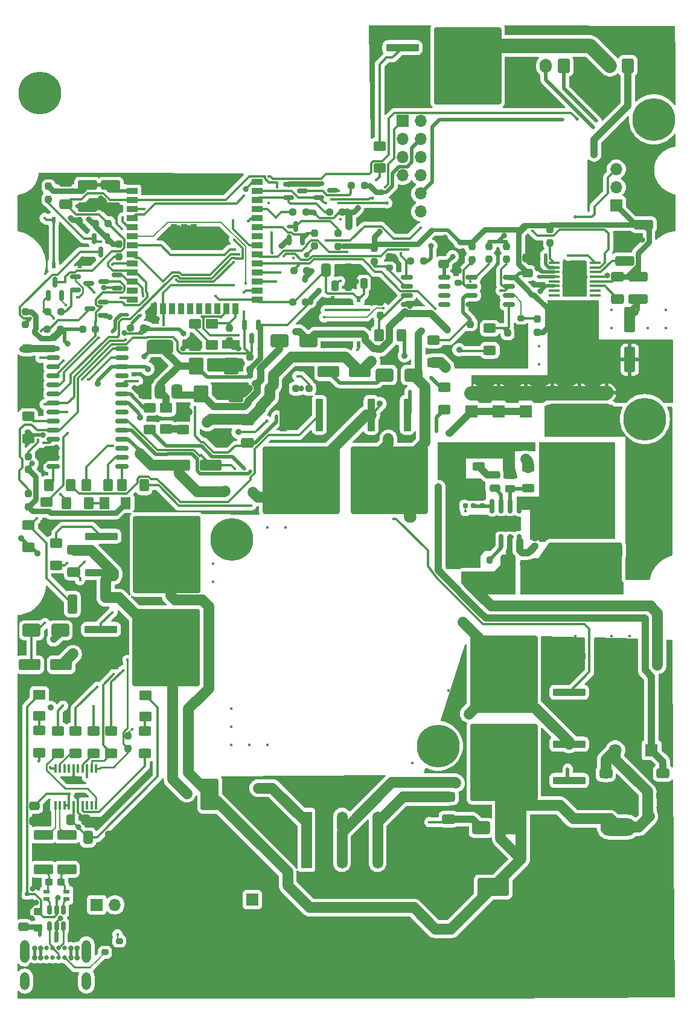
<source format=gbr>
%TF.GenerationSoftware,KiCad,Pcbnew,8.0.7*%
%TF.CreationDate,2025-07-24T13:25:45+02:00*%
%TF.ProjectId,Soundwalk,536f756e-6477-4616-9c6b-2e6b69636164,rev?*%
%TF.SameCoordinates,Original*%
%TF.FileFunction,Copper,L1,Top*%
%TF.FilePolarity,Positive*%
%FSLAX46Y46*%
G04 Gerber Fmt 4.6, Leading zero omitted, Abs format (unit mm)*
G04 Created by KiCad (PCBNEW 8.0.7) date 2025-07-24 13:25:45*
%MOMM*%
%LPD*%
G01*
G04 APERTURE LIST*
G04 Aperture macros list*
%AMRoundRect*
0 Rectangle with rounded corners*
0 $1 Rounding radius*
0 $2 $3 $4 $5 $6 $7 $8 $9 X,Y pos of 4 corners*
0 Add a 4 corners polygon primitive as box body*
4,1,4,$2,$3,$4,$5,$6,$7,$8,$9,$2,$3,0*
0 Add four circle primitives for the rounded corners*
1,1,$1+$1,$2,$3*
1,1,$1+$1,$4,$5*
1,1,$1+$1,$6,$7*
1,1,$1+$1,$8,$9*
0 Add four rect primitives between the rounded corners*
20,1,$1+$1,$2,$3,$4,$5,0*
20,1,$1+$1,$4,$5,$6,$7,0*
20,1,$1+$1,$6,$7,$8,$9,0*
20,1,$1+$1,$8,$9,$2,$3,0*%
G04 Aperture macros list end*
%TA.AperFunction,EtchedComponent*%
%ADD10C,0.010000*%
%TD*%
%TA.AperFunction,SMDPad,CuDef*%
%ADD11RoundRect,0.200000X0.275000X-0.200000X0.275000X0.200000X-0.275000X0.200000X-0.275000X-0.200000X0*%
%TD*%
%TA.AperFunction,SMDPad,CuDef*%
%ADD12RoundRect,0.237500X0.237500X-0.250000X0.237500X0.250000X-0.237500X0.250000X-0.237500X-0.250000X0*%
%TD*%
%TA.AperFunction,SMDPad,CuDef*%
%ADD13RoundRect,0.250000X-0.625000X0.400000X-0.625000X-0.400000X0.625000X-0.400000X0.625000X0.400000X0*%
%TD*%
%TA.AperFunction,SMDPad,CuDef*%
%ADD14RoundRect,0.250000X0.650000X-0.412500X0.650000X0.412500X-0.650000X0.412500X-0.650000X-0.412500X0*%
%TD*%
%TA.AperFunction,SMDPad,CuDef*%
%ADD15RoundRect,0.250000X1.250000X0.550000X-1.250000X0.550000X-1.250000X-0.550000X1.250000X-0.550000X0*%
%TD*%
%TA.AperFunction,SMDPad,CuDef*%
%ADD16RoundRect,0.250000X-2.050000X-0.300000X2.050000X-0.300000X2.050000X0.300000X-2.050000X0.300000X0*%
%TD*%
%TA.AperFunction,SMDPad,CuDef*%
%ADD17RoundRect,0.250000X-2.025000X-2.375000X2.025000X-2.375000X2.025000X2.375000X-2.025000X2.375000X0*%
%TD*%
%TA.AperFunction,SMDPad,CuDef*%
%ADD18RoundRect,0.250002X-4.449998X-5.149998X4.449998X-5.149998X4.449998X5.149998X-4.449998X5.149998X0*%
%TD*%
%TA.AperFunction,ComponentPad*%
%ADD19R,1.700000X1.700000*%
%TD*%
%TA.AperFunction,ComponentPad*%
%ADD20O,1.700000X1.700000*%
%TD*%
%TA.AperFunction,SMDPad,CuDef*%
%ADD21R,0.900000X0.600000*%
%TD*%
%TA.AperFunction,SMDPad,CuDef*%
%ADD22RoundRect,0.237500X0.250000X0.237500X-0.250000X0.237500X-0.250000X-0.237500X0.250000X-0.237500X0*%
%TD*%
%TA.AperFunction,SMDPad,CuDef*%
%ADD23RoundRect,0.237500X-0.237500X0.250000X-0.237500X-0.250000X0.237500X-0.250000X0.237500X0.250000X0*%
%TD*%
%TA.AperFunction,SMDPad,CuDef*%
%ADD24RoundRect,0.250000X0.475000X-0.337500X0.475000X0.337500X-0.475000X0.337500X-0.475000X-0.337500X0*%
%TD*%
%TA.AperFunction,SMDPad,CuDef*%
%ADD25RoundRect,0.200000X-0.200000X-0.275000X0.200000X-0.275000X0.200000X0.275000X-0.200000X0.275000X0*%
%TD*%
%TA.AperFunction,SMDPad,CuDef*%
%ADD26RoundRect,0.249999X1.075001X-0.450001X1.075001X0.450001X-1.075001X0.450001X-1.075001X-0.450001X0*%
%TD*%
%TA.AperFunction,SMDPad,CuDef*%
%ADD27RoundRect,0.150000X-0.150000X0.587500X-0.150000X-0.587500X0.150000X-0.587500X0.150000X0.587500X0*%
%TD*%
%TA.AperFunction,SMDPad,CuDef*%
%ADD28RoundRect,0.250000X-0.650000X1.500000X-0.650000X-1.500000X0.650000X-1.500000X0.650000X1.500000X0*%
%TD*%
%TA.AperFunction,SMDPad,CuDef*%
%ADD29RoundRect,0.150000X0.150000X-0.512500X0.150000X0.512500X-0.150000X0.512500X-0.150000X-0.512500X0*%
%TD*%
%TA.AperFunction,SMDPad,CuDef*%
%ADD30RoundRect,0.250000X0.625000X-0.400000X0.625000X0.400000X-0.625000X0.400000X-0.625000X-0.400000X0*%
%TD*%
%TA.AperFunction,SMDPad,CuDef*%
%ADD31RoundRect,0.150000X-0.587500X-0.150000X0.587500X-0.150000X0.587500X0.150000X-0.587500X0.150000X0*%
%TD*%
%TA.AperFunction,SMDPad,CuDef*%
%ADD32R,0.558800X0.950500*%
%TD*%
%TA.AperFunction,SMDPad,CuDef*%
%ADD33RoundRect,0.250000X-0.250000X-0.475000X0.250000X-0.475000X0.250000X0.475000X-0.250000X0.475000X0*%
%TD*%
%TA.AperFunction,SMDPad,CuDef*%
%ADD34RoundRect,0.140000X0.170000X-0.140000X0.170000X0.140000X-0.170000X0.140000X-0.170000X-0.140000X0*%
%TD*%
%TA.AperFunction,SMDPad,CuDef*%
%ADD35RoundRect,0.250000X0.325000X1.100000X-0.325000X1.100000X-0.325000X-1.100000X0.325000X-1.100000X0*%
%TD*%
%TA.AperFunction,SMDPad,CuDef*%
%ADD36RoundRect,0.250000X0.550000X-1.500000X0.550000X1.500000X-0.550000X1.500000X-0.550000X-1.500000X0*%
%TD*%
%TA.AperFunction,SMDPad,CuDef*%
%ADD37RoundRect,0.250000X0.625000X-0.312500X0.625000X0.312500X-0.625000X0.312500X-0.625000X-0.312500X0*%
%TD*%
%TA.AperFunction,SMDPad,CuDef*%
%ADD38RoundRect,0.250000X1.100000X-0.412500X1.100000X0.412500X-1.100000X0.412500X-1.100000X-0.412500X0*%
%TD*%
%TA.AperFunction,SMDPad,CuDef*%
%ADD39RoundRect,0.250000X-0.475000X0.250000X-0.475000X-0.250000X0.475000X-0.250000X0.475000X0.250000X0*%
%TD*%
%TA.AperFunction,SMDPad,CuDef*%
%ADD40RoundRect,0.375000X0.375000X-0.625000X0.375000X0.625000X-0.375000X0.625000X-0.375000X-0.625000X0*%
%TD*%
%TA.AperFunction,SMDPad,CuDef*%
%ADD41RoundRect,0.500000X1.400000X-0.500000X1.400000X0.500000X-1.400000X0.500000X-1.400000X-0.500000X0*%
%TD*%
%TA.AperFunction,SMDPad,CuDef*%
%ADD42RoundRect,0.250000X-1.000000X-0.650000X1.000000X-0.650000X1.000000X0.650000X-1.000000X0.650000X0*%
%TD*%
%TA.AperFunction,ComponentPad*%
%ADD43RoundRect,0.250000X0.600000X0.750000X-0.600000X0.750000X-0.600000X-0.750000X0.600000X-0.750000X0*%
%TD*%
%TA.AperFunction,ComponentPad*%
%ADD44O,1.700000X2.000000*%
%TD*%
%TA.AperFunction,SMDPad,CuDef*%
%ADD45RoundRect,0.250000X-1.100000X0.412500X-1.100000X-0.412500X1.100000X-0.412500X1.100000X0.412500X0*%
%TD*%
%TA.AperFunction,SMDPad,CuDef*%
%ADD46RoundRect,0.250000X0.412500X1.100000X-0.412500X1.100000X-0.412500X-1.100000X0.412500X-1.100000X0*%
%TD*%
%TA.AperFunction,SMDPad,CuDef*%
%ADD47RoundRect,0.250000X-0.450000X0.262500X-0.450000X-0.262500X0.450000X-0.262500X0.450000X0.262500X0*%
%TD*%
%TA.AperFunction,ComponentPad*%
%ADD48C,0.800000*%
%TD*%
%TA.AperFunction,ComponentPad*%
%ADD49C,6.000000*%
%TD*%
%TA.AperFunction,SMDPad,CuDef*%
%ADD50RoundRect,0.250001X0.624999X-0.462499X0.624999X0.462499X-0.624999X0.462499X-0.624999X-0.462499X0*%
%TD*%
%TA.AperFunction,SMDPad,CuDef*%
%ADD51RoundRect,0.200000X-0.275000X0.200000X-0.275000X-0.200000X0.275000X-0.200000X0.275000X0.200000X0*%
%TD*%
%TA.AperFunction,SMDPad,CuDef*%
%ADD52RoundRect,0.155000X-0.155000X0.212500X-0.155000X-0.212500X0.155000X-0.212500X0.155000X0.212500X0*%
%TD*%
%TA.AperFunction,SMDPad,CuDef*%
%ADD53RoundRect,0.250000X2.050000X0.300000X-2.050000X0.300000X-2.050000X-0.300000X2.050000X-0.300000X0*%
%TD*%
%TA.AperFunction,SMDPad,CuDef*%
%ADD54RoundRect,0.250000X2.025000X2.375000X-2.025000X2.375000X-2.025000X-2.375000X2.025000X-2.375000X0*%
%TD*%
%TA.AperFunction,SMDPad,CuDef*%
%ADD55RoundRect,0.250002X4.449998X5.149998X-4.449998X5.149998X-4.449998X-5.149998X4.449998X-5.149998X0*%
%TD*%
%TA.AperFunction,SMDPad,CuDef*%
%ADD56RoundRect,0.250000X-0.412500X-0.650000X0.412500X-0.650000X0.412500X0.650000X-0.412500X0.650000X0*%
%TD*%
%TA.AperFunction,SMDPad,CuDef*%
%ADD57RoundRect,0.250000X-0.787500X-0.925000X0.787500X-0.925000X0.787500X0.925000X-0.787500X0.925000X0*%
%TD*%
%TA.AperFunction,SMDPad,CuDef*%
%ADD58RoundRect,0.150000X-0.150000X0.825000X-0.150000X-0.825000X0.150000X-0.825000X0.150000X0.825000X0*%
%TD*%
%TA.AperFunction,HeatsinkPad*%
%ADD59R,3.000000X2.290000*%
%TD*%
%TA.AperFunction,ComponentPad*%
%ADD60O,5.000000X2.500000*%
%TD*%
%TA.AperFunction,ComponentPad*%
%ADD61O,4.500000X2.250000*%
%TD*%
%TA.AperFunction,ComponentPad*%
%ADD62O,2.250000X4.500000*%
%TD*%
%TA.AperFunction,ComponentPad*%
%ADD63C,0.648000*%
%TD*%
%TA.AperFunction,ComponentPad*%
%ADD64O,1.300000X3.200000*%
%TD*%
%TA.AperFunction,ComponentPad*%
%ADD65O,1.300000X2.500000*%
%TD*%
%TA.AperFunction,SMDPad,CuDef*%
%ADD66RoundRect,0.237500X-0.300000X-0.237500X0.300000X-0.237500X0.300000X0.237500X-0.300000X0.237500X0*%
%TD*%
%TA.AperFunction,SMDPad,CuDef*%
%ADD67RoundRect,0.150000X-0.750000X-0.150000X0.750000X-0.150000X0.750000X0.150000X-0.750000X0.150000X0*%
%TD*%
%TA.AperFunction,SMDPad,CuDef*%
%ADD68RoundRect,0.250001X-0.462499X-0.624999X0.462499X-0.624999X0.462499X0.624999X-0.462499X0.624999X0*%
%TD*%
%TA.AperFunction,SMDPad,CuDef*%
%ADD69RoundRect,0.250000X-0.475000X0.337500X-0.475000X-0.337500X0.475000X-0.337500X0.475000X0.337500X0*%
%TD*%
%TA.AperFunction,SMDPad,CuDef*%
%ADD70RoundRect,0.237500X-0.250000X-0.237500X0.250000X-0.237500X0.250000X0.237500X-0.250000X0.237500X0*%
%TD*%
%TA.AperFunction,ComponentPad*%
%ADD71C,1.800000*%
%TD*%
%TA.AperFunction,ComponentPad*%
%ADD72R,1.800000X1.800000*%
%TD*%
%TA.AperFunction,SMDPad,CuDef*%
%ADD73R,1.500000X0.900000*%
%TD*%
%TA.AperFunction,SMDPad,CuDef*%
%ADD74R,0.900000X1.500000*%
%TD*%
%TA.AperFunction,SMDPad,CuDef*%
%ADD75R,0.900000X0.900000*%
%TD*%
%TA.AperFunction,HeatsinkPad*%
%ADD76C,0.600000*%
%TD*%
%TA.AperFunction,SMDPad,CuDef*%
%ADD77RoundRect,0.250000X-0.400000X-0.625000X0.400000X-0.625000X0.400000X0.625000X-0.400000X0.625000X0*%
%TD*%
%TA.AperFunction,SMDPad,CuDef*%
%ADD78RoundRect,0.237500X0.300000X0.237500X-0.300000X0.237500X-0.300000X-0.237500X0.300000X-0.237500X0*%
%TD*%
%TA.AperFunction,SMDPad,CuDef*%
%ADD79RoundRect,0.250000X-1.250000X-0.550000X1.250000X-0.550000X1.250000X0.550000X-1.250000X0.550000X0*%
%TD*%
%TA.AperFunction,SMDPad,CuDef*%
%ADD80RoundRect,0.150000X-0.675000X-0.150000X0.675000X-0.150000X0.675000X0.150000X-0.675000X0.150000X0*%
%TD*%
%TA.AperFunction,SMDPad,CuDef*%
%ADD81RoundRect,0.150000X0.587500X0.150000X-0.587500X0.150000X-0.587500X-0.150000X0.587500X-0.150000X0*%
%TD*%
%TA.AperFunction,SMDPad,CuDef*%
%ADD82RoundRect,0.150000X0.150000X-0.587500X0.150000X0.587500X-0.150000X0.587500X-0.150000X-0.587500X0*%
%TD*%
%TA.AperFunction,SMDPad,CuDef*%
%ADD83R,0.400000X1.200000*%
%TD*%
%TA.AperFunction,SMDPad,CuDef*%
%ADD84RoundRect,0.250000X-0.337500X-0.475000X0.337500X-0.475000X0.337500X0.475000X-0.337500X0.475000X0*%
%TD*%
%TA.AperFunction,SMDPad,CuDef*%
%ADD85RoundRect,0.250000X-1.000000X1.950000X-1.000000X-1.950000X1.000000X-1.950000X1.000000X1.950000X0*%
%TD*%
%TA.AperFunction,SMDPad,CuDef*%
%ADD86RoundRect,0.250000X-0.300000X2.050000X-0.300000X-2.050000X0.300000X-2.050000X0.300000X2.050000X0*%
%TD*%
%TA.AperFunction,SMDPad,CuDef*%
%ADD87RoundRect,0.250000X-2.375000X2.025000X-2.375000X-2.025000X2.375000X-2.025000X2.375000X2.025000X0*%
%TD*%
%TA.AperFunction,SMDPad,CuDef*%
%ADD88RoundRect,0.250002X-5.149998X4.449998X-5.149998X-4.449998X5.149998X-4.449998X5.149998X4.449998X0*%
%TD*%
%TA.AperFunction,SMDPad,CuDef*%
%ADD89RoundRect,0.250000X1.950000X1.000000X-1.950000X1.000000X-1.950000X-1.000000X1.950000X-1.000000X0*%
%TD*%
%TA.AperFunction,SMDPad,CuDef*%
%ADD90RoundRect,0.155000X0.212500X0.155000X-0.212500X0.155000X-0.212500X-0.155000X0.212500X-0.155000X0*%
%TD*%
%TA.AperFunction,SMDPad,CuDef*%
%ADD91RoundRect,0.100000X-0.687500X-0.100000X0.687500X-0.100000X0.687500X0.100000X-0.687500X0.100000X0*%
%TD*%
%TA.AperFunction,HeatsinkPad*%
%ADD92C,0.500000*%
%TD*%
%TA.AperFunction,HeatsinkPad*%
%ADD93R,3.400000X5.000000*%
%TD*%
%TA.AperFunction,ComponentPad*%
%ADD94R,1.500000X3.000000*%
%TD*%
%TA.AperFunction,ComponentPad*%
%ADD95O,1.500000X3.000000*%
%TD*%
%TA.AperFunction,SMDPad,CuDef*%
%ADD96RoundRect,0.250000X0.400000X0.625000X-0.400000X0.625000X-0.400000X-0.625000X0.400000X-0.625000X0*%
%TD*%
%TA.AperFunction,SMDPad,CuDef*%
%ADD97RoundRect,0.250000X0.350000X-0.275000X0.350000X0.275000X-0.350000X0.275000X-0.350000X-0.275000X0*%
%TD*%
%TA.AperFunction,SMDPad,CuDef*%
%ADD98RoundRect,0.650000X-0.650000X-0.950000X0.650000X-0.950000X0.650000X0.950000X-0.650000X0.950000X0*%
%TD*%
%TA.AperFunction,ViaPad*%
%ADD99C,0.450000*%
%TD*%
%TA.AperFunction,ViaPad*%
%ADD100C,0.800000*%
%TD*%
%TA.AperFunction,ViaPad*%
%ADD101C,0.900000*%
%TD*%
%TA.AperFunction,ViaPad*%
%ADD102C,0.500000*%
%TD*%
%TA.AperFunction,ViaPad*%
%ADD103C,0.700000*%
%TD*%
%TA.AperFunction,Conductor*%
%ADD104C,0.267208*%
%TD*%
%TA.AperFunction,Conductor*%
%ADD105C,0.200000*%
%TD*%
%TA.AperFunction,Conductor*%
%ADD106C,0.750000*%
%TD*%
%TA.AperFunction,Conductor*%
%ADD107C,0.349250*%
%TD*%
%TA.AperFunction,Conductor*%
%ADD108C,0.300000*%
%TD*%
%TA.AperFunction,Conductor*%
%ADD109C,1.000000*%
%TD*%
%TA.AperFunction,Conductor*%
%ADD110C,1.500000*%
%TD*%
%TA.AperFunction,Conductor*%
%ADD111C,0.500000*%
%TD*%
%TA.AperFunction,Conductor*%
%ADD112C,2.000000*%
%TD*%
G04 APERTURE END LIST*
D10*
%TO.C,U1*%
X185516000Y-149715000D02*
X185571000Y-149730000D01*
X185623000Y-149755000D01*
X185670000Y-149788000D01*
X185710000Y-149829000D01*
X185742000Y-149876000D01*
X185765000Y-149928000D01*
X185779000Y-149984000D01*
X185783000Y-150041000D01*
X185777000Y-150098000D01*
X185761000Y-150153000D01*
X185735000Y-150204000D01*
X185701000Y-150250000D01*
X185659000Y-150289000D01*
X185609000Y-150321000D01*
X185609000Y-151096810D01*
X185659000Y-151129000D01*
X185701000Y-151168000D01*
X185735000Y-151214000D01*
X185761000Y-151265000D01*
X185777000Y-151320000D01*
X185783000Y-151377000D01*
X185779000Y-151434000D01*
X185765000Y-151490000D01*
X185742000Y-151542000D01*
X185710000Y-151589000D01*
X185670000Y-151630000D01*
X185623000Y-151663000D01*
X185571000Y-151688000D01*
X185516000Y-151703000D01*
X185459000Y-151708000D01*
X185402000Y-151703000D01*
X185347000Y-151688000D01*
X185295000Y-151663000D01*
X185248000Y-151630000D01*
X185208000Y-151589000D01*
X185176000Y-151542000D01*
X185153000Y-151490000D01*
X185139000Y-151434000D01*
X185135000Y-151377000D01*
X185141000Y-151320000D01*
X185157000Y-151265000D01*
X185183000Y-151214000D01*
X185217000Y-151168000D01*
X185259000Y-151129000D01*
X185309000Y-151097000D01*
X185309000Y-150321000D01*
X185259000Y-150289000D01*
X185217000Y-150250000D01*
X185183000Y-150204000D01*
X185157000Y-150153000D01*
X185141000Y-150098000D01*
X185135000Y-150041000D01*
X185139000Y-149984000D01*
X185153000Y-149928000D01*
X185176000Y-149876000D01*
X185208000Y-149829000D01*
X185248000Y-149788000D01*
X185295000Y-149755000D01*
X185347000Y-149730000D01*
X185402000Y-149715000D01*
X185459000Y-149710000D01*
X185516000Y-149715000D01*
%TA.AperFunction,EtchedComponent*%
G36*
X185516000Y-149715000D02*
G01*
X185571000Y-149730000D01*
X185623000Y-149755000D01*
X185670000Y-149788000D01*
X185710000Y-149829000D01*
X185742000Y-149876000D01*
X185765000Y-149928000D01*
X185779000Y-149984000D01*
X185783000Y-150041000D01*
X185777000Y-150098000D01*
X185761000Y-150153000D01*
X185735000Y-150204000D01*
X185701000Y-150250000D01*
X185659000Y-150289000D01*
X185609000Y-150321000D01*
X185609000Y-151096810D01*
X185659000Y-151129000D01*
X185701000Y-151168000D01*
X185735000Y-151214000D01*
X185761000Y-151265000D01*
X185777000Y-151320000D01*
X185783000Y-151377000D01*
X185779000Y-151434000D01*
X185765000Y-151490000D01*
X185742000Y-151542000D01*
X185710000Y-151589000D01*
X185670000Y-151630000D01*
X185623000Y-151663000D01*
X185571000Y-151688000D01*
X185516000Y-151703000D01*
X185459000Y-151708000D01*
X185402000Y-151703000D01*
X185347000Y-151688000D01*
X185295000Y-151663000D01*
X185248000Y-151630000D01*
X185208000Y-151589000D01*
X185176000Y-151542000D01*
X185153000Y-151490000D01*
X185139000Y-151434000D01*
X185135000Y-151377000D01*
X185141000Y-151320000D01*
X185157000Y-151265000D01*
X185183000Y-151214000D01*
X185217000Y-151168000D01*
X185259000Y-151129000D01*
X185309000Y-151097000D01*
X185309000Y-150321000D01*
X185259000Y-150289000D01*
X185217000Y-150250000D01*
X185183000Y-150204000D01*
X185157000Y-150153000D01*
X185141000Y-150098000D01*
X185135000Y-150041000D01*
X185139000Y-149984000D01*
X185153000Y-149928000D01*
X185176000Y-149876000D01*
X185208000Y-149829000D01*
X185248000Y-149788000D01*
X185295000Y-149755000D01*
X185347000Y-149730000D01*
X185402000Y-149715000D01*
X185459000Y-149710000D01*
X185516000Y-149715000D01*
G37*
%TD.AperFunction*%
X186366000Y-149715000D02*
X186421000Y-149730000D01*
X186473000Y-149755000D01*
X186520000Y-149788000D01*
X186560000Y-149829000D01*
X186592000Y-149876000D01*
X186615000Y-149928000D01*
X186629000Y-149984000D01*
X186633000Y-150041000D01*
X186627000Y-150098000D01*
X186611000Y-150153000D01*
X186585000Y-150204000D01*
X186551000Y-150250000D01*
X186509000Y-150289000D01*
X186459000Y-150321000D01*
X186459000Y-151096810D01*
X186509000Y-151129000D01*
X186551000Y-151168000D01*
X186585000Y-151214000D01*
X186611000Y-151265000D01*
X186627000Y-151320000D01*
X186633000Y-151377000D01*
X186629000Y-151434000D01*
X186615000Y-151490000D01*
X186592000Y-151542000D01*
X186560000Y-151589000D01*
X186520000Y-151630000D01*
X186473000Y-151663000D01*
X186421000Y-151688000D01*
X186366000Y-151703000D01*
X186309000Y-151708000D01*
X186252000Y-151703000D01*
X186197000Y-151688000D01*
X186145000Y-151663000D01*
X186098000Y-151630000D01*
X186058000Y-151589000D01*
X186026000Y-151542000D01*
X186003000Y-151490000D01*
X185989000Y-151434000D01*
X185985000Y-151377000D01*
X185991000Y-151320000D01*
X186007000Y-151265000D01*
X186033000Y-151214000D01*
X186067000Y-151168000D01*
X186109000Y-151129000D01*
X186159000Y-151097000D01*
X186159000Y-150321000D01*
X186109000Y-150289000D01*
X186067000Y-150250000D01*
X186033000Y-150204000D01*
X186007000Y-150153000D01*
X185991000Y-150098000D01*
X185985000Y-150041000D01*
X185989000Y-149984000D01*
X186003000Y-149928000D01*
X186026000Y-149876000D01*
X186058000Y-149829000D01*
X186098000Y-149788000D01*
X186145000Y-149755000D01*
X186197000Y-149730000D01*
X186252000Y-149715000D01*
X186309000Y-149710000D01*
X186366000Y-149715000D01*
%TA.AperFunction,EtchedComponent*%
G36*
X186366000Y-149715000D02*
G01*
X186421000Y-149730000D01*
X186473000Y-149755000D01*
X186520000Y-149788000D01*
X186560000Y-149829000D01*
X186592000Y-149876000D01*
X186615000Y-149928000D01*
X186629000Y-149984000D01*
X186633000Y-150041000D01*
X186627000Y-150098000D01*
X186611000Y-150153000D01*
X186585000Y-150204000D01*
X186551000Y-150250000D01*
X186509000Y-150289000D01*
X186459000Y-150321000D01*
X186459000Y-151096810D01*
X186509000Y-151129000D01*
X186551000Y-151168000D01*
X186585000Y-151214000D01*
X186611000Y-151265000D01*
X186627000Y-151320000D01*
X186633000Y-151377000D01*
X186629000Y-151434000D01*
X186615000Y-151490000D01*
X186592000Y-151542000D01*
X186560000Y-151589000D01*
X186520000Y-151630000D01*
X186473000Y-151663000D01*
X186421000Y-151688000D01*
X186366000Y-151703000D01*
X186309000Y-151708000D01*
X186252000Y-151703000D01*
X186197000Y-151688000D01*
X186145000Y-151663000D01*
X186098000Y-151630000D01*
X186058000Y-151589000D01*
X186026000Y-151542000D01*
X186003000Y-151490000D01*
X185989000Y-151434000D01*
X185985000Y-151377000D01*
X185991000Y-151320000D01*
X186007000Y-151265000D01*
X186033000Y-151214000D01*
X186067000Y-151168000D01*
X186109000Y-151129000D01*
X186159000Y-151097000D01*
X186159000Y-150321000D01*
X186109000Y-150289000D01*
X186067000Y-150250000D01*
X186033000Y-150204000D01*
X186007000Y-150153000D01*
X185991000Y-150098000D01*
X185985000Y-150041000D01*
X185989000Y-149984000D01*
X186003000Y-149928000D01*
X186026000Y-149876000D01*
X186058000Y-149829000D01*
X186098000Y-149788000D01*
X186145000Y-149755000D01*
X186197000Y-149730000D01*
X186252000Y-149715000D01*
X186309000Y-149710000D01*
X186366000Y-149715000D01*
G37*
%TD.AperFunction*%
X190616000Y-149715000D02*
X190671000Y-149730000D01*
X190723000Y-149755000D01*
X190770000Y-149788000D01*
X190810000Y-149829000D01*
X190842000Y-149876000D01*
X190865000Y-149928000D01*
X190879000Y-149984000D01*
X190883000Y-150041000D01*
X190877000Y-150098000D01*
X190861000Y-150153000D01*
X190835000Y-150204000D01*
X190801000Y-150250000D01*
X190759000Y-150289000D01*
X190709000Y-150321000D01*
X190709000Y-151097000D01*
X190759000Y-151129000D01*
X190801000Y-151168000D01*
X190835000Y-151214000D01*
X190861000Y-151265000D01*
X190877000Y-151320000D01*
X190883000Y-151377000D01*
X190879000Y-151434000D01*
X190865000Y-151490000D01*
X190842000Y-151542000D01*
X190810000Y-151589000D01*
X190770000Y-151630000D01*
X190723000Y-151663000D01*
X190671000Y-151688000D01*
X190616000Y-151703000D01*
X190559000Y-151708000D01*
X190502000Y-151703000D01*
X190447000Y-151688000D01*
X190395000Y-151663000D01*
X190348000Y-151630000D01*
X190308000Y-151589000D01*
X190276000Y-151542000D01*
X190253000Y-151490000D01*
X190239000Y-151434000D01*
X190235000Y-151377000D01*
X190241000Y-151320000D01*
X190257000Y-151265000D01*
X190283000Y-151214000D01*
X190317000Y-151168000D01*
X190359000Y-151129000D01*
X190409000Y-151097000D01*
X190409000Y-150321190D01*
X190409000Y-150321000D01*
X190359000Y-150289000D01*
X190317000Y-150250000D01*
X190283000Y-150204000D01*
X190257000Y-150153000D01*
X190241000Y-150098000D01*
X190235000Y-150041000D01*
X190239000Y-149984000D01*
X190253000Y-149928000D01*
X190276000Y-149876000D01*
X190308000Y-149829000D01*
X190348000Y-149788000D01*
X190395000Y-149755000D01*
X190447000Y-149730000D01*
X190502000Y-149715000D01*
X190559000Y-149710000D01*
X190616000Y-149715000D01*
%TA.AperFunction,EtchedComponent*%
G36*
X190616000Y-149715000D02*
G01*
X190671000Y-149730000D01*
X190723000Y-149755000D01*
X190770000Y-149788000D01*
X190810000Y-149829000D01*
X190842000Y-149876000D01*
X190865000Y-149928000D01*
X190879000Y-149984000D01*
X190883000Y-150041000D01*
X190877000Y-150098000D01*
X190861000Y-150153000D01*
X190835000Y-150204000D01*
X190801000Y-150250000D01*
X190759000Y-150289000D01*
X190709000Y-150321000D01*
X190709000Y-151097000D01*
X190759000Y-151129000D01*
X190801000Y-151168000D01*
X190835000Y-151214000D01*
X190861000Y-151265000D01*
X190877000Y-151320000D01*
X190883000Y-151377000D01*
X190879000Y-151434000D01*
X190865000Y-151490000D01*
X190842000Y-151542000D01*
X190810000Y-151589000D01*
X190770000Y-151630000D01*
X190723000Y-151663000D01*
X190671000Y-151688000D01*
X190616000Y-151703000D01*
X190559000Y-151708000D01*
X190502000Y-151703000D01*
X190447000Y-151688000D01*
X190395000Y-151663000D01*
X190348000Y-151630000D01*
X190308000Y-151589000D01*
X190276000Y-151542000D01*
X190253000Y-151490000D01*
X190239000Y-151434000D01*
X190235000Y-151377000D01*
X190241000Y-151320000D01*
X190257000Y-151265000D01*
X190283000Y-151214000D01*
X190317000Y-151168000D01*
X190359000Y-151129000D01*
X190409000Y-151097000D01*
X190409000Y-150321190D01*
X190409000Y-150321000D01*
X190359000Y-150289000D01*
X190317000Y-150250000D01*
X190283000Y-150204000D01*
X190257000Y-150153000D01*
X190241000Y-150098000D01*
X190235000Y-150041000D01*
X190239000Y-149984000D01*
X190253000Y-149928000D01*
X190276000Y-149876000D01*
X190308000Y-149829000D01*
X190348000Y-149788000D01*
X190395000Y-149755000D01*
X190447000Y-149730000D01*
X190502000Y-149715000D01*
X190559000Y-149710000D01*
X190616000Y-149715000D01*
G37*
%TD.AperFunction*%
X191466000Y-149715000D02*
X191521000Y-149730000D01*
X191573000Y-149755000D01*
X191620000Y-149788000D01*
X191660000Y-149829000D01*
X191692000Y-149876000D01*
X191715000Y-149928000D01*
X191729000Y-149984000D01*
X191733000Y-150041000D01*
X191727000Y-150098000D01*
X191711000Y-150153000D01*
X191685000Y-150204000D01*
X191651000Y-150250000D01*
X191609000Y-150289000D01*
X191559000Y-150321000D01*
X191559000Y-151096810D01*
X191609000Y-151129000D01*
X191651000Y-151168000D01*
X191685000Y-151214000D01*
X191711000Y-151265000D01*
X191727000Y-151320000D01*
X191733000Y-151377000D01*
X191729000Y-151434000D01*
X191715000Y-151490000D01*
X191692000Y-151542000D01*
X191660000Y-151589000D01*
X191620000Y-151630000D01*
X191573000Y-151663000D01*
X191521000Y-151688000D01*
X191466000Y-151703000D01*
X191409000Y-151708000D01*
X191352000Y-151703000D01*
X191297000Y-151688000D01*
X191245000Y-151663000D01*
X191198000Y-151630000D01*
X191158000Y-151589000D01*
X191126000Y-151542000D01*
X191103000Y-151490000D01*
X191089000Y-151434000D01*
X191085000Y-151377000D01*
X191091000Y-151320000D01*
X191107000Y-151265000D01*
X191133000Y-151214000D01*
X191167000Y-151168000D01*
X191209000Y-151129000D01*
X191259000Y-151097000D01*
X191259000Y-150321000D01*
X191209000Y-150289000D01*
X191167000Y-150250000D01*
X191133000Y-150204000D01*
X191107000Y-150153000D01*
X191091000Y-150098000D01*
X191085000Y-150041000D01*
X191089000Y-149984000D01*
X191103000Y-149928000D01*
X191126000Y-149876000D01*
X191158000Y-149829000D01*
X191198000Y-149788000D01*
X191245000Y-149755000D01*
X191297000Y-149730000D01*
X191352000Y-149715000D01*
X191409000Y-149710000D01*
X191466000Y-149715000D01*
%TA.AperFunction,EtchedComponent*%
G36*
X191466000Y-149715000D02*
G01*
X191521000Y-149730000D01*
X191573000Y-149755000D01*
X191620000Y-149788000D01*
X191660000Y-149829000D01*
X191692000Y-149876000D01*
X191715000Y-149928000D01*
X191729000Y-149984000D01*
X191733000Y-150041000D01*
X191727000Y-150098000D01*
X191711000Y-150153000D01*
X191685000Y-150204000D01*
X191651000Y-150250000D01*
X191609000Y-150289000D01*
X191559000Y-150321000D01*
X191559000Y-151096810D01*
X191609000Y-151129000D01*
X191651000Y-151168000D01*
X191685000Y-151214000D01*
X191711000Y-151265000D01*
X191727000Y-151320000D01*
X191733000Y-151377000D01*
X191729000Y-151434000D01*
X191715000Y-151490000D01*
X191692000Y-151542000D01*
X191660000Y-151589000D01*
X191620000Y-151630000D01*
X191573000Y-151663000D01*
X191521000Y-151688000D01*
X191466000Y-151703000D01*
X191409000Y-151708000D01*
X191352000Y-151703000D01*
X191297000Y-151688000D01*
X191245000Y-151663000D01*
X191198000Y-151630000D01*
X191158000Y-151589000D01*
X191126000Y-151542000D01*
X191103000Y-151490000D01*
X191089000Y-151434000D01*
X191085000Y-151377000D01*
X191091000Y-151320000D01*
X191107000Y-151265000D01*
X191133000Y-151214000D01*
X191167000Y-151168000D01*
X191209000Y-151129000D01*
X191259000Y-151097000D01*
X191259000Y-150321000D01*
X191209000Y-150289000D01*
X191167000Y-150250000D01*
X191133000Y-150204000D01*
X191107000Y-150153000D01*
X191091000Y-150098000D01*
X191085000Y-150041000D01*
X191089000Y-149984000D01*
X191103000Y-149928000D01*
X191126000Y-149876000D01*
X191158000Y-149829000D01*
X191198000Y-149788000D01*
X191245000Y-149755000D01*
X191297000Y-149730000D01*
X191352000Y-149715000D01*
X191409000Y-149710000D01*
X191466000Y-149715000D01*
G37*
%TD.AperFunction*%
%TD*%
D11*
%TO.P,R49,1*%
%TO.N,/3-PH/LM393-VREF3*%
X235251000Y-54745000D03*
%TO.P,R49,2*%
%TO.N,GND*%
X235251000Y-53095000D03*
%TD*%
D12*
%TO.P,R32,1*%
%TO.N,+5V*%
X184618000Y-88218500D03*
%TO.P,R32,2*%
%TO.N,/3-PH/IR2136-EN*%
X184618000Y-86393500D03*
%TD*%
D13*
%TO.P,R53,1*%
%TO.N,/3-PH/IR2136-HO1-R*%
X188518800Y-93319000D03*
%TO.P,R53,2*%
%TO.N,/3-PH/IR2136-HO1*%
X188518800Y-96419000D03*
%TD*%
D12*
%TO.P,R23,1*%
%TO.N,/3-PH/LM393-VREF1*%
X246814000Y-53599500D03*
%TO.P,R23,2*%
%TO.N,+5V*%
X246814000Y-51774500D03*
%TD*%
D14*
%TO.P,C27,1*%
%TO.N,/3-PH/IR2136-VB3*%
X243561000Y-131986000D03*
%TO.P,C27,2*%
%TO.N,/3-PH/IR2136_VS3*%
X243561000Y-128861000D03*
%TD*%
D15*
%TO.P,C26,1*%
%TO.N,/3-PH/IR2136-VB3*%
X210218000Y-82356000D03*
%TO.P,C26,2*%
%TO.N,/3-PH/IR2136_VS3*%
X205818000Y-82356000D03*
%TD*%
D12*
%TO.P,R44,1*%
%TO.N,/3-PH/LM393-VREF3*%
X233101000Y-53857500D03*
%TO.P,R44,2*%
%TO.N,+5V*%
X233101000Y-52032500D03*
%TD*%
%TO.P,R28,1*%
%TO.N,GND*%
X246614000Y-64449500D03*
%TO.P,R28,2*%
%TO.N,/3-PH/LM393-COIL1*%
X246614000Y-62624500D03*
%TD*%
D16*
%TO.P,Q11,1,G*%
%TO.N,/3-PH/IR2136-LO1-R*%
X194818000Y-105410000D03*
D17*
%TO.P,Q11,2,D*%
%TO.N,/3-PH/IR2136_VS1*%
X201543000Y-105175000D03*
X201543000Y-110725000D03*
D18*
X203968000Y-107950000D03*
D17*
X206393000Y-105175000D03*
X206393000Y-110725000D03*
D16*
%TO.P,Q11,3,S*%
%TO.N,GND*%
X194818000Y-110490000D03*
%TD*%
D19*
%TO.P,JP7,1,A*%
%TO.N,Net-(JP6-A)*%
X258089000Y-74803000D03*
D20*
%TO.P,JP7,2,B*%
%TO.N,+5V*%
X258089000Y-72263000D03*
%TD*%
D21*
%TO.P,U4,1,1*%
%TO.N,/ESP32-WROOM-32/USB_FT231XS_D-*%
X189968000Y-142168500D03*
%TO.P,U4,2,2*%
%TO.N,/ESP32-WROOM-32/USB_FT231XS_D+*%
X187168000Y-142168500D03*
%TO.P,U4,3,3*%
%TO.N,/ESP32-WROOM-32/USB_CMC_D+*%
X187168000Y-143168500D03*
%TO.P,U4,4,4*%
%TO.N,/ESP32-WROOM-32/USB_CMC_D-*%
X189968000Y-143168500D03*
%TD*%
D22*
%TO.P,R36,1*%
%TO.N,/3-PH/IR2136-LIN3*%
X223980500Y-71656000D03*
%TO.P,R36,2*%
%TO.N,+3.3V*%
X222155500Y-71656000D03*
%TD*%
D23*
%TO.P,R65,1*%
%TO.N,+5V*%
X257810000Y-49405500D03*
%TO.P,R65,2*%
%TO.N,Net-(U12-~{SLEEP})*%
X257810000Y-51230500D03*
%TD*%
D19*
%TO.P,JP5,1,A*%
%TO.N,Net-(JP3-A)*%
X254381000Y-74841000D03*
D20*
%TO.P,JP5,2,B*%
%TO.N,+5V*%
X254381000Y-72301000D03*
%TD*%
D24*
%TO.P,C16,1*%
%TO.N,+5V*%
X242868000Y-54156000D03*
%TO.P,C16,2*%
%TO.N,GND*%
X242868000Y-52081000D03*
%TD*%
D25*
%TO.P,R61,1*%
%TO.N,GND*%
X247626000Y-95664000D03*
%TO.P,R61,2*%
%TO.N,Net-(U11-RSET)*%
X249276000Y-95664000D03*
%TD*%
D26*
%TO.P,R12,1*%
%TO.N,/ESP32-WROOM-32/USB_FT231XS_D-*%
X190010500Y-139018500D03*
%TO.P,R12,2*%
%TO.N,/ESP32-WROOM-32/USBDM*%
X190010500Y-134218500D03*
%TD*%
D27*
%TO.P,Q3,1,G*%
%TO.N,+3.3V*%
X195717200Y-50618500D03*
%TO.P,Q3,2,S*%
%TO.N,/3-PH/IR2136_HIN1*%
X193817200Y-50618500D03*
%TO.P,Q3,3,D*%
%TO.N,/3-PH/HIN1*%
X194767200Y-52493500D03*
%TD*%
D28*
%TO.P,D10,1,K*%
%TO.N,Net-(D10-K)*%
X258293000Y-90838000D03*
%TO.P,D10,2,A*%
%TO.N,GND*%
X258293000Y-95838000D03*
%TD*%
D14*
%TO.P,C29,1*%
%TO.N,GND*%
X265618000Y-128718500D03*
%TO.P,C29,2*%
%TO.N,+12V*%
X265618000Y-125593500D03*
%TD*%
D29*
%TO.P,U3,1,I/O1*%
%TO.N,/ESP32-WROOM-32/USB_CONN_D+*%
X187618000Y-147006000D03*
%TO.P,U3,2,GND*%
%TO.N,GND*%
X188568000Y-147006000D03*
%TO.P,U3,3,I/O2*%
%TO.N,/ESP32-WROOM-32/USB_CONN_D-*%
X189518000Y-147006000D03*
%TO.P,U3,4,I/O2*%
%TO.N,/ESP32-WROOM-32/USB_CMC_D-*%
X189518000Y-144731000D03*
%TO.P,U3,5,VBUS*%
%TO.N,VBUS*%
X188568000Y-144731000D03*
%TO.P,U3,6,I/O1*%
%TO.N,/ESP32-WROOM-32/USB_CMC_D+*%
X187618000Y-144731000D03*
%TD*%
D14*
%TO.P,C32,1*%
%TO.N,GND*%
X273618000Y-128718500D03*
%TO.P,C32,2*%
%TO.N,Net-(JP3-A)*%
X273618000Y-125593500D03*
%TD*%
D19*
%TO.P,JP2,1,A*%
%TO.N,VBUS*%
X194225000Y-144000000D03*
D20*
%TO.P,JP2,2,B*%
%TO.N,+5V*%
X196765000Y-144000000D03*
%TD*%
D19*
%TO.P,JP8,1,A*%
%TO.N,Net-(JP6-A)*%
X265709000Y-74798000D03*
D20*
%TO.P,JP8,2,B*%
%TO.N,+5V*%
X265709000Y-72258000D03*
%TD*%
D30*
%TO.P,R57,1*%
%TO.N,/3-PH/IR2136-HO2-R*%
X201618000Y-77406000D03*
%TO.P,R57,2*%
%TO.N,/3-PH/IR2136-HO2*%
X201618000Y-74306000D03*
%TD*%
D31*
%TO.P,Q8,1,G*%
%TO.N,+3.3V*%
X221155500Y-43006000D03*
%TO.P,Q8,2,S*%
%TO.N,/3-PH/IR2136-LIN2*%
X221155500Y-44906000D03*
%TO.P,Q8,3,D*%
%TO.N,/3-PH/LIN2*%
X223030500Y-43956000D03*
%TD*%
D32*
%TO.P,SW2,1,1*%
%TO.N,GND*%
X227268001Y-65486349D03*
%TO.P,SW2,2,2*%
X227268001Y-59125651D03*
%TO.P,SW2,3,3*%
%TO.N,/ESP32-WROOM-32/ESP32-GPIO0*%
X230967999Y-65486349D03*
%TO.P,SW2,4,4*%
X230967999Y-59125651D03*
%TD*%
D33*
%TO.P,C5,1*%
%TO.N,/ESP32-WROOM-32/ESP32-ENABLE*%
X227605500Y-57231000D03*
%TO.P,C5,2*%
%TO.N,GND*%
X229505500Y-57231000D03*
%TD*%
D34*
%TO.P,C30,1*%
%TO.N,Net-(U11-BST)*%
X255626000Y-93759000D03*
%TO.P,C30,2*%
%TO.N,Net-(D10-K)*%
X255626000Y-92799000D03*
%TD*%
D13*
%TO.P,R47,1*%
%TO.N,/3-PH/IR2136-RCIN*%
X184618000Y-90806000D03*
%TO.P,R47,2*%
%TO.N,+12V*%
X184618000Y-93906000D03*
%TD*%
D35*
%TO.P,C28,1*%
%TO.N,GND*%
X255147000Y-96934000D03*
%TO.P,C28,2*%
%TO.N,+12V*%
X252197000Y-96934000D03*
%TD*%
D36*
%TO.P,C34,1*%
%TO.N,+5V*%
X268961000Y-67597000D03*
%TO.P,C34,2*%
%TO.N,GND*%
X268961000Y-61997000D03*
%TD*%
D24*
%TO.P,C1,1*%
%TO.N,V-BUS*%
X183968000Y-147093500D03*
%TO.P,C1,2*%
%TO.N,GND*%
X183968000Y-145018500D03*
%TD*%
D37*
%TO.P,R62,1*%
%TO.N,GND*%
X247752000Y-85442500D03*
%TO.P,R62,2*%
%TO.N,Net-(C31-Pad1)*%
X247752000Y-82517500D03*
%TD*%
D11*
%TO.P,R29,1*%
%TO.N,/3-PH/LM393-VREF1*%
X244868000Y-56806000D03*
%TO.P,R29,2*%
%TO.N,GND*%
X244868000Y-55156000D03*
%TD*%
D30*
%TO.P,R52,1*%
%TO.N,GND*%
X184618000Y-78656000D03*
%TO.P,R52,2*%
%TO.N,/3-PH/IR2136-ITRIP*%
X184618000Y-75556000D03*
%TD*%
D38*
%TO.P,C38,1*%
%TO.N,+5V*%
X270891000Y-48679500D03*
%TO.P,C38,2*%
%TO.N,GND*%
X270891000Y-45554500D03*
%TD*%
D39*
%TO.P,C31,1*%
%TO.N,Net-(C31-Pad1)*%
X250038000Y-83726000D03*
%TO.P,C31,2*%
%TO.N,Net-(U11-COMP)*%
X250038000Y-85626000D03*
%TD*%
D40*
%TO.P,U5,1,GND*%
%TO.N,GND*%
X200818000Y-72056000D03*
%TO.P,U5,2,VO*%
%TO.N,+3.3V*%
X203118000Y-72056000D03*
D41*
X203118000Y-65756000D03*
D40*
%TO.P,U5,3,VI*%
%TO.N,Net-(D1-K)*%
X205418000Y-72056000D03*
%TD*%
D42*
%TO.P,D7,1,K*%
%TO.N,/3-PH/IR2136-VB1*%
X185071000Y-105537000D03*
%TO.P,D7,2,A*%
%TO.N,+12V*%
X189071000Y-105537000D03*
%TD*%
D14*
%TO.P,C8,1*%
%TO.N,/ESP32-WROOM-32/ESP32-ENABLE*%
X189865000Y-45797000D03*
%TO.P,C8,2*%
%TO.N,GND*%
X189865000Y-42672000D03*
%TD*%
D33*
%TO.P,C6,1*%
%TO.N,/ESP32-WROOM-32/ESP32-GPIO0*%
X231668000Y-56906000D03*
%TO.P,C6,2*%
%TO.N,GND*%
X233568000Y-56906000D03*
%TD*%
D43*
%TO.P,J4,1,Pin_1*%
%TO.N,Net-(J4-Pin_1)*%
X259695000Y-26433000D03*
D44*
%TO.P,J4,2,Pin_2*%
%TO.N,Net-(J4-Pin_2)*%
X257195000Y-26433000D03*
%TD*%
D45*
%TO.P,C3,1*%
%TO.N,+3.3V*%
X196164200Y-43136800D03*
%TO.P,C3,2*%
%TO.N,GND*%
X196164200Y-46261800D03*
%TD*%
D31*
%TO.P,Q9,1,G*%
%TO.N,+3.3V*%
X225380500Y-42956000D03*
%TO.P,Q9,2,S*%
%TO.N,/3-PH/IR2136-LIN3*%
X225380500Y-44856000D03*
%TO.P,Q9,3,D*%
%TO.N,/3-PH/LIN3*%
X227255500Y-43906000D03*
%TD*%
D12*
%TO.P,R20,1*%
%TO.N,/3-PH/IR2136_HIN1*%
X187452000Y-45134500D03*
%TO.P,R20,2*%
%TO.N,+3.3V*%
X187452000Y-43309500D03*
%TD*%
D13*
%TO.P,R19,1*%
%TO.N,/ESP32-WROOM-32/ESP32-AUX-5*%
X191260500Y-119636000D03*
%TO.P,R19,2*%
%TO.N,/ESP32-WROOM-32/FT231XS-CTS*%
X191260500Y-122736000D03*
%TD*%
D46*
%TO.P,C18,1*%
%TO.N,/3-PH/IR2136-RCIN*%
X190792500Y-101854000D03*
%TO.P,C18,2*%
%TO.N,GND*%
X187667500Y-101854000D03*
%TD*%
D47*
%TO.P,R59,1*%
%TO.N,GND*%
X252197000Y-83829500D03*
%TO.P,R59,2*%
%TO.N,/Power/EN*%
X252197000Y-85654500D03*
%TD*%
D48*
%TO.P,H5,1,1*%
%TO.N,Net-(JP1-A)*%
X184000000Y-30250000D03*
X184659010Y-28659010D03*
X184659010Y-31840990D03*
X186250000Y-28000000D03*
D49*
X186250000Y-30250000D03*
D48*
X186250000Y-32500000D03*
X187840990Y-28659010D03*
X187840990Y-31840990D03*
X188500000Y-30250000D03*
%TD*%
D50*
%TO.P,D3,1,K*%
%TO.N,Net-(D3-K)*%
X210393000Y-65568500D03*
%TO.P,D3,2,A*%
%TO.N,/ESP32-WROOM-32/ESP32-GPIO2*%
X210393000Y-62593500D03*
%TD*%
D23*
%TO.P,R48,1*%
%TO.N,GND*%
X234001000Y-59532500D03*
%TO.P,R48,2*%
%TO.N,/3-PH/LM393-COIL3*%
X234001000Y-61357500D03*
%TD*%
D51*
%TO.P,R39,1*%
%TO.N,/3-PH/LM393-VREF2*%
X253745000Y-61790000D03*
%TO.P,R39,2*%
%TO.N,GND*%
X253745000Y-63440000D03*
%TD*%
D50*
%TO.P,D2,1,K*%
%TO.N,Net-(D2-K)*%
X203968000Y-77343500D03*
%TO.P,D2,2,A*%
%TO.N,+3.3V*%
X203968000Y-74368500D03*
%TD*%
D52*
%TO.P,R63,1*%
%TO.N,GND*%
X248260000Y-86968500D03*
%TO.P,R63,2*%
%TO.N,Net-(U11-FB)*%
X248260000Y-88103500D03*
%TD*%
D53*
%TO.P,Q13,1,G*%
%TO.N,/3-PH/IR2136-LO2-R*%
X260470000Y-114225000D03*
D54*
%TO.P,Q13,2,D*%
%TO.N,/3-PH/IR2136_VS2*%
X253745000Y-114460000D03*
X253745000Y-108910000D03*
D55*
X251320000Y-111685000D03*
D54*
X248895000Y-114460000D03*
X248895000Y-108910000D03*
D53*
%TO.P,Q13,3,S*%
%TO.N,GND*%
X260470000Y-109145000D03*
%TD*%
D38*
%TO.P,C37,1*%
%TO.N,GND*%
X270144000Y-59066500D03*
%TO.P,C37,2*%
%TO.N,+5V*%
X270144000Y-55941500D03*
%TD*%
D12*
%TO.P,R43,1*%
%TO.N,+5V*%
X184618000Y-83018500D03*
%TO.P,R43,2*%
%TO.N,/3-PH/LIN3*%
X184618000Y-81193500D03*
%TD*%
D56*
%TO.P,C33,1*%
%TO.N,GND*%
X267271500Y-94394000D03*
%TO.P,C33,2*%
%TO.N,Net-(JP6-A)*%
X270396500Y-94394000D03*
%TD*%
D51*
%TO.P,R2,1*%
%TO.N,/ESP32-WROOM-32/USB_CONN_CC1*%
X197368000Y-149081000D03*
%TO.P,R2,2*%
%TO.N,GND*%
X197368000Y-150731000D03*
%TD*%
D57*
%TO.P,C10,1*%
%TO.N,+3.3V*%
X208128000Y-68486000D03*
%TO.P,C10,2*%
%TO.N,GND*%
X213053000Y-68486000D03*
%TD*%
D45*
%TO.P,C36,1*%
%TO.N,GND*%
X268239000Y-50607500D03*
%TO.P,C36,2*%
%TO.N,Net-(U12-VINT)*%
X268239000Y-53732500D03*
%TD*%
D48*
%TO.P,H4,1,1*%
%TO.N,Net-(JP1-A)*%
X210917657Y-92821057D03*
X211576667Y-91230067D03*
X211576667Y-94412047D03*
X213167657Y-90571057D03*
D49*
X213167657Y-92821057D03*
D48*
X213167657Y-95071057D03*
X214758647Y-91230067D03*
X214758647Y-94412047D03*
X215417657Y-92821057D03*
%TD*%
D58*
%TO.P,U11,1,SW*%
%TO.N,Net-(D10-K)*%
X253486000Y-88109000D03*
%TO.P,U11,2,EN*%
%TO.N,/Power/EN*%
X252216000Y-88109000D03*
%TO.P,U11,3,COMP*%
%TO.N,Net-(U11-COMP)*%
X250946000Y-88109000D03*
%TO.P,U11,4,FB*%
%TO.N,Net-(U11-FB)*%
X249676000Y-88109000D03*
%TO.P,U11,5,GND*%
%TO.N,GND*%
X249676000Y-93059000D03*
%TO.P,U11,6,RSET*%
%TO.N,Net-(U11-RSET)*%
X250946000Y-93059000D03*
%TO.P,U11,7,VIN*%
%TO.N,+12V*%
X252216000Y-93059000D03*
%TO.P,U11,8,BST*%
%TO.N,Net-(U11-BST)*%
X253486000Y-93059000D03*
D59*
%TO.P,U11,9,PAD*%
%TO.N,GND*%
X251581000Y-90584000D03*
%TD*%
D60*
%TO.P,J3,1*%
%TO.N,+12V*%
X267368000Y-133106000D03*
D61*
%TO.P,J3,2*%
%TO.N,GND*%
X267368000Y-139106000D03*
D62*
%TO.P,J3,3*%
X272068000Y-136106000D03*
%TD*%
D63*
%TO.P,U1,A1,GND*%
%TO.N,GND*%
X185459000Y-150034000D03*
%TO.P,U1,A4,V-BUS*%
%TO.N,V-BUS*%
X186309000Y-150034000D03*
%TO.P,U1,A5,CC1*%
%TO.N,/ESP32-WROOM-32/USB_CONN_CC1*%
X187159000Y-150034000D03*
%TO.P,U1,A6,DP1*%
%TO.N,/ESP32-WROOM-32/USB_CONN_D+*%
X188009000Y-150034000D03*
%TO.P,U1,A7,DN1*%
%TO.N,/ESP32-WROOM-32/USB_CONN_D-*%
X188859000Y-150034000D03*
%TO.P,U1,A8,SBU1*%
%TO.N,unconnected-(U1-SBU1-PadA8)*%
X189709000Y-150034000D03*
%TO.P,U1,A9,V-BUS*%
%TO.N,V-BUS*%
X190559000Y-150034000D03*
%TO.P,U1,A12,GND*%
%TO.N,GND*%
X191409000Y-150034000D03*
%TO.P,U1,B1,GND*%
X191409000Y-151384000D03*
%TO.P,U1,B4,V-BUS*%
%TO.N,V-BUS*%
X190559000Y-151384000D03*
%TO.P,U1,B5,CC2*%
%TO.N,/ESP32-WROOM-32/USB_CONN_CC2*%
X189709000Y-151384000D03*
%TO.P,U1,B6,DP2*%
%TO.N,/ESP32-WROOM-32/USB_CONN_D+*%
X188859000Y-151384000D03*
%TO.P,U1,B7,DN2*%
%TO.N,/ESP32-WROOM-32/USB_CONN_D-*%
X188009000Y-151384000D03*
%TO.P,U1,B8,SBU2*%
%TO.N,unconnected-(U1-SBU2-PadB8)*%
X187159000Y-151384000D03*
%TO.P,U1,B9,V-BUS*%
%TO.N,V-BUS*%
X186309000Y-151384000D03*
%TO.P,U1,B12,GND*%
%TO.N,GND*%
X185459000Y-151384000D03*
D64*
%TO.P,U1,S1*%
%TO.N,N/C*%
X184114000Y-150534000D03*
D65*
X184114000Y-154684000D03*
D64*
X192754000Y-150534000D03*
D65*
X192754000Y-154684000D03*
%TD*%
D66*
%TO.P,C12,1*%
%TO.N,/ESP32-WROOM-32/USB_FT231XS_D-*%
X189198000Y-140818500D03*
%TO.P,C12,2*%
%TO.N,GND*%
X190923000Y-140818500D03*
%TD*%
D12*
%TO.P,R21,1*%
%TO.N,/3-PH/IR2136_HIN2*%
X197307200Y-53218500D03*
%TO.P,R21,2*%
%TO.N,+3.3V*%
X197307200Y-51393500D03*
%TD*%
D22*
%TO.P,R42,1*%
%TO.N,+5V*%
X231780500Y-43156000D03*
%TO.P,R42,2*%
%TO.N,/3-PH/LIN2*%
X229955500Y-43156000D03*
%TD*%
D23*
%TO.P,R31,1*%
%TO.N,/3-PH/IR2136-EN*%
X215718000Y-67193500D03*
%TO.P,R31,2*%
%TO.N,+3.3V*%
X215718000Y-69018500D03*
%TD*%
D67*
%TO.P,U9,1,VCC*%
%TO.N,+12V*%
X188118000Y-66051000D03*
%TO.P,U9,2,HIN1*%
%TO.N,/3-PH/HIN1*%
X188118000Y-67321000D03*
%TO.P,U9,3,HIN2*%
%TO.N,/3-PH/HIN2*%
X188118000Y-68591000D03*
%TO.P,U9,4,HIN3*%
%TO.N,/3-PH/HIN3*%
X188118000Y-69861000D03*
%TO.P,U9,5,LIN1*%
%TO.N,/3-PH/LIN1*%
X188118000Y-71131000D03*
%TO.P,U9,6,LIN2*%
%TO.N,/3-PH/LIN2*%
X188118000Y-72401000D03*
%TO.P,U9,7,LIN3*%
%TO.N,/3-PH/LIN3*%
X188118000Y-73671000D03*
%TO.P,U9,8,FAULT*%
%TO.N,/3-PH/IR2136-FAULT*%
X188118000Y-74941000D03*
%TO.P,U9,9,ITRIP*%
%TO.N,/3-PH/IR2136-ITRIP*%
X188118000Y-76211000D03*
%TO.P,U9,10,EN*%
%TO.N,/3-PH/IR2136-EN*%
X188118000Y-77481000D03*
%TO.P,U9,11,RCIN*%
%TO.N,/3-PH/IR2136-RCIN*%
X188118000Y-78751000D03*
%TO.P,U9,12,VSS*%
%TO.N,GND*%
X188118000Y-80021000D03*
%TO.P,U9,13,COM*%
X188118000Y-81291000D03*
%TO.P,U9,14,LO3*%
%TO.N,/3-PH/IR2136-LO3*%
X188118000Y-82561000D03*
%TO.P,U9,15,LO2*%
%TO.N,/3-PH/IR2136-LO2*%
X197718000Y-82561000D03*
%TO.P,U9,16,LO1*%
%TO.N,/3-PH/IR2136-LO1*%
X197718000Y-81291000D03*
%TO.P,U9,17*%
%TO.N,unconnected-(U9-Pad17)*%
X197718000Y-80021000D03*
%TO.P,U9,18,VS3*%
%TO.N,/3-PH/IR2136_VS3*%
X197718000Y-78751000D03*
%TO.P,U9,19,HO3*%
%TO.N,/3-PH/IR2136-HO3*%
X197718000Y-77481000D03*
%TO.P,U9,20,VB3*%
%TO.N,/3-PH/IR2136-VB3*%
X197718000Y-76211000D03*
%TO.P,U9,21*%
%TO.N,unconnected-(U9-Pad21)*%
X197718000Y-74941000D03*
%TO.P,U9,22,VS2*%
%TO.N,/3-PH/IR2136_VS2*%
X197718000Y-73671000D03*
%TO.P,U9,23,HO2*%
%TO.N,/3-PH/IR2136-HO2*%
X197718000Y-72401000D03*
%TO.P,U9,24,VB2*%
%TO.N,/3-PH/IR2136-VB2*%
X197718000Y-71131000D03*
%TO.P,U9,25*%
%TO.N,unconnected-(U9-Pad25)*%
X197718000Y-69861000D03*
%TO.P,U9,26,VS1*%
%TO.N,/3-PH/IR2136_VS1*%
X197718000Y-68591000D03*
%TO.P,U9,27,HO1*%
%TO.N,/3-PH/IR2136-HO1*%
X197718000Y-67321000D03*
%TO.P,U9,28,VB1*%
%TO.N,/3-PH/IR2136-VB1*%
X197718000Y-66051000D03*
%TD*%
D57*
%TO.P,C7,1*%
%TO.N,Net-(D1-K)*%
X208855500Y-72406000D03*
%TO.P,C7,2*%
%TO.N,GND*%
X213780500Y-72406000D03*
%TD*%
D68*
%TO.P,D6,1,K*%
%TO.N,/3-PH/IR2136-FAULT-LED*%
X195318000Y-87681000D03*
%TO.P,D6,2,A*%
%TO.N,+5V*%
X198293000Y-87681000D03*
%TD*%
D69*
%TO.P,C11,1*%
%TO.N,Net-(U6-3V3OUT)*%
X185460500Y-130143500D03*
%TO.P,C11,2*%
%TO.N,GND*%
X185460500Y-132218500D03*
%TD*%
D70*
%TO.P,R9,1*%
%TO.N,/ESP32-WROOM-32/ESP32-GPIO5*%
X221855500Y-55106000D03*
%TO.P,R9,2*%
%TO.N,+3.3V*%
X223680500Y-55106000D03*
%TD*%
D13*
%TO.P,R18,1*%
%TO.N,/ESP32-WROOM-32/ESP32-GPIO13*%
X196260500Y-119636000D03*
%TO.P,R18,2*%
%TO.N,/ESP32-WROOM-32/FT231XS-RTS*%
X196260500Y-122736000D03*
%TD*%
D42*
%TO.P,D9,1,K*%
%TO.N,/3-PH/IR2136-VB3*%
X248155000Y-133225000D03*
%TO.P,D9,2,A*%
%TO.N,+12V*%
X252155000Y-133225000D03*
%TD*%
D45*
%TO.P,C4,1*%
%TO.N,+3.3V*%
X192913000Y-43124500D03*
%TO.P,C4,2*%
%TO.N,GND*%
X192913000Y-46249500D03*
%TD*%
D71*
%TO.P,U10,1,IN*%
%TO.N,+12V*%
X266939000Y-122329000D03*
%TO.P,U10,2,GND*%
%TO.N,GND*%
X269479000Y-122329000D03*
D72*
%TO.P,U10,3,OUT*%
%TO.N,Net-(JP3-A)*%
X272019000Y-122329000D03*
%TD*%
D73*
%TO.P,U2,1,GND*%
%TO.N,GND*%
X199174800Y-42668400D03*
%TO.P,U2,2,3V3*%
%TO.N,+3.3V*%
X199174800Y-43938400D03*
%TO.P,U2,3,EN/CHIP_PU*%
%TO.N,/ESP32-WROOM-32/ESP32-ENABLE*%
X199174800Y-45208400D03*
%TO.P,U2,4,SENSOR_VP/GPIO36/ADC1_CH0*%
%TO.N,/ESP32-WROOM-32/ESP32-SENSOR-VP*%
X199174800Y-46478400D03*
%TO.P,U2,5,SENSOR_VN/GPIO39/ADC1_CH3*%
%TO.N,/ESP32-WROOM-32/ESP32-SENSOR-VN*%
X199174800Y-47748400D03*
%TO.P,U2,6,GPIO34/ADC1_CH6*%
%TO.N,/ESP32-WROOM-32/ESP32-AUX-6*%
X199174800Y-49018400D03*
%TO.P,U2,7,GPIO35/ADC1_CH7*%
%TO.N,/3-PH/3PH-ZC1*%
X199174800Y-50288400D03*
%TO.P,U2,8,32K_XP/GPIO32/ADC1_CH4*%
%TO.N,/3-PH/3PH-ZC2*%
X199174800Y-51558400D03*
%TO.P,U2,9,32K_XN/GPIO33/ADC1_CH5*%
%TO.N,/3-PH/3PH-ZC3*%
X199174800Y-52828400D03*
%TO.P,U2,10,DAC_1/ADC2_CH8/GPIO25*%
%TO.N,/3-PH/IR2136_HIN1*%
X199174800Y-54098400D03*
%TO.P,U2,11,DAC_2/ADC2_CH9/GPIO26*%
%TO.N,/3-PH/IR2136_HIN2*%
X199174800Y-55368400D03*
%TO.P,U2,12,ADC2_CH7/GPIO27*%
%TO.N,/3-PH/IR2136_HIN3*%
X199174800Y-56638400D03*
%TO.P,U2,13,MTMS/GPIO14/ADC2_CH6*%
%TO.N,/ESP32-WROOM-32/ESP32-LED-CLK*%
X199174800Y-57908400D03*
%TO.P,U2,14,MTDI/GPIO12/ADC2_CH5*%
%TO.N,/ESP32-WROOM-32/ESP32-AUX-4*%
X199174800Y-59178400D03*
D74*
%TO.P,U2,15,GND*%
%TO.N,GND*%
X202209800Y-60428400D03*
%TO.P,U2,16,MTCK/GPIO13/ADC2_CH4*%
%TO.N,/ESP32-WROOM-32/ESP32-GPIO13*%
X203479800Y-60428400D03*
%TO.P,U2,17,SD2*%
%TO.N,unconnected-(U2-SD2-Pad17)*%
X204749800Y-60428400D03*
%TO.P,U2,18,SD3*%
%TO.N,unconnected-(U2-SD3-Pad18)*%
X206019800Y-60428400D03*
%TO.P,U2,19,CMD*%
%TO.N,unconnected-(U2-CMD-Pad19)*%
X207289800Y-60428400D03*
%TO.P,U2,20,CLK*%
%TO.N,unconnected-(U2-CLK-Pad20)*%
X208559800Y-60428400D03*
%TO.P,U2,21,SD0*%
%TO.N,unconnected-(U2-SD0-Pad21)*%
X209829800Y-60428400D03*
%TO.P,U2,22,SD1*%
%TO.N,unconnected-(U2-SD1-Pad22)*%
X211099800Y-60428400D03*
%TO.P,U2,23,MTDO/GPIO15/ADC2_CH3*%
%TO.N,/ESP32-WROOM-32/ESP32-AUX-5*%
X212369800Y-60428400D03*
%TO.P,U2,24,ADC2_CH2/GPIO2*%
%TO.N,/ESP32-WROOM-32/ESP32-GPIO2*%
X213639800Y-60428400D03*
D73*
%TO.P,U2,25,GPIO0/BOOT/ADC2_CH1*%
%TO.N,/ESP32-WROOM-32/ESP32-GPIO0*%
X216674800Y-59178400D03*
%TO.P,U2,26,ADC2_CH0/GPIO4*%
%TO.N,/3-PH/IR2136-EN*%
X216674800Y-57908400D03*
%TO.P,U2,27,GPIO16*%
%TO.N,/ESP32-WROOM-32/ESP32-AUX-2*%
X216674800Y-56638400D03*
%TO.P,U2,28,GPIO17*%
%TO.N,/ESP32-WROOM-32/ESP32-AUX-1*%
X216674800Y-55368400D03*
%TO.P,U2,29,GPIO5*%
%TO.N,/ESP32-WROOM-32/ESP32-GPIO5*%
X216674800Y-54098400D03*
%TO.P,U2,30,GPIO18*%
%TO.N,/ESP32-WROOM-32/ESP32-AIN2*%
X216674800Y-52828400D03*
%TO.P,U2,31,GPIO19*%
%TO.N,/ESP32-WROOM-32/ESP32-12VLED*%
X216674800Y-51558400D03*
%TO.P,U2,32,IO20*%
%TO.N,unconnected-(U2-IO20-Pad32)*%
X216674800Y-50288400D03*
%TO.P,U2,33,GPIO21*%
%TO.N,/3-PH/IR2136-LIN1*%
X216674800Y-49018400D03*
%TO.P,U2,34,U0RXD/GPIO3*%
%TO.N,/ESP32-WROOM-32/ESP32-RXD0*%
X216674800Y-47748400D03*
%TO.P,U2,35,U0TXD/GPIO1*%
%TO.N,/ESP32-WROOM-32/ESP32-TXD0*%
X216674800Y-46478400D03*
%TO.P,U2,36,GPIO22*%
%TO.N,/3-PH/IR2136-LIN2*%
X216674800Y-45208400D03*
%TO.P,U2,37,GPIO23*%
%TO.N,/3-PH/IR2136-LIN3*%
X216674800Y-43938400D03*
%TO.P,U2,38,GND*%
%TO.N,GND*%
X216674800Y-42668400D03*
D75*
%TO.P,U2,39,GND_THERMAL*%
X205024800Y-48988400D03*
D76*
X205024800Y-49688400D03*
D75*
X205024800Y-50388400D03*
D76*
X205024800Y-51088400D03*
D75*
X205024800Y-51788400D03*
D76*
X205724800Y-48988400D03*
X205724800Y-50388400D03*
X205724800Y-51788400D03*
D75*
X206424800Y-48988400D03*
D76*
X206424800Y-49688400D03*
D75*
X206424800Y-50388400D03*
D76*
X206424800Y-51088400D03*
D75*
X206424800Y-51788400D03*
D76*
X207124800Y-48988400D03*
X207124800Y-50388400D03*
X207124800Y-51788400D03*
D75*
X207824800Y-48988400D03*
D76*
X207824800Y-49688400D03*
D75*
X207824800Y-50388400D03*
D76*
X207824800Y-51088400D03*
D75*
X207824800Y-51788400D03*
%TD*%
D42*
%TO.P,D8,1,K*%
%TO.N,/3-PH/IR2136-VB2*%
X234608000Y-69756000D03*
%TO.P,D8,2,A*%
%TO.N,+12V*%
X238608000Y-69756000D03*
%TD*%
D77*
%TO.P,R54,1*%
%TO.N,/3-PH/IR2136-LO1-R*%
X192718000Y-85206000D03*
%TO.P,R54,2*%
%TO.N,/3-PH/IR2136-LO1*%
X195818000Y-85206000D03*
%TD*%
D78*
%TO.P,C13,1*%
%TO.N,/ESP32-WROOM-32/USB_FT231XS_D+*%
X187535500Y-140818500D03*
%TO.P,C13,2*%
%TO.N,GND*%
X185810500Y-140818500D03*
%TD*%
D79*
%TO.P,C22,1*%
%TO.N,/3-PH/IR2136-VB1*%
X184830000Y-110363000D03*
%TO.P,C22,2*%
%TO.N,/3-PH/IR2136_VS1*%
X189230000Y-110363000D03*
%TD*%
D48*
%TO.P,H7,1,1*%
%TO.N,Net-(JP1-A)*%
X270090810Y-33931410D03*
X270749820Y-32340420D03*
X270749820Y-35522400D03*
X272340810Y-31681410D03*
D49*
X272340810Y-33931410D03*
D48*
X272340810Y-36181410D03*
X273931800Y-32340420D03*
X273931800Y-35522400D03*
X274590810Y-33931410D03*
%TD*%
D80*
%TO.P,U8,1*%
%TO.N,/3-PH/3PH-ZC3*%
X237676000Y-56040000D03*
%TO.P,U8,2,-*%
%TO.N,/3-PH/LM393-VREF3*%
X237676000Y-57310000D03*
%TO.P,U8,3,+*%
%TO.N,/3-PH/LM393-COIL3*%
X237676000Y-58580000D03*
%TO.P,U8,4,V-*%
%TO.N,GND*%
X237676000Y-59850000D03*
%TO.P,U8,5,+*%
%TO.N,unconnected-(U8B-+-Pad5)*%
X242926000Y-59850000D03*
%TO.P,U8,6,-*%
%TO.N,unconnected-(U8B---Pad6)*%
X242926000Y-58580000D03*
%TO.P,U8,7*%
%TO.N,unconnected-(U8-Pad7)*%
X242926000Y-57310000D03*
%TO.P,U8,8,V+*%
%TO.N,+5V*%
X242926000Y-56040000D03*
%TD*%
D79*
%TO.P,C24,1*%
%TO.N,/3-PH/IR2136-VB2*%
X226718000Y-69306000D03*
%TO.P,C24,2*%
%TO.N,/3-PH/IR2136_VS2*%
X231118000Y-69306000D03*
%TD*%
D69*
%TO.P,C19,1*%
%TO.N,+12V*%
X184468000Y-66031000D03*
%TO.P,C19,2*%
%TO.N,GND*%
X184468000Y-68106000D03*
%TD*%
D23*
%TO.P,R33,1*%
%TO.N,/3-PH/LM393-VREF2*%
X256032000Y-61926500D03*
%TO.P,R33,2*%
%TO.N,+5V*%
X256032000Y-63751500D03*
%TD*%
D19*
%TO.P,JP1,1,A*%
%TO.N,Net-(JP1-A)*%
X216032000Y-143256000D03*
D20*
%TO.P,JP1,2,B*%
%TO.N,GND*%
X213492000Y-143256000D03*
%TD*%
D81*
%TO.P,Q4,1,G*%
%TO.N,+3.3V*%
X195118000Y-61406000D03*
%TO.P,Q4,2,S*%
%TO.N,/3-PH/IR2136_HIN2*%
X195118000Y-59506000D03*
%TO.P,Q4,3,D*%
%TO.N,/3-PH/HIN2*%
X193243000Y-60456000D03*
%TD*%
D13*
%TO.P,R51,1*%
%TO.N,/3-PH/IR2136-ITRIP*%
X187168000Y-87556000D03*
%TO.P,R51,2*%
%TO.N,GND*%
X187168000Y-90656000D03*
%TD*%
D53*
%TO.P,Q12,1,G*%
%TO.N,/3-PH/IR2136-HO2-R*%
X260470000Y-126575000D03*
D54*
%TO.P,Q12,2,D*%
%TO.N,+12V*%
X253745000Y-126810000D03*
X253745000Y-121260000D03*
D55*
X251320000Y-124035000D03*
D54*
X248895000Y-126810000D03*
X248895000Y-121260000D03*
D53*
%TO.P,Q12,3,S*%
%TO.N,/3-PH/IR2136_VS2*%
X260470000Y-121495000D03*
%TD*%
D12*
%TO.P,R5,1*%
%TO.N,/ESP32-WROOM-32/FT231XS-DTR*%
X198618000Y-122118500D03*
%TO.P,R5,2*%
%TO.N,Net-(Q1-B)*%
X198618000Y-120293500D03*
%TD*%
D48*
%TO.P,H9,1,1*%
%TO.N,Net-(JP1-A)*%
X268840810Y-75931410D03*
X269499820Y-74340420D03*
X269499820Y-77522400D03*
X271090810Y-73681410D03*
D49*
X271090810Y-75931410D03*
D48*
X271090810Y-78181410D03*
X272681800Y-74340420D03*
X272681800Y-77522400D03*
X273340810Y-75931410D03*
%TD*%
D14*
%TO.P,C25,1*%
%TO.N,/3-PH/IR2136-VB2*%
X215318000Y-79218500D03*
%TO.P,C25,2*%
%TO.N,/3-PH/IR2136_VS2*%
X215318000Y-76093500D03*
%TD*%
D19*
%TO.P,JP6,1,A*%
%TO.N,Net-(JP6-A)*%
X261899000Y-74803000D03*
D20*
%TO.P,JP6,2,B*%
%TO.N,+5V*%
X261899000Y-72263000D03*
%TD*%
D12*
%TO.P,R41,1*%
%TO.N,+5V*%
X228055500Y-51743500D03*
%TO.P,R41,2*%
%TO.N,/3-PH/LIN1*%
X228055500Y-49918500D03*
%TD*%
D13*
%TO.P,R17,1*%
%TO.N,/ESP32-WROOM-32/ESP32-RXD0*%
X188760500Y-119636000D03*
%TO.P,R17,2*%
%TO.N,/ESP32-WROOM-32/FT231XS-TXD*%
X188760500Y-122736000D03*
%TD*%
D37*
%TO.P,R60,1*%
%TO.N,/Power/EN*%
X254737000Y-85635000D03*
%TO.P,R60,2*%
%TO.N,+12V*%
X254737000Y-82710000D03*
%TD*%
D42*
%TO.P,D1,1,K*%
%TO.N,Net-(D1-K)*%
X219868000Y-64906000D03*
%TO.P,D1,2,A*%
%TO.N,+5V*%
X223868000Y-64906000D03*
%TD*%
D70*
%TO.P,R35,1*%
%TO.N,/3-PH/IR2136-LIN2*%
X226843000Y-46906000D03*
%TO.P,R35,2*%
%TO.N,+3.3V*%
X228668000Y-46906000D03*
%TD*%
%TO.P,R4,1*%
%TO.N,+3.3V*%
X194005500Y-48506000D03*
%TO.P,R4,2*%
%TO.N,/ESP32-WROOM-32/ESP32-ENABLE*%
X195830500Y-48506000D03*
%TD*%
D82*
%TO.P,Q1,1,E*%
%TO.N,/ESP32-WROOM-32/FT231XS-RTS*%
X187391000Y-58595500D03*
%TO.P,Q1,2,B*%
%TO.N,Net-(Q1-B)*%
X189291000Y-58595500D03*
%TO.P,Q1,3,C*%
%TO.N,/ESP32-WROOM-32/ESP32-ENABLE*%
X188341000Y-56720500D03*
%TD*%
D83*
%TO.P,U6,1,~{DTR}*%
%TO.N,/ESP32-WROOM-32/FT231XS-DTR*%
X194118000Y-124856000D03*
%TO.P,U6,2,~{RTS}*%
%TO.N,/ESP32-WROOM-32/FT231XS-RTS*%
X193483000Y-124856000D03*
%TO.P,U6,3,VCCIO*%
%TO.N,Net-(U6-3V3OUT)*%
X192848000Y-124856000D03*
%TO.P,U6,4,RXD*%
%TO.N,/ESP32-WROOM-32/FT231XS-RXD*%
X192213000Y-124856000D03*
%TO.P,U6,5,~{RI}*%
%TO.N,unconnected-(U6-~{RI}-Pad5)*%
X191578000Y-124856000D03*
%TO.P,U6,6,GND*%
%TO.N,GND*%
X190943000Y-124856000D03*
%TO.P,U6,7,~{DSR}*%
%TO.N,unconnected-(U6-~{DSR}-Pad7)*%
X190308000Y-124856000D03*
%TO.P,U6,8,~{DCD}*%
%TO.N,unconnected-(U6-~{DCD}-Pad8)*%
X189673000Y-124856000D03*
%TO.P,U6,9,~{CTS}*%
%TO.N,/ESP32-WROOM-32/FT231XS-CTS*%
X189038000Y-124856000D03*
%TO.P,U6,10,CBUS2*%
%TO.N,Net-(U6-CBUS2)*%
X188403000Y-124856000D03*
%TO.P,U6,11,USBDP*%
%TO.N,/ESP32-WROOM-32/USBDP*%
X188403000Y-130056000D03*
%TO.P,U6,12,USBDM*%
%TO.N,/ESP32-WROOM-32/USBDM*%
X189038000Y-130056000D03*
%TO.P,U6,13,3V3OUT*%
%TO.N,Net-(U6-3V3OUT)*%
X189673000Y-130056000D03*
%TO.P,U6,14,~{RESET}*%
X190308000Y-130056000D03*
%TO.P,U6,15,VCC*%
%TO.N,VBUS*%
X190943000Y-130056000D03*
%TO.P,U6,16,GND*%
%TO.N,GND*%
X191578000Y-130056000D03*
%TO.P,U6,17,CBUS1*%
%TO.N,Net-(U6-CBUS1)*%
X192213000Y-130056000D03*
%TO.P,U6,18,CBUS0*%
%TO.N,unconnected-(U6-CBUS0-Pad18)*%
X192848000Y-130056000D03*
%TO.P,U6,19,CBUS3*%
%TO.N,unconnected-(U6-CBUS3-Pad19)*%
X193483000Y-130056000D03*
%TO.P,U6,20,TXD*%
%TO.N,/ESP32-WROOM-32/FT231XS-TXD*%
X194118000Y-130056000D03*
%TD*%
D80*
%TO.P,U7,1*%
%TO.N,/3-PH/3PH-ZC1*%
X246789000Y-56082000D03*
%TO.P,U7,2,-*%
%TO.N,/3-PH/LM393-VREF1*%
X246789000Y-57352000D03*
%TO.P,U7,3,+*%
%TO.N,/3-PH/LM393-COIL1*%
X246789000Y-58622000D03*
%TO.P,U7,4,V-*%
%TO.N,GND*%
X246789000Y-59892000D03*
%TO.P,U7,5,+*%
%TO.N,/3-PH/LM393-COIL2*%
X252039000Y-59892000D03*
%TO.P,U7,6,-*%
%TO.N,/3-PH/LM393-VREF2*%
X252039000Y-58622000D03*
%TO.P,U7,7*%
%TO.N,/3-PH/3PH-ZC2*%
X252039000Y-57352000D03*
%TO.P,U7,8,V+*%
%TO.N,+5V*%
X252039000Y-56082000D03*
%TD*%
D84*
%TO.P,C15,1*%
%TO.N,VBUS*%
X190568000Y-132106000D03*
%TO.P,C15,2*%
%TO.N,GND*%
X192643000Y-132106000D03*
%TD*%
D19*
%TO.P,J1,1,Pin_1*%
%TO.N,/ESP32-WROOM-32/ESP32-SENSOR-VN*%
X237109000Y-34163000D03*
D20*
%TO.P,J1,2,Pin_2*%
%TO.N,+3.3V*%
X239649000Y-34163000D03*
%TO.P,J1,3,Pin_3*%
%TO.N,/ESP32-WROOM-32/ESP32-AUX-6*%
X237109000Y-36703000D03*
%TO.P,J1,4,Pin_4*%
%TO.N,+5V*%
X239649000Y-36703000D03*
%TO.P,J1,5,Pin_5*%
%TO.N,/ESP32-WROOM-32/ESP32-AUX-4*%
X237109000Y-39243000D03*
%TO.P,J1,6,Pin_6*%
%TO.N,/ESP32-WROOM-32/ESP32-SENSOR-VP*%
X239649000Y-39243000D03*
%TO.P,J1,7,Pin_7*%
%TO.N,/ESP32-WROOM-32/ESP32-AUX-5*%
X237109000Y-41783000D03*
%TO.P,J1,8,Pin_8*%
%TO.N,/ESP32-WROOM-32/ESP32-AUX-1*%
X239649000Y-41783000D03*
%TO.P,J1,9,Pin_9*%
%TO.N,GND*%
X237109000Y-44323000D03*
%TO.P,J1,10,Pin_10*%
%TO.N,+12V*%
X239649000Y-44323000D03*
%TO.P,J1,11,Pin_11*%
%TO.N,GND*%
X237109000Y-46863000D03*
%TO.P,J1,12,Pin_12*%
%TO.N,/ESP32-WROOM-32/ESP32-AUX-2*%
X239649000Y-46863000D03*
%TD*%
D50*
%TO.P,D5,1,K*%
%TO.N,Net-(D5-K)*%
X186160500Y-117523500D03*
%TO.P,D5,2,A*%
%TO.N,VBUS*%
X186160500Y-114548500D03*
%TD*%
D56*
%TO.P,C14,1*%
%TO.N,VBUS*%
X192968000Y-134556000D03*
%TO.P,C14,2*%
%TO.N,GND*%
X196093000Y-134556000D03*
%TD*%
D30*
%TO.P,R11,1*%
%TO.N,GND*%
X207993000Y-65681000D03*
%TO.P,R11,2*%
%TO.N,Net-(D3-K)*%
X207993000Y-62581000D03*
%TD*%
D16*
%TO.P,Q16,1,G*%
%TO.N,Net-(Q16-G)*%
X237079000Y-23876000D03*
D17*
%TO.P,Q16,2,D*%
%TO.N,Net-(J6-Pin_2)*%
X243804000Y-23641000D03*
X243804000Y-29191000D03*
D18*
X246229000Y-26416000D03*
D17*
X248654000Y-23641000D03*
X248654000Y-29191000D03*
D16*
%TO.P,Q16,3,S*%
%TO.N,GND*%
X237079000Y-28956000D03*
%TD*%
D30*
%TO.P,R37,1*%
%TO.N,/3-PH/IR2136_VS2*%
X249341000Y-66296000D03*
%TO.P,R37,2*%
%TO.N,/3-PH/LM393-COIL2*%
X249341000Y-63196000D03*
%TD*%
D19*
%TO.P,JP3,1,A*%
%TO.N,Net-(JP3-A)*%
X250571000Y-74841000D03*
D20*
%TO.P,JP3,2,B*%
%TO.N,+5V*%
X250571000Y-72301000D03*
%TD*%
D85*
%TO.P,C21,1*%
%TO.N,+12V*%
X210058000Y-128524000D03*
%TO.P,C21,2*%
%TO.N,GND*%
X210058000Y-136924000D03*
%TD*%
D13*
%TO.P,R15,1*%
%TO.N,Net-(D5-K)*%
X186160500Y-119586000D03*
%TO.P,R15,2*%
%TO.N,Net-(U6-CBUS2)*%
X186160500Y-122686000D03*
%TD*%
D86*
%TO.P,Q14,1,G*%
%TO.N,/3-PH/IR2136-HO3-R*%
X237783000Y-75331000D03*
D87*
%TO.P,Q14,2,D*%
%TO.N,+12V*%
X238018000Y-82056000D03*
X232468000Y-82056000D03*
D88*
X235243000Y-84481000D03*
D87*
X238018000Y-86906000D03*
X232468000Y-86906000D03*
D86*
%TO.P,Q14,3,S*%
%TO.N,/3-PH/IR2136_VS3*%
X232703000Y-75331000D03*
%TD*%
D34*
%TO.P,C2,1*%
%TO.N,GND*%
X184468000Y-143486000D03*
%TO.P,C2,2*%
%TO.N,VBUS*%
X184468000Y-142526000D03*
%TD*%
D56*
%TO.P,C9,1*%
%TO.N,/ESP32-WROOM-32/ESP32-GPIO0*%
X226355500Y-55031000D03*
%TO.P,C9,2*%
%TO.N,GND*%
X229480500Y-55031000D03*
%TD*%
D13*
%TO.P,R14,1*%
%TO.N,Net-(D4-K)*%
X200968000Y-119656000D03*
%TO.P,R14,2*%
%TO.N,Net-(U6-CBUS1)*%
X200968000Y-122756000D03*
%TD*%
D89*
%TO.P,C20,1*%
%TO.N,+12V*%
X249793000Y-141511000D03*
%TO.P,C20,2*%
%TO.N,GND*%
X241393000Y-141511000D03*
%TD*%
D23*
%TO.P,R30,1*%
%TO.N,+3.3V*%
X249264000Y-51724500D03*
%TO.P,R30,2*%
%TO.N,/3-PH/3PH-ZC1*%
X249264000Y-53549500D03*
%TD*%
D90*
%TO.P,R64,1*%
%TO.N,Net-(U11-FB)*%
X247049500Y-88044000D03*
%TO.P,R64,2*%
%TO.N,Net-(JP6-A)*%
X245914500Y-88044000D03*
%TD*%
D70*
%TO.P,R6,1*%
%TO.N,/ESP32-WROOM-32/FT231XS-RTS*%
X187355500Y-60906000D03*
%TO.P,R6,2*%
%TO.N,Net-(Q2-B)*%
X189180500Y-60906000D03*
%TD*%
D91*
%TO.P,U12,1,~{SLEEP}*%
%TO.N,Net-(U12-~{SLEEP})*%
X258403500Y-54031000D03*
%TO.P,U12,2,AOUT1*%
%TO.N,Net-(J4-Pin_2)*%
X258403500Y-54681000D03*
%TO.P,U12,3,AISEN*%
%TO.N,GND*%
X258403500Y-55331000D03*
%TO.P,U12,4,AOUT2*%
%TO.N,Net-(J4-Pin_1)*%
X258403500Y-55981000D03*
%TO.P,U12,5,BOUT2*%
%TO.N,unconnected-(U12-BOUT2-Pad5)*%
X258403500Y-56631000D03*
%TO.P,U12,6,BISEN*%
%TO.N,GND*%
X258403500Y-57281000D03*
%TO.P,U12,7,BOUT1*%
%TO.N,unconnected-(U12-BOUT1-Pad7)*%
X258403500Y-57931000D03*
%TO.P,U12,8,~{FAULT}*%
%TO.N,unconnected-(U12-~{FAULT}-Pad8)*%
X258403500Y-58581000D03*
%TO.P,U12,9,BIN1*%
%TO.N,unconnected-(U12-BIN1-Pad9)*%
X264128500Y-58581000D03*
%TO.P,U12,10,BIN2*%
%TO.N,unconnected-(U12-BIN2-Pad10)*%
X264128500Y-57931000D03*
%TO.P,U12,11,VCP*%
%TO.N,Net-(U12-VCP)*%
X264128500Y-57281000D03*
%TO.P,U12,12,VM*%
%TO.N,+5V*%
X264128500Y-56631000D03*
%TO.P,U12,13,GND*%
%TO.N,GND*%
X264128500Y-55981000D03*
%TO.P,U12,14,VINT*%
%TO.N,Net-(U12-VINT)*%
X264128500Y-55331000D03*
%TO.P,U12,15,AIN2*%
%TO.N,/ESP32-WROOM-32/ESP32-AIN2*%
X264128500Y-54681000D03*
%TO.P,U12,16,AIN1*%
%TO.N,/ESP32-WROOM-32/ESP32-GPIO5*%
X264128500Y-54031000D03*
D92*
%TO.P,U12,17,GND*%
%TO.N,GND*%
X260516000Y-54806000D03*
X260516000Y-56306000D03*
X260516000Y-57806000D03*
D93*
X261266000Y-56306000D03*
D92*
X262016000Y-54806000D03*
X262016000Y-56306000D03*
X262016000Y-57806000D03*
%TD*%
D12*
%TO.P,R38,1*%
%TO.N,GND*%
X251841000Y-65708500D03*
%TO.P,R38,2*%
%TO.N,/3-PH/LM393-COIL2*%
X251841000Y-63883500D03*
%TD*%
D11*
%TO.P,R1,1*%
%TO.N,/ESP32-WROOM-32/USB_CONN_CC2*%
X195368000Y-150656000D03*
%TO.P,R1,2*%
%TO.N,GND*%
X195368000Y-149006000D03*
%TD*%
D70*
%TO.P,R27,1*%
%TO.N,+5V*%
X192205500Y-63306000D03*
%TO.P,R27,2*%
%TO.N,/3-PH/HIN3*%
X194030500Y-63306000D03*
%TD*%
D23*
%TO.P,R24,1*%
%TO.N,+5V*%
X184218000Y-60843500D03*
%TO.P,R24,2*%
%TO.N,/3-PH/HIN1*%
X184218000Y-62668500D03*
%TD*%
D94*
%TO.P,J2,1,Pin_1*%
%TO.N,/3-PH/IR2136_VS1*%
X223618000Y-132406000D03*
X223618000Y-137406000D03*
D95*
%TO.P,J2,2,Pin_2*%
%TO.N,/3-PH/IR2136_VS2*%
X228618000Y-132406000D03*
X228618000Y-137406000D03*
%TO.P,J2,3,Pin_3*%
%TO.N,/3-PH/IR2136_VS3*%
X233618000Y-132406000D03*
X233618000Y-137406000D03*
%TD*%
D23*
%TO.P,R40,1*%
%TO.N,+3.3V*%
X251689000Y-51724500D03*
%TO.P,R40,2*%
%TO.N,/3-PH/3PH-ZC2*%
X251689000Y-53549500D03*
%TD*%
D14*
%TO.P,C35,1*%
%TO.N,Net-(U12-VCP)*%
X267223000Y-59066500D03*
%TO.P,C35,2*%
%TO.N,+5V*%
X267223000Y-55941500D03*
%TD*%
D96*
%TO.P,R46,1*%
%TO.N,/3-PH/IR2136_VS3*%
X236918000Y-64156000D03*
%TO.P,R46,2*%
%TO.N,/3-PH/LM393-COIL3*%
X233818000Y-64156000D03*
%TD*%
D22*
%TO.P,R3,1*%
%TO.N,+3.3V*%
X223518000Y-59506000D03*
%TO.P,R3,2*%
%TO.N,/ESP32-WROOM-32/ESP32-GPIO0*%
X221693000Y-59506000D03*
%TD*%
D19*
%TO.P,J5,1,Pin_1*%
%TO.N,+5V*%
X267081000Y-45974000D03*
D20*
%TO.P,J5,2,Pin_2*%
%TO.N,/ESP32-WROOM-32/ESP32-LED-CLK*%
X267081000Y-43434000D03*
%TO.P,J5,3,Pin_3*%
%TO.N,/ESP32-WROOM-32/ESP32-GPIO13*%
X267081000Y-40894000D03*
%TO.P,J5,4,Pin_4*%
%TO.N,GND*%
X267081000Y-38354000D03*
%TD*%
D97*
%TO.P,L1,1,1*%
%TO.N,V-BUS*%
X186018000Y-147256000D03*
%TO.P,L1,2,2*%
%TO.N,VBUS*%
X186018000Y-144956000D03*
%TD*%
D43*
%TO.P,J6,1,Pin_1*%
%TO.N,+12V*%
X268692000Y-26416000D03*
D44*
%TO.P,J6,2,Pin_2*%
%TO.N,Net-(J6-Pin_2)*%
X266192000Y-26416000D03*
%TD*%
D22*
%TO.P,R50,1*%
%TO.N,+3.3V*%
X240063500Y-53745000D03*
%TO.P,R50,2*%
%TO.N,/3-PH/3PH-ZC3*%
X238238500Y-53745000D03*
%TD*%
%TO.P,R26,1*%
%TO.N,+5V*%
X189105500Y-63306000D03*
%TO.P,R26,2*%
%TO.N,/3-PH/HIN2*%
X187280500Y-63306000D03*
%TD*%
D27*
%TO.P,Q6,1,G*%
%TO.N,+3.3V*%
X216868000Y-62731000D03*
%TO.P,Q6,2,S*%
%TO.N,/3-PH/IR2136-EN*%
X214968000Y-62731000D03*
%TO.P,Q6,3,D*%
X215918000Y-64606000D03*
%TD*%
D13*
%TO.P,R66,1*%
%TO.N,Net-(Q16-G)*%
X233868000Y-37656000D03*
%TO.P,R66,2*%
%TO.N,/ESP32-WROOM-32/ESP32-12VLED*%
X233868000Y-40756000D03*
%TD*%
D98*
%TO.P,L2,1,1*%
%TO.N,Net-(D10-K)*%
X261378600Y-86070700D03*
%TO.P,L2,2,2*%
%TO.N,Net-(JP6-A)*%
X272478600Y-86070700D03*
%TD*%
D23*
%TO.P,R34,1*%
%TO.N,/3-PH/IR2136-LIN1*%
X224713800Y-49862100D03*
%TO.P,R34,2*%
%TO.N,+3.3V*%
X224713800Y-51687100D03*
%TD*%
D19*
%TO.P,JP4,1,A*%
%TO.N,Net-(JP3-A)*%
X246761000Y-74841000D03*
D20*
%TO.P,JP4,2,B*%
%TO.N,+5V*%
X246761000Y-72301000D03*
%TD*%
D26*
%TO.P,R13,1*%
%TO.N,/ESP32-WROOM-32/USB_FT231XS_D+*%
X186710500Y-139018500D03*
%TO.P,R13,2*%
%TO.N,/ESP32-WROOM-32/USBDP*%
X186710500Y-134218500D03*
%TD*%
D13*
%TO.P,R16,1*%
%TO.N,/ESP32-WROOM-32/ESP32-TXD0*%
X193760500Y-119636000D03*
%TO.P,R16,2*%
%TO.N,/ESP32-WROOM-32/FT231XS-RXD*%
X193760500Y-122736000D03*
%TD*%
D82*
%TO.P,Q7,1,G*%
%TO.N,+3.3V*%
X221168000Y-50843500D03*
%TO.P,Q7,2,S*%
%TO.N,/3-PH/IR2136-LIN1*%
X223068000Y-50843500D03*
%TO.P,Q7,3,D*%
%TO.N,/3-PH/LIN1*%
X222118000Y-48968500D03*
%TD*%
D13*
%TO.P,R58,1*%
%TO.N,/3-PH/IR2136-HO3-R*%
X242926000Y-71508000D03*
%TO.P,R58,2*%
%TO.N,/3-PH/IR2136-HO3*%
X242926000Y-74608000D03*
%TD*%
D81*
%TO.P,Q5,1,G*%
%TO.N,+3.3V*%
X197043000Y-57606000D03*
%TO.P,Q5,2,S*%
%TO.N,/3-PH/IR2136_HIN3*%
X197043000Y-55706000D03*
%TO.P,Q5,3,D*%
%TO.N,/3-PH/HIN3*%
X195168000Y-56656000D03*
%TD*%
D13*
%TO.P,R10,1*%
%TO.N,GND*%
X206318000Y-74306000D03*
%TO.P,R10,2*%
%TO.N,Net-(D2-K)*%
X206318000Y-77406000D03*
%TD*%
D16*
%TO.P,Q10,1,G*%
%TO.N,/3-PH/IR2136-HO1-R*%
X194885000Y-92366000D03*
D17*
%TO.P,Q10,2,D*%
%TO.N,+12V*%
X201610000Y-92131000D03*
X201610000Y-97681000D03*
D18*
X204035000Y-94906000D03*
D17*
X206460000Y-92131000D03*
X206460000Y-97681000D03*
D16*
%TO.P,Q10,3,S*%
%TO.N,/3-PH/IR2136_VS1*%
X194885000Y-97446000D03*
%TD*%
D70*
%TO.P,R8,1*%
%TO.N,/ESP32-WROOM-32/ESP32-TXD0*%
X221743000Y-46906000D03*
%TO.P,R8,2*%
%TO.N,+3.3V*%
X223568000Y-46906000D03*
%TD*%
D12*
%TO.P,R7,1*%
%TO.N,GND*%
X212818000Y-64968500D03*
%TO.P,R7,2*%
%TO.N,/ESP32-WROOM-32/ESP32-GPIO2*%
X212818000Y-63143500D03*
%TD*%
D14*
%TO.P,C23,1*%
%TO.N,/3-PH/IR2136-VB1*%
X191008000Y-97396700D03*
%TO.P,C23,2*%
%TO.N,/3-PH/IR2136_VS1*%
X191008000Y-94271700D03*
%TD*%
D48*
%TO.P,H1,1,1*%
%TO.N,Net-(JP1-A)*%
X239820343Y-121723743D03*
X240479353Y-120132753D03*
X240479353Y-123314733D03*
X242070343Y-119473743D03*
D49*
X242070343Y-121723743D03*
D48*
X242070343Y-123973743D03*
X243661333Y-120132753D03*
X243661333Y-123314733D03*
X244320343Y-121723743D03*
%TD*%
D86*
%TO.P,Q15,1,G*%
%TO.N,/3-PH/IR2136-LO3-R*%
X225433000Y-75331000D03*
D87*
%TO.P,Q15,2,D*%
%TO.N,/3-PH/IR2136_VS3*%
X225668000Y-82056000D03*
X220118000Y-82056000D03*
D88*
X222893000Y-84481000D03*
D87*
X225668000Y-86906000D03*
X220118000Y-86906000D03*
D86*
%TO.P,Q15,3,S*%
%TO.N,GND*%
X220353000Y-75331000D03*
%TD*%
D96*
%TO.P,R45,1*%
%TO.N,/3-PH/IR2136-FAULT-LED*%
X193068000Y-87731000D03*
%TO.P,R45,2*%
%TO.N,/3-PH/IR2136-FAULT*%
X189968000Y-87731000D03*
%TD*%
D30*
%TO.P,R25,1*%
%TO.N,/3-PH/IR2136_VS1*%
X241418000Y-67956000D03*
%TO.P,R25,2*%
%TO.N,/3-PH/LM393-COIL1*%
X241418000Y-64856000D03*
%TD*%
D24*
%TO.P,C17,1*%
%TO.N,+5V*%
X254618000Y-55443500D03*
%TO.P,C17,2*%
%TO.N,GND*%
X254618000Y-53368500D03*
%TD*%
D96*
%TO.P,R56,1*%
%TO.N,/3-PH/IR2136-LO3-R*%
X190568000Y-85206000D03*
%TO.P,R56,2*%
%TO.N,/3-PH/IR2136-LO3*%
X187468000Y-85206000D03*
%TD*%
%TO.P,R55,1*%
%TO.N,/3-PH/IR2136-LO2-R*%
X200868000Y-85206000D03*
%TO.P,R55,2*%
%TO.N,/3-PH/IR2136-LO2*%
X197768000Y-85206000D03*
%TD*%
D50*
%TO.P,D4,1,K*%
%TO.N,Net-(D4-K)*%
X201068000Y-117593500D03*
%TO.P,D4,2,A*%
%TO.N,VBUS*%
X201068000Y-114618500D03*
%TD*%
D70*
%TO.P,R22,1*%
%TO.N,/3-PH/IR2136_HIN3*%
X198955500Y-63156000D03*
%TO.P,R22,2*%
%TO.N,+3.3V*%
X200780500Y-63156000D03*
%TD*%
D31*
%TO.P,Q2,1,E*%
%TO.N,/ESP32-WROOM-32/FT231XS-DTR*%
X191213500Y-55946000D03*
%TO.P,Q2,2,B*%
%TO.N,Net-(Q2-B)*%
X191213500Y-57846000D03*
%TO.P,Q2,3,C*%
%TO.N,/ESP32-WROOM-32/ESP32-GPIO0*%
X193088500Y-56896000D03*
%TD*%
D32*
%TO.P,SW1,1,1*%
%TO.N,GND*%
X191841999Y-48006000D03*
%TO.P,SW1,2,2*%
X191841999Y-54366698D03*
%TO.P,SW1,3,3*%
%TO.N,/ESP32-WROOM-32/ESP32-ENABLE*%
X188142001Y-48006000D03*
%TO.P,SW1,4,4*%
X188142001Y-54366698D03*
%TD*%
D99*
%TO.N,GND*%
X274015000Y-154643137D03*
X274015000Y-152103137D03*
X274015000Y-149563137D03*
X274015000Y-147023137D03*
X274015000Y-144483137D03*
X274015000Y-141943137D03*
X274015000Y-139403137D03*
X274015000Y-136863137D03*
X274015000Y-134323137D03*
X274015000Y-121623137D03*
X274015000Y-119083137D03*
X274015000Y-116543137D03*
X274015000Y-114003137D03*
X274015000Y-63203137D03*
X274015000Y-60663137D03*
X274015000Y-47963137D03*
X274015000Y-45423137D03*
X274015000Y-37803137D03*
X274015000Y-30183137D03*
X274015000Y-27643137D03*
X274015000Y-25103137D03*
X274015000Y-22563137D03*
X271475000Y-154643137D03*
X271475000Y-152103137D03*
X271475000Y-149563137D03*
X271475000Y-147023137D03*
X271475000Y-144483137D03*
X271475000Y-141943137D03*
X271475000Y-139403137D03*
X271475000Y-63203137D03*
X271475000Y-30183137D03*
X271475000Y-27643137D03*
X271475000Y-25103137D03*
X271475000Y-22563137D03*
X268935000Y-154643137D03*
X268935000Y-152103137D03*
X268935000Y-149563137D03*
X268935000Y-147023137D03*
X268935000Y-144483137D03*
X268935000Y-141943137D03*
X268935000Y-136863137D03*
X268935000Y-119083137D03*
X268935000Y-108923137D03*
X268935000Y-106383137D03*
X268935000Y-22563137D03*
X266395000Y-154643137D03*
X266395000Y-152103137D03*
X266395000Y-149563137D03*
X266395000Y-147023137D03*
X266395000Y-144483137D03*
X266395000Y-141943137D03*
X266395000Y-136863137D03*
X266395000Y-111463137D03*
X266395000Y-108923137D03*
X266395000Y-106383137D03*
X266395000Y-63203137D03*
X266395000Y-60663137D03*
X266395000Y-30183137D03*
X266395000Y-22563137D03*
X263855000Y-154643137D03*
X263855000Y-152103137D03*
X263855000Y-149563137D03*
X263855000Y-147023137D03*
X263855000Y-144483137D03*
X263855000Y-141943137D03*
X263855000Y-139403137D03*
X263855000Y-136863137D03*
X263855000Y-134323137D03*
X263855000Y-129243137D03*
X263855000Y-126703137D03*
X263855000Y-124163137D03*
X263855000Y-121623137D03*
X263855000Y-119083137D03*
X263855000Y-116543137D03*
X263855000Y-27643137D03*
X261315000Y-154643137D03*
X261315000Y-152103137D03*
X261315000Y-149563137D03*
X261315000Y-147023137D03*
X261315000Y-144483137D03*
X261315000Y-141943137D03*
X261315000Y-139403137D03*
X261315000Y-136863137D03*
X261315000Y-134323137D03*
X261315000Y-129243137D03*
X261315000Y-111463137D03*
X261315000Y-106383137D03*
X261315000Y-27643137D03*
X258775000Y-154643137D03*
X258775000Y-152103137D03*
X258775000Y-149563137D03*
X258775000Y-147023137D03*
X258775000Y-144483137D03*
X258775000Y-141943137D03*
X258775000Y-139403137D03*
X258775000Y-136863137D03*
X258775000Y-134323137D03*
X258775000Y-124163137D03*
X258775000Y-111463137D03*
X256235000Y-154643137D03*
X256235000Y-152103137D03*
X256235000Y-149563137D03*
X256235000Y-147023137D03*
X256235000Y-144483137D03*
X256235000Y-141943137D03*
X256235000Y-139403137D03*
X256235000Y-136863137D03*
X256235000Y-134323137D03*
X256235000Y-131783137D03*
X256235000Y-68283137D03*
X256235000Y-65743137D03*
X256235000Y-30183137D03*
X253695000Y-154643137D03*
X253695000Y-152103137D03*
X253695000Y-149563137D03*
X253695000Y-147023137D03*
X253695000Y-144483137D03*
X253695000Y-141943137D03*
X253695000Y-96223137D03*
X253695000Y-68283137D03*
X253695000Y-30183137D03*
X253695000Y-27643137D03*
X251155000Y-154643137D03*
X251155000Y-152103137D03*
X251155000Y-149563137D03*
X251155000Y-147023137D03*
X251155000Y-144483137D03*
X251155000Y-68283137D03*
X248615000Y-154643137D03*
X248615000Y-152103137D03*
X248615000Y-149563137D03*
X248615000Y-147023137D03*
X248615000Y-139403137D03*
X248615000Y-136863137D03*
X248615000Y-80983137D03*
X248615000Y-68283137D03*
X246075000Y-154643137D03*
X246075000Y-152103137D03*
X246075000Y-149563137D03*
X246075000Y-141943137D03*
X246075000Y-139403137D03*
X246075000Y-136863137D03*
X246075000Y-134323137D03*
X246075000Y-80983137D03*
X243535000Y-154643137D03*
X243535000Y-152103137D03*
X243535000Y-149563137D03*
X243535000Y-144483137D03*
X243535000Y-139403137D03*
X243535000Y-136863137D03*
X243535000Y-114003137D03*
X243535000Y-91143137D03*
X243535000Y-88603137D03*
X243535000Y-83523137D03*
X243535000Y-80983137D03*
X240995000Y-154643137D03*
X240995000Y-152103137D03*
X240995000Y-149563137D03*
X240995000Y-136863137D03*
X238455000Y-154643137D03*
X238455000Y-152103137D03*
X238455000Y-149563137D03*
X238455000Y-141943137D03*
X238455000Y-136863137D03*
X238455000Y-124163137D03*
X238455000Y-27643137D03*
X238455000Y-22563137D03*
X235915000Y-154643137D03*
X235915000Y-152103137D03*
X235915000Y-149563137D03*
X235915000Y-147023137D03*
X235915000Y-141943137D03*
X235915000Y-139403137D03*
X235915000Y-136863137D03*
X235915000Y-27643137D03*
X235915000Y-22563137D03*
X233375000Y-154643137D03*
X233375000Y-152103137D03*
X233375000Y-149563137D03*
X233375000Y-147023137D03*
X233375000Y-141943137D03*
X233375000Y-22563137D03*
X230835000Y-154643137D03*
X230835000Y-152103137D03*
X230835000Y-149563137D03*
X230835000Y-147023137D03*
X230835000Y-141943137D03*
X230835000Y-139403137D03*
X230835000Y-136863137D03*
X228295000Y-154643137D03*
X228295000Y-152103137D03*
X228295000Y-149563137D03*
X228295000Y-147023137D03*
X228295000Y-141943137D03*
X228295000Y-129243137D03*
X228295000Y-73363137D03*
X228295000Y-65743137D03*
X225755000Y-154643137D03*
X225755000Y-152103137D03*
X225755000Y-149563137D03*
X225755000Y-147023137D03*
X225755000Y-136863137D03*
X225755000Y-134323137D03*
X225755000Y-131783137D03*
X225755000Y-129243137D03*
X223215000Y-154643137D03*
X223215000Y-152103137D03*
X223215000Y-149563137D03*
X223215000Y-147023137D03*
X220675000Y-154643137D03*
X220675000Y-152103137D03*
X220675000Y-149563137D03*
X220675000Y-147023137D03*
X220675000Y-144483137D03*
X220675000Y-134323137D03*
X220675000Y-91143137D03*
X218135000Y-154643137D03*
X218135000Y-152103137D03*
X218135000Y-149563137D03*
X218135000Y-147023137D03*
X218135000Y-144483137D03*
X218135000Y-141943137D03*
X218135000Y-131783137D03*
X218135000Y-121623137D03*
X218135000Y-91143137D03*
X215595000Y-154643137D03*
X215595000Y-152103137D03*
X215595000Y-149563137D03*
X215595000Y-147023137D03*
X215595000Y-139403137D03*
X215595000Y-121623137D03*
X213055000Y-154643137D03*
X213055000Y-152103137D03*
X213055000Y-149563137D03*
X213055000Y-147023137D03*
X213055000Y-139403137D03*
X213055000Y-136863137D03*
X213055000Y-121623137D03*
X213055000Y-119083137D03*
X213055000Y-116543137D03*
X210515000Y-154643137D03*
X210515000Y-152103137D03*
X210515000Y-149563137D03*
X210515000Y-147023137D03*
X210515000Y-144483137D03*
X210515000Y-141943137D03*
X210515000Y-98763137D03*
X210515000Y-96223137D03*
X210515000Y-78443137D03*
X210515000Y-68283137D03*
X210515000Y-50503137D03*
X210515000Y-42883137D03*
X207975000Y-154643137D03*
X207975000Y-152103137D03*
X207975000Y-149563137D03*
X207975000Y-147023137D03*
X207975000Y-144483137D03*
X207975000Y-141943137D03*
X207975000Y-134323137D03*
X207975000Y-131783137D03*
X205435000Y-154643137D03*
X205435000Y-152103137D03*
X205435000Y-149563137D03*
X205435000Y-147023137D03*
X205435000Y-144483137D03*
X205435000Y-141943137D03*
X205435000Y-139403137D03*
X205435000Y-136863137D03*
X205435000Y-134323137D03*
X205435000Y-131783137D03*
X202895000Y-154643137D03*
X202895000Y-152103137D03*
X202895000Y-149563137D03*
X202895000Y-147023137D03*
X202895000Y-144483137D03*
X202895000Y-141943137D03*
X202895000Y-139403137D03*
X202895000Y-136863137D03*
X202895000Y-134323137D03*
X202895000Y-131783137D03*
X202895000Y-129243137D03*
X202895000Y-101303137D03*
X202895000Y-88603137D03*
X202895000Y-42883137D03*
X200355000Y-154643137D03*
X200355000Y-152103137D03*
X200355000Y-149563137D03*
X200355000Y-147023137D03*
X200355000Y-88603137D03*
X197815000Y-154643137D03*
X197815000Y-141943137D03*
X197815000Y-139403137D03*
X197815000Y-136863137D03*
X197815000Y-134323137D03*
X195275000Y-154643137D03*
X195275000Y-141943137D03*
X195275000Y-139403137D03*
X192735000Y-139403137D03*
X192735000Y-136863137D03*
X190195000Y-154643137D03*
X190195000Y-136863137D03*
X190195000Y-50503137D03*
X187655000Y-154643137D03*
X187655000Y-136863137D03*
X185115000Y-47963137D03*
X185115000Y-45423137D03*
D100*
%TO.N,VBUS*%
X188768000Y-143006000D03*
X191618000Y-133106000D03*
D99*
%TO.N,/ESP32-WROOM-32/ESP32-ENABLE*%
X186918000Y-47750000D03*
X191034000Y-46966000D03*
X219468000Y-43406000D03*
X228368000Y-56606000D03*
%TO.N,/ESP32-WROOM-32/ESP32-GPIO0*%
X230750000Y-66250000D03*
X230000000Y-58345776D03*
X193868000Y-58156000D03*
X210868000Y-58656000D03*
%TO.N,/3-PH/IR2136-RCIN*%
X185818000Y-89856000D03*
X186718000Y-79256000D03*
D101*
%TO.N,+12V*%
X238311575Y-89699276D03*
X207068000Y-116472546D03*
D102*
X259588000Y-33933000D03*
D101*
X185928000Y-94742000D03*
X187742982Y-116334503D03*
X183808676Y-66140887D03*
X235118000Y-78656000D03*
X188169000Y-106807000D03*
X246380000Y-98951375D03*
D102*
X263976000Y-38862000D03*
D101*
X254356000Y-81567000D03*
X183618000Y-92656000D03*
X272868000Y-110406000D03*
X239726181Y-63631375D03*
D99*
%TO.N,/3-PH/IR2136-VB1*%
X192468000Y-95906000D03*
X192118000Y-70406000D03*
X191868000Y-98506000D03*
X186944000Y-104521000D03*
%TO.N,/3-PH/IR2136-VB2*%
X207972625Y-74226911D03*
X219448000Y-75406000D03*
X228268000Y-70856000D03*
X199968000Y-70606000D03*
%TO.N,/3-PH/IR2136-VB3*%
X240868000Y-132406000D03*
X213618000Y-82906000D03*
%TO.N,Net-(JP6-A)*%
X245914500Y-88806000D03*
X270637000Y-95631000D03*
D100*
%TO.N,+5V*%
X222118000Y-63656000D03*
X185250000Y-88856000D03*
X243368000Y-63406000D03*
X244118000Y-53156000D03*
X185155162Y-82155128D03*
X190118000Y-65406000D03*
X245118000Y-51137000D03*
X233868000Y-49656000D03*
X234118000Y-44156000D03*
D99*
%TO.N,/ESP32-WROOM-32/ESP32-AUX-5*%
X194268000Y-113456000D03*
D102*
X234950000Y-45681000D03*
D99*
X214118000Y-64156000D03*
X228168000Y-45656000D03*
X211668000Y-61606000D03*
%TO.N,/ESP32-WROOM-32/ESP32-AUX-2*%
X237845600Y-52125000D03*
X220428603Y-53093403D03*
X219354400Y-56638400D03*
%TO.N,/ESP32-WROOM-32/ESP32-AUX-4*%
X197618000Y-58906000D03*
%TO.N,/ESP32-WROOM-32/ESP32-SENSOR-VP*%
X200868000Y-46478400D03*
%TO.N,/ESP32-WROOM-32/ESP32-SENSOR-VN*%
X218359500Y-45656000D03*
X234663375Y-43451375D03*
X228376875Y-47906000D03*
X214868000Y-44656000D03*
%TO.N,/ESP32-WROOM-32/ESP32-AUX-1*%
X221793097Y-53314303D03*
X219897625Y-55363998D03*
%TO.N,/ESP32-WROOM-32/ESP32-AUX-6*%
X197868000Y-47675800D03*
D102*
%TO.N,Net-(J4-Pin_1)*%
X264287000Y-34163000D03*
X256132984Y-55981000D03*
%TO.N,Net-(J4-Pin_2)*%
X257141000Y-52893000D03*
X263906000Y-35052000D03*
D99*
%TO.N,/ESP32-WROOM-32/ESP32-LED-CLK*%
X218298928Y-41944702D03*
D102*
X261620000Y-33909000D03*
D99*
X199118000Y-58126375D03*
%TO.N,/ESP32-WROOM-32/ESP32-GPIO13*%
X239618000Y-49156000D03*
X197918000Y-111156000D03*
X213368000Y-57156000D03*
X203618000Y-62756000D03*
D102*
X261342616Y-47601616D03*
D99*
X226338375Y-50906000D03*
%TO.N,Net-(Q1-B)*%
X189865000Y-59944000D03*
X199161400Y-119354600D03*
%TO.N,/ESP32-WROOM-32/FT231XS-RTS*%
X196596000Y-111658400D03*
X188218000Y-61806000D03*
%TO.N,/ESP32-WROOM-32/FT231XS-DTR*%
X198526400Y-109677200D03*
X191465200Y-58826400D03*
%TO.N,/3-PH/HIN2*%
X186375000Y-63625000D03*
X189500000Y-67750000D03*
D102*
%TO.N,+3.3V*%
X224368000Y-42947125D03*
D100*
X241118000Y-51656000D03*
X206368000Y-63906000D03*
X223397261Y-56406000D03*
X222868000Y-71656000D03*
X230816375Y-46360625D03*
X217168000Y-66156000D03*
X223646367Y-52882879D03*
X193090800Y-47955200D03*
X224637600Y-46964600D03*
X229618000Y-48906000D03*
X200868000Y-67156000D03*
X196075590Y-61606000D03*
X190804800Y-43915389D03*
X220118000Y-51656000D03*
X198069200Y-63881000D03*
X195224400Y-57506000D03*
X251368000Y-50235625D03*
X225368000Y-57906000D03*
D99*
%TO.N,/3-PH/IR2136_HIN1*%
X194767200Y-51079400D03*
X196367400Y-54254400D03*
%TO.N,/3-PH/HIN1*%
X186318000Y-67356000D03*
X184918000Y-61806000D03*
%TO.N,/3-PH/IR2136_HIN3*%
X200709030Y-58704416D03*
X200368000Y-61406000D03*
%TO.N,/3-PH/IR2136-EN*%
X214868000Y-60906000D03*
X214868000Y-58156000D03*
%TO.N,/3-PH/LIN1*%
X205368000Y-56406000D03*
X194481513Y-64554252D03*
X198493000Y-61281000D03*
X213368000Y-53906000D03*
X196368000Y-63656000D03*
X221118000Y-48906000D03*
%TO.N,/3-PH/LIN2*%
X227618000Y-44560999D03*
X213481383Y-50769383D03*
%TO.N,/3-PH/IR2136-LIN3*%
X226368000Y-45676000D03*
X222368000Y-69906000D03*
%TO.N,/3-PH/LIN3*%
X185968000Y-78806000D03*
X186918000Y-73856000D03*
X228168000Y-43981000D03*
X198247285Y-64777711D03*
%TO.N,/3-PH/IR2136-LO1-R*%
X196509981Y-79652122D03*
X196418000Y-103006000D03*
%TO.N,/3-PH/IR2136-HO2-R*%
X260268000Y-124956000D03*
X214968000Y-82906000D03*
%TO.N,/3-PH/IR2136-LO2-R*%
X235839000Y-89906000D03*
X215879011Y-88036019D03*
%TO.N,/3-PH/IR2136-HO3-R*%
X241123660Y-70150340D03*
X238118000Y-72056000D03*
%TO.N,/ESP32-WROOM-32/USB_CONN_CC1*%
X197118000Y-148156000D03*
%TO.N,/ESP32-WROOM-32/ESP32-TXD0*%
X219318000Y-47656000D03*
X193760500Y-116206000D03*
%TO.N,/ESP32-WROOM-32/ESP32-GPIO5*%
X241655600Y-60433989D03*
X260350000Y-53018000D03*
%TO.N,/ESP32-WROOM-32/ESP32-RXD0*%
X189468000Y-116106000D03*
X215468000Y-48206000D03*
%TO.N,/3-PH/3PH-ZC1*%
X246618000Y-56656000D03*
X226118000Y-61656000D03*
X234428453Y-60342429D03*
X215118000Y-56906000D03*
%TO.N,/3-PH/3PH-ZC2*%
X250868000Y-57906000D03*
X232368000Y-60656000D03*
X218738566Y-49794499D03*
X218794764Y-52656001D03*
X213618000Y-52156000D03*
X226338375Y-60656000D03*
%TO.N,/3-PH/IR2136-FAULT*%
X190068000Y-74956000D03*
X189118000Y-86456000D03*
D102*
%TO.N,/3-PH/3PH-ZC3*%
X232918000Y-44958000D03*
D99*
X214183750Y-52876375D03*
X227108375Y-45146375D03*
X236868000Y-52685625D03*
%TO.N,/3-PH/IR2136-ITRIP*%
X190118000Y-77906000D03*
X186497625Y-76211000D03*
%TO.N,/3-PH/IR2136-HO1*%
X190068200Y-96062800D03*
X193015598Y-70367241D03*
%TO.N,/3-PH/IR2136-HO3*%
X215818000Y-83256000D03*
X241842500Y-77631500D03*
%TO.N,/ESP32-WROOM-32/ESP32-12VLED*%
X213304617Y-48092617D03*
X233413162Y-42421946D03*
D103*
%TO.N,Net-(JP3-A)*%
X243649500Y-77914500D03*
X242149425Y-85471000D03*
D99*
%TO.N,/ESP32-WROOM-32/ESP32-AIN2*%
X229285800Y-52535750D03*
X255320800Y-49498000D03*
%TO.N,GND*%
X250381258Y-89822615D03*
D100*
X259118000Y-107306000D03*
D99*
X251581000Y-90584000D03*
D100*
X187110500Y-132518500D03*
X269722600Y-44170600D03*
D102*
X193294000Y-108966000D03*
D100*
X185618000Y-69856000D03*
D102*
X260868000Y-96906000D03*
D100*
X207168000Y-74906000D03*
D102*
X246118000Y-90906000D03*
X248368000Y-90906000D03*
D100*
X270766000Y-50768000D03*
X192250000Y-53500000D03*
D102*
X246868000Y-91656000D03*
D100*
X226000000Y-65606000D03*
D99*
X250368034Y-91396305D03*
D100*
X233070400Y-57937400D03*
D102*
X247618000Y-90906000D03*
D100*
X256016000Y-54768000D03*
D102*
X263868000Y-96906000D03*
D99*
X251597892Y-89782942D03*
D102*
X261868000Y-96906000D03*
D100*
X225500000Y-59811187D03*
X230609147Y-56647147D03*
X256118000Y-53406000D03*
X232664000Y-59258200D03*
D99*
X252721957Y-91383081D03*
D102*
X246118000Y-92406000D03*
D100*
X191368000Y-128756000D03*
X244868000Y-54156000D03*
D102*
X246868000Y-90906000D03*
D100*
X265798000Y-55768000D03*
X214618000Y-68056000D03*
D102*
X260868000Y-95406000D03*
D100*
X200558400Y-42697400D03*
X269766000Y-61018000D03*
D99*
X250394482Y-90616072D03*
D100*
X270418000Y-59306000D03*
X188315600Y-42113200D03*
X194118000Y-132306000D03*
X186668000Y-81906000D03*
X256413000Y-58039000D03*
D102*
X237617000Y-30861000D03*
D100*
X187518000Y-91956000D03*
X246000000Y-84750000D03*
X214118000Y-66051375D03*
X191160400Y-126415800D03*
D102*
X264868000Y-96906000D03*
X246868000Y-92406000D03*
X248368000Y-92406000D03*
D99*
X251478874Y-91356632D03*
D100*
X192768000Y-110706000D03*
D102*
X246118000Y-91656000D03*
D100*
X273118000Y-130406000D03*
X236250000Y-49000000D03*
D102*
X261868000Y-95406000D03*
D100*
X189105374Y-145868499D03*
X186718000Y-80456000D03*
D102*
X264868000Y-95406000D03*
X262868000Y-95406000D03*
D99*
X252735181Y-89782942D03*
D100*
X245750000Y-95000000D03*
D102*
X247618000Y-91656000D03*
D100*
X268068000Y-129706000D03*
X248368000Y-60906000D03*
D102*
X247618000Y-92406000D03*
D100*
X198618000Y-151156000D03*
X236118000Y-53406000D03*
D102*
X262868000Y-96906000D03*
D100*
X199518000Y-71556000D03*
D102*
X207010000Y-139446000D03*
D100*
X202618000Y-61906000D03*
X234768000Y-47500000D03*
X245750000Y-86500000D03*
X185168000Y-145906000D03*
X215618000Y-71656000D03*
X221718000Y-74506000D03*
D102*
X248368000Y-91656000D03*
D100*
X186055000Y-103124000D03*
X230868000Y-54906000D03*
X185718000Y-143656000D03*
X253238000Y-66065400D03*
X238147055Y-60116365D03*
X239064800Y-138887200D03*
X215118000Y-43656000D03*
X185250000Y-141750000D03*
X194818000Y-44956000D03*
X190550800Y-47752000D03*
D102*
X263868000Y-95406000D03*
D100*
X185039000Y-152527000D03*
X194118000Y-148156000D03*
X186672625Y-78185625D03*
X252000000Y-81250000D03*
X243000000Y-50500000D03*
X247726200Y-64820800D03*
X247750000Y-93750000D03*
X194818000Y-136256000D03*
D102*
X253619000Y-64206000D03*
D100*
X191500000Y-141750000D03*
D99*
X252750000Y-90500000D03*
D100*
X190868000Y-148156000D03*
X206268000Y-66006000D03*
D101*
%TO.N,/3-PH/IR2136_VS1*%
X190881000Y-108839000D03*
X216868000Y-127656000D03*
X201368000Y-68906000D03*
X243118000Y-68656000D03*
X194368000Y-70956000D03*
X206868000Y-128406000D03*
X195439875Y-100962752D03*
D102*
X218042624Y-76218260D03*
D101*
X214059206Y-77769801D03*
X194510500Y-95413500D03*
%TO.N,/3-PH/IR2136_VS2*%
X200278572Y-75671825D03*
X246392876Y-117233876D03*
X232751757Y-67833995D03*
X244602000Y-126948500D03*
X209718000Y-76406000D03*
X245032859Y-66215400D03*
X245618000Y-104394000D03*
%TO.N,/3-PH/IR2136_VS3*%
X215900000Y-85979000D03*
X237368000Y-67031375D03*
X233918000Y-73756000D03*
X212225638Y-85987638D03*
D99*
%TO.N,Net-(U6-3V3OUT)*%
X190368000Y-128456000D03*
X192848000Y-126106000D03*
%TO.N,Net-(U6-CBUS2)*%
X186068000Y-123856000D03*
X187668000Y-124756000D03*
%TO.N,V-BUS*%
X186250000Y-148250000D03*
%TD*%
D104*
%TO.N,/ESP32-WROOM-32/USB_FT231XS_D+*%
X187535500Y-140818500D02*
X187535500Y-139843500D01*
X187535500Y-139843500D02*
X186710500Y-139018500D01*
%TO.N,/ESP32-WROOM-32/USB_FT231XS_D-*%
X189198000Y-140818500D02*
X189198000Y-139831000D01*
X189198000Y-139831000D02*
X190010500Y-139018500D01*
X189968000Y-142168500D02*
X189738000Y-141938500D01*
X189738000Y-141938500D02*
X189738000Y-141358500D01*
X189738000Y-141358500D02*
X189198000Y-140818500D01*
%TO.N,/ESP32-WROOM-32/USB_FT231XS_D+*%
X187168000Y-142168500D02*
X187299600Y-142036900D01*
X187299600Y-142036900D02*
X187299600Y-141054400D01*
X187299600Y-141054400D02*
X187535500Y-140818500D01*
%TO.N,/ESP32-WROOM-32/USB_CMC_D-*%
X189518000Y-144731000D02*
X189518000Y-143618500D01*
X189518000Y-143618500D02*
X189968000Y-143168500D01*
%TO.N,/ESP32-WROOM-32/USB_CMC_D+*%
X187618000Y-144731000D02*
X187618000Y-143618500D01*
X187618000Y-143618500D02*
X187168000Y-143168500D01*
%TO.N,/ESP32-WROOM-32/USB_CONN_D-*%
X188859000Y-150034000D02*
X189518000Y-149375000D01*
X189518000Y-149375000D02*
X189518000Y-147006000D01*
%TO.N,/ESP32-WROOM-32/USB_CONN_D+*%
X188009000Y-150034000D02*
X188009000Y-149861800D01*
X187618000Y-149470800D02*
X187618000Y-147006000D01*
X188009000Y-149861800D02*
X187618000Y-149470800D01*
D105*
%TO.N,/ESP32-WROOM-32/USBDM*%
X190010500Y-134218500D02*
X189038000Y-133246000D01*
X189038000Y-133246000D02*
X189038000Y-130056000D01*
%TO.N,/ESP32-WROOM-32/USBDP*%
X186710500Y-134218500D02*
X187345500Y-134218500D01*
X187345500Y-134218500D02*
X188403000Y-133161000D01*
X188403000Y-133161000D02*
X188403000Y-130056000D01*
%TO.N,/ESP32-WROOM-32/USB_FT231XS_D+*%
X187604400Y-140887400D02*
X187535500Y-140818500D01*
%TO.N,/ESP32-WROOM-32/USB_FT231XS_D-*%
X189501900Y-141122400D02*
X189198000Y-140818500D01*
%TO.N,Net-(Q2-B)*%
X189180500Y-60906000D02*
X189818000Y-60906000D01*
D106*
%TO.N,GND*%
X212818000Y-65606000D02*
X212818000Y-64968500D01*
D107*
%TO.N,/ESP32-WROOM-32/ESP32-GPIO2*%
X212818000Y-63143500D02*
X212818000Y-62506000D01*
%TO.N,/3-PH/IR2136-LIN3*%
X223980500Y-71656000D02*
X223980500Y-71018500D01*
X223980500Y-71018500D02*
X222868000Y-69906000D01*
D106*
%TO.N,+5V*%
X256032000Y-63751500D02*
X256772500Y-63751500D01*
X256772500Y-63751500D02*
X257429000Y-63095000D01*
X255250336Y-58501936D02*
X254355600Y-57607200D01*
X254355600Y-57573601D02*
X252863999Y-56082000D01*
X257429000Y-63095000D02*
X257429000Y-60417936D01*
X257429000Y-60417936D02*
X255513000Y-58501936D01*
X255513000Y-58501936D02*
X255250336Y-58501936D01*
X254355600Y-57607200D02*
X254355600Y-57573601D01*
D107*
%TO.N,VBUS*%
X186417625Y-144556375D02*
X186417625Y-143355625D01*
X184435875Y-142493875D02*
X184468000Y-142526000D01*
X191618000Y-133106000D02*
X191568000Y-133106000D01*
D108*
X190943000Y-131436000D02*
X190943000Y-130536000D01*
D107*
X188268374Y-145693125D02*
X186755125Y-145693125D01*
X191568000Y-133106000D02*
X190568000Y-132106000D01*
X188568000Y-143206000D02*
X188768000Y-143006000D01*
X191618000Y-133106000D02*
X191618000Y-133206000D01*
X186755125Y-145693125D02*
X186018000Y-144956000D01*
X188568000Y-144731000D02*
X188568000Y-143206000D01*
X194246286Y-134556000D02*
X192968000Y-134556000D01*
X201068000Y-114618500D02*
X202768000Y-116318500D01*
X202768000Y-126034286D02*
X194246286Y-134556000D01*
X186417625Y-143355625D02*
X185588000Y-142526000D01*
X186018000Y-144956000D02*
X186417625Y-144556375D01*
X188568000Y-145393499D02*
X188268374Y-145693125D01*
X186160500Y-114548500D02*
X184435875Y-116273125D01*
X185588000Y-142526000D02*
X184468000Y-142526000D01*
X191618000Y-133206000D02*
X192968000Y-134556000D01*
X202768000Y-116318500D02*
X202768000Y-126034286D01*
X184435875Y-116273125D02*
X184435875Y-142493875D01*
X188568000Y-144731000D02*
X188568000Y-145393499D01*
%TO.N,/ESP32-WROOM-32/ESP32-ENABLE*%
X187174000Y-48006000D02*
X186918000Y-47750000D01*
X191034000Y-46966000D02*
X191294125Y-47226125D01*
X189779500Y-55995408D02*
X190433533Y-55341375D01*
X198086825Y-51874637D02*
X198086825Y-50762325D01*
X188142001Y-48006000D02*
X187174000Y-48006000D01*
X228368000Y-56606000D02*
X228230500Y-56606000D01*
X196066891Y-45208400D02*
X195109866Y-44251375D01*
X188142001Y-54366698D02*
X188142001Y-48006000D01*
X190433533Y-55341375D02*
X191158625Y-55341375D01*
X228230500Y-56606000D02*
X227605500Y-57231000D01*
X218360848Y-42755625D02*
X217769303Y-42164080D01*
X199174800Y-45208400D02*
X196066891Y-45208400D01*
X219468000Y-42755625D02*
X218360848Y-42755625D01*
X188341000Y-56720500D02*
X189779500Y-56720500D01*
X191158625Y-55341375D02*
X191353427Y-55146573D01*
X197535862Y-52425600D02*
X198086825Y-51874637D01*
X217769303Y-41913775D02*
X215620175Y-41913775D01*
X191294125Y-47226125D02*
X194550625Y-47226125D01*
X212325550Y-45208400D02*
X199174800Y-45208400D01*
X215620175Y-41913775D02*
X212325550Y-45208400D01*
X196291200Y-52425600D02*
X197535862Y-52425600D01*
X198086825Y-50762325D02*
X195830500Y-48506000D01*
X192074800Y-45110400D02*
X190551600Y-45110400D01*
X192933825Y-44251375D02*
X192074800Y-45110400D01*
X190551600Y-45110400D02*
X189865000Y-45797000D01*
X217769303Y-42164080D02*
X217769303Y-41913775D01*
X189865000Y-45797000D02*
X191034000Y-46966000D01*
X193570227Y-55146573D02*
X196291200Y-52425600D01*
X189779500Y-56720500D02*
X189779500Y-55995408D01*
X219468000Y-43406000D02*
X219468000Y-42755625D01*
X191353427Y-55146573D02*
X193570227Y-55146573D01*
X194550625Y-47226125D02*
X195830500Y-48506000D01*
X195109866Y-44251375D02*
X192933825Y-44251375D01*
%TO.N,/ESP32-WROOM-32/ESP32-GPIO0*%
X230000000Y-58345776D02*
X230188124Y-58345776D01*
X192655500Y-56943500D02*
X193868000Y-58156000D01*
X226355500Y-55031000D02*
X226355500Y-58213150D01*
X231668000Y-58425650D02*
X230967999Y-59125651D01*
X211390400Y-59178400D02*
X216674800Y-59178400D01*
X217002400Y-59506000D02*
X216674800Y-59178400D01*
X226463150Y-58213150D02*
X226595776Y-58345776D01*
X230967999Y-66032001D02*
X230967999Y-65486349D01*
X230188124Y-58345776D02*
X230967999Y-59125651D01*
X221055500Y-59506000D02*
X217002400Y-59506000D01*
X221055500Y-59506000D02*
X221880500Y-59506000D01*
X231668000Y-56906000D02*
X231668000Y-58425650D01*
X226355500Y-58213150D02*
X226463150Y-58213150D01*
X230750000Y-66250000D02*
X230967999Y-66032001D01*
X221880500Y-59506000D02*
X226355500Y-55031000D01*
X210868000Y-58656000D02*
X211390400Y-59178400D01*
X226595776Y-58345776D02*
X230000000Y-58345776D01*
D109*
%TO.N,Net-(D1-K)*%
X208855500Y-72606000D02*
X205968000Y-72606000D01*
X215443000Y-73421990D02*
X216743000Y-72121990D01*
X216712364Y-70931000D02*
X217218000Y-70425364D01*
X217218000Y-68886636D02*
X217159618Y-68828254D01*
X217218000Y-70425364D02*
X217218000Y-68886636D01*
X216483990Y-70931000D02*
X216712364Y-70931000D01*
X205968000Y-72606000D02*
X205418000Y-72056000D01*
X208855500Y-72406000D02*
X210655500Y-74206000D01*
X214937364Y-74206000D02*
X215443000Y-73700364D01*
X219868000Y-66119872D02*
X219868000Y-64906000D01*
X210655500Y-74206000D02*
X214937364Y-74206000D01*
X217159618Y-68828254D02*
X219868000Y-66119872D01*
X215443000Y-73700364D02*
X215443000Y-73421990D01*
X216743000Y-71190010D02*
X216483990Y-70931000D01*
X216743000Y-72121990D02*
X216743000Y-71190010D01*
D107*
%TO.N,/3-PH/IR2136-RCIN*%
X187613000Y-79256000D02*
X188118000Y-78751000D01*
X184618000Y-90806000D02*
X184868000Y-90806000D01*
X187131416Y-98192916D02*
X187131416Y-93319416D01*
X187131416Y-93319416D02*
X184618000Y-90806000D01*
X190792500Y-101854000D02*
X187131416Y-98192916D01*
X184868000Y-90806000D02*
X185818000Y-89856000D01*
X186718000Y-79256000D02*
X187613000Y-79256000D01*
D110*
%TO.N,+12V*%
X238018000Y-89699276D02*
X238311575Y-89699276D01*
X252197000Y-96934000D02*
X251363692Y-96934000D01*
X252155000Y-130070000D02*
X248895000Y-126810000D01*
X209046248Y-101300000D02*
X205186000Y-101300000D01*
D111*
X184468000Y-66031000D02*
X188098000Y-66031000D01*
D110*
X272520061Y-102817388D02*
X272868000Y-103116084D01*
X250868000Y-123233000D02*
X248895000Y-121260000D01*
X271468000Y-131356000D02*
X271468000Y-128130792D01*
X271468000Y-128130792D02*
X266939000Y-123601792D01*
D111*
X188098000Y-66031000D02*
X188118000Y-66051000D01*
D110*
X208034547Y-115506000D02*
X208140248Y-115506000D01*
X266939000Y-123601792D02*
X266939000Y-122329000D01*
X251363692Y-96934000D02*
X250265809Y-98031883D01*
X254737000Y-82710000D02*
X254737000Y-81948000D01*
X249530000Y-102101375D02*
X271900912Y-102101375D01*
X238696427Y-144406000D02*
X241696427Y-147406000D01*
X208140248Y-115506000D02*
X209918000Y-113728248D01*
X272868000Y-103116084D02*
X272868000Y-110406000D01*
X209918000Y-102171752D02*
X209046248Y-101300000D01*
X252155000Y-133225000D02*
X252155000Y-130070000D01*
X235118000Y-79406000D02*
X232468000Y-82056000D01*
D111*
X239649000Y-44323000D02*
X241256800Y-42715200D01*
D110*
X207068000Y-116472546D02*
X208034547Y-115506000D01*
X259182000Y-130070000D02*
X252155000Y-130070000D01*
D111*
X185092000Y-93906000D02*
X185928000Y-94742000D01*
D110*
X253745000Y-137559000D02*
X250868000Y-134682000D01*
X209918000Y-113728248D02*
X209918000Y-102171752D01*
D111*
X184618000Y-93906000D02*
X184618000Y-93656000D01*
D110*
X265618000Y-125593500D02*
X265618000Y-123650000D01*
X207068000Y-116472546D02*
X207068000Y-125488500D01*
X265618000Y-123650000D02*
X266939000Y-122329000D01*
X270218000Y-133106000D02*
X267368000Y-133106000D01*
X267368000Y-133106000D02*
X266218000Y-131956000D01*
X204597000Y-100711000D02*
X204597000Y-99544000D01*
X238018000Y-86906000D02*
X238018000Y-89699276D01*
X240259000Y-79154000D02*
X240259000Y-71407000D01*
X205186000Y-101300000D02*
X204597000Y-100711000D01*
D109*
X189071000Y-105905000D02*
X188169000Y-106807000D01*
D110*
X271718000Y-131606000D02*
X270218000Y-133106000D01*
D109*
X239343000Y-69021000D02*
X239343000Y-64014556D01*
D110*
X249793000Y-141511000D02*
X253745000Y-137559000D01*
D109*
X189071000Y-105537000D02*
X189071000Y-105905000D01*
X238608000Y-69756000D02*
X239343000Y-69021000D01*
X184478000Y-66021000D02*
X188118000Y-66021000D01*
X268692000Y-32044000D02*
X268692000Y-26416000D01*
X263976000Y-38862000D02*
X263976000Y-36760000D01*
X184468000Y-66031000D02*
X184478000Y-66021000D01*
D110*
X235118000Y-78656000D02*
X235118000Y-79406000D01*
X220988000Y-139408500D02*
X220988000Y-141276000D01*
D111*
X184468000Y-66031000D02*
X183918563Y-66031000D01*
X241256800Y-34992200D02*
X242316000Y-33933000D01*
D110*
X271718000Y-131606000D02*
X271468000Y-131356000D01*
X261068000Y-131956000D02*
X259182000Y-130070000D01*
X253745000Y-137559000D02*
X253745000Y-126810000D01*
X243898000Y-147406000D02*
X253745000Y-137559000D01*
D109*
X239343000Y-64014556D02*
X239726181Y-63631375D01*
D110*
X240259000Y-71407000D02*
X238608000Y-69756000D01*
X235243000Y-84481000D02*
X235243000Y-84170000D01*
X204597000Y-99544000D02*
X206460000Y-97681000D01*
X224118000Y-144406000D02*
X238696427Y-144406000D01*
X207068000Y-125488500D02*
X220988000Y-139408500D01*
X235243000Y-84170000D02*
X240259000Y-79154000D01*
X250868000Y-134682000D02*
X250868000Y-123233000D01*
X254737000Y-81948000D02*
X254356000Y-81567000D01*
D111*
X183918563Y-66031000D02*
X183808676Y-66140887D01*
D110*
X246380000Y-98951375D02*
X249530000Y-102101375D01*
X266218000Y-131956000D02*
X261068000Y-131956000D01*
D111*
X184618000Y-93906000D02*
X185092000Y-93906000D01*
D110*
X241696427Y-147406000D02*
X243898000Y-147406000D01*
D109*
X263976000Y-36760000D02*
X268692000Y-32044000D01*
D110*
X271900912Y-102101375D02*
X272170484Y-102449633D01*
D111*
X184618000Y-93656000D02*
X183618000Y-92656000D01*
D110*
X220988000Y-141276000D02*
X224118000Y-144406000D01*
X272170484Y-102449633D02*
X272520061Y-102817388D01*
D111*
X241256800Y-42715200D02*
X241256800Y-34992200D01*
X242316000Y-33933000D02*
X259588000Y-33933000D01*
D107*
%TO.N,/3-PH/IR2136-VB1*%
X185071000Y-105537000D02*
X185928000Y-105537000D01*
X196473000Y-66051000D02*
X197718000Y-66051000D01*
X191868000Y-98506000D02*
X191868000Y-98218500D01*
X185071000Y-110122000D02*
X184830000Y-110363000D01*
X191118000Y-97468500D02*
X191118000Y-97256000D01*
X185071000Y-105537000D02*
X185071000Y-110122000D01*
X192118000Y-70406000D02*
X196473000Y-66051000D01*
X185928000Y-105537000D02*
X186944000Y-104521000D01*
X191868000Y-98218500D02*
X191118000Y-97468500D01*
X191118000Y-97256000D02*
X192468000Y-95906000D01*
%TO.N,/3-PH/IR2136-VB2*%
X207972625Y-78260625D02*
X207972625Y-74226911D01*
X213652358Y-79656000D02*
X212686983Y-80621375D01*
X208854125Y-79142125D02*
X207972625Y-78260625D01*
D111*
X228268000Y-70856000D02*
X233508000Y-70856000D01*
D107*
X210617733Y-80621375D02*
X209138483Y-79142125D01*
X209138483Y-79142125D02*
X208854125Y-79142125D01*
X198243000Y-70606000D02*
X197718000Y-71131000D01*
D111*
X216456598Y-79218500D02*
X219423000Y-76252098D01*
X215318000Y-79218500D02*
X216456598Y-79218500D01*
X226718000Y-69306000D02*
X228268000Y-70856000D01*
D107*
X215318000Y-79218500D02*
X214880500Y-79656000D01*
X214880500Y-79656000D02*
X213652358Y-79656000D01*
X199968000Y-70606000D02*
X198243000Y-70606000D01*
D111*
X219423000Y-76252098D02*
X219423000Y-75501000D01*
D107*
X212686983Y-80621375D02*
X210617733Y-80621375D01*
X219423000Y-75501000D02*
X219423000Y-75431000D01*
X219423000Y-75431000D02*
X219448000Y-75406000D01*
D111*
X233508000Y-70856000D02*
X234608000Y-69756000D01*
D109*
%TO.N,/3-PH/IR2136-VB3*%
X246916000Y-131986000D02*
X248155000Y-133225000D01*
D107*
X201097089Y-78701375D02*
X201119053Y-78701375D01*
X208839243Y-80977243D02*
X210218000Y-82356000D01*
D109*
X243561000Y-131986000D02*
X246916000Y-131986000D01*
D107*
X197718000Y-76211000D02*
X198606714Y-76211000D01*
X210218000Y-82356000D02*
X213068000Y-82356000D01*
X201119053Y-78701375D02*
X202719053Y-80301375D01*
X203867125Y-80301375D02*
X203917125Y-80251375D01*
X203917125Y-80251375D02*
X207835615Y-80251375D01*
X207835615Y-80251375D02*
X208700363Y-81116123D01*
X202719053Y-80301375D02*
X203867125Y-80301375D01*
X198606714Y-76211000D02*
X201097089Y-78701375D01*
X208700363Y-81116123D02*
X208839243Y-80977243D01*
X243141000Y-132406000D02*
X243561000Y-131986000D01*
X213068000Y-82356000D02*
X213618000Y-82906000D01*
X240868000Y-132406000D02*
X243141000Y-132406000D01*
D111*
%TO.N,Net-(U11-BST)*%
X255626000Y-94148000D02*
X255626000Y-93759000D01*
X253486000Y-93059000D02*
X253486000Y-94524000D01*
X253618000Y-94656000D02*
X255118000Y-94656000D01*
D109*
X253516000Y-94304000D02*
X253516000Y-93059000D01*
X254729000Y-94656000D02*
X253868000Y-94656000D01*
X255626000Y-93759000D02*
X254729000Y-94656000D01*
X253868000Y-94656000D02*
X253516000Y-94304000D01*
D111*
X255118000Y-94656000D02*
X255626000Y-94148000D01*
X253486000Y-94524000D02*
X253618000Y-94656000D01*
D109*
%TO.N,Net-(C31-Pad1)*%
X250038000Y-83726000D02*
X248960500Y-83726000D01*
X248960500Y-83726000D02*
X247752000Y-82517500D01*
D107*
%TO.N,Net-(D4-K)*%
X200968000Y-117693500D02*
X201068000Y-117593500D01*
X200968000Y-119656000D02*
X200968000Y-117693500D01*
D111*
%TO.N,Net-(U11-COMP)*%
X250946000Y-86534000D02*
X250038000Y-85626000D01*
X250946000Y-88109000D02*
X250946000Y-86534000D01*
D105*
%TO.N,Net-(JP6-A)*%
X270637000Y-95631000D02*
X270396500Y-95390500D01*
D112*
X258089000Y-74803000D02*
X265704000Y-74803000D01*
D105*
X245914500Y-88806000D02*
X245914500Y-88044000D01*
X270396500Y-95390500D02*
X270396500Y-94394000D01*
D112*
X265704000Y-74803000D02*
X265709000Y-74798000D01*
D106*
%TO.N,+5V*%
X228772900Y-51663600D02*
X232832400Y-51663600D01*
X232832400Y-51663600D02*
X233101000Y-51395000D01*
X185250000Y-88856000D02*
X187460588Y-88856000D01*
D111*
X234814350Y-44156000D02*
X234118000Y-44156000D01*
X189743000Y-63306000D02*
X191718000Y-63306000D01*
D106*
X233101000Y-51395000D02*
X239251000Y-51395000D01*
X268610088Y-55941500D02*
X267223000Y-55941500D01*
D109*
X237427714Y-60846592D02*
X237722486Y-61141365D01*
D106*
X271666000Y-49454500D02*
X270891000Y-48679500D01*
D109*
X235268000Y-63006306D02*
X237427714Y-60846592D01*
D106*
X253580001Y-49335625D02*
X248615375Y-49335625D01*
D109*
X231496300Y-64000000D02*
X231877399Y-64381099D01*
D106*
X234118000Y-44156000D02*
X233418000Y-44156000D01*
X257898500Y-48679500D02*
X257810000Y-48768000D01*
X270891000Y-48679500D02*
X269786500Y-48679500D01*
D111*
X236599517Y-40553000D02*
X235672625Y-41479892D01*
D106*
X252039000Y-56082000D02*
X252863999Y-56082000D01*
D109*
X222118000Y-63656000D02*
X222618000Y-63656000D01*
D106*
X186363624Y-64646000D02*
X187765500Y-64646000D01*
X254618000Y-55443500D02*
X253393000Y-54218500D01*
D109*
X235268000Y-64975364D02*
X235268000Y-63006306D01*
D111*
X238419000Y-39918000D02*
X237784000Y-40553000D01*
D106*
X253393000Y-54218500D02*
X253393000Y-49883000D01*
X253580001Y-49335625D02*
X254147626Y-48768000D01*
D111*
X243118000Y-54156000D02*
X244118000Y-53156000D01*
X242926000Y-54214000D02*
X242868000Y-54156000D01*
D106*
X253393000Y-49883000D02*
X254508000Y-48768000D01*
D109*
X233548636Y-66156000D02*
X234087364Y-66156000D01*
D111*
X237784000Y-40553000D02*
X236599517Y-40553000D01*
D106*
X270144000Y-54407588D02*
X268610088Y-55941500D01*
X187460588Y-88856000D02*
X187715588Y-89111000D01*
X187765500Y-64646000D02*
X189105500Y-63306000D01*
D111*
X235672625Y-41479892D02*
X235672625Y-43297725D01*
D107*
X266533500Y-56631000D02*
X267223000Y-55941500D01*
D109*
X237722486Y-61141365D02*
X241103365Y-61141365D01*
D107*
X184618000Y-82692290D02*
X185155162Y-82155128D01*
D106*
X184618000Y-88224000D02*
X185250000Y-88856000D01*
X248615375Y-49335625D02*
X246814000Y-51137000D01*
X233101000Y-51395000D02*
X233101000Y-50423000D01*
X196863000Y-89111000D02*
X198293000Y-87681000D01*
D111*
X242926000Y-56040000D02*
X242926000Y-54214000D01*
D107*
X264128500Y-56631000D02*
X266533500Y-56631000D01*
D111*
X238419000Y-37933000D02*
X238419000Y-39918000D01*
D109*
X234087364Y-66156000D02*
X235268000Y-64975364D01*
D106*
X185023232Y-60843500D02*
X185673000Y-61493268D01*
D112*
X265666000Y-72301000D02*
X265709000Y-72258000D01*
D111*
X242868000Y-54156000D02*
X243118000Y-54156000D01*
D106*
X233418000Y-44156000D02*
X232418000Y-43156000D01*
D109*
X222618000Y-63656000D02*
X223868000Y-64906000D01*
D111*
X189743000Y-63306000D02*
X189743000Y-65031000D01*
D109*
X224774000Y-64000000D02*
X231496300Y-64000000D01*
D111*
X243426000Y-49445000D02*
X245118000Y-51137000D01*
D106*
X270144000Y-52662793D02*
X271666000Y-51140793D01*
D109*
X241103365Y-61141365D02*
X243368000Y-63406000D01*
X231877399Y-64381099D02*
X231877399Y-64877399D01*
D106*
X184618000Y-83018500D02*
X185598000Y-83998500D01*
D111*
X188293000Y-64756000D02*
X189743000Y-63306000D01*
D109*
X233476631Y-66083995D02*
X233548636Y-66156000D01*
D111*
X253502499Y-55443500D02*
X252863999Y-56082000D01*
D106*
X185598000Y-83998500D02*
X185598000Y-87238500D01*
D107*
X184618000Y-83018500D02*
X184618000Y-82692290D01*
D109*
X223868000Y-64906000D02*
X224774000Y-64000000D01*
D106*
X270144000Y-53721000D02*
X270144000Y-52662793D01*
D111*
X189743000Y-65031000D02*
X190118000Y-65406000D01*
D106*
X270891000Y-48679500D02*
X257898500Y-48679500D01*
X270144000Y-55941500D02*
X270144000Y-53721000D01*
D111*
X239649000Y-36703000D02*
X238419000Y-37933000D01*
D106*
X254147626Y-48768000D02*
X254508000Y-48768000D01*
X185598000Y-87238500D02*
X184618000Y-88218500D01*
D112*
X246761000Y-72301000D02*
X265666000Y-72301000D01*
D106*
X185500000Y-63782376D02*
X186363624Y-64646000D01*
D109*
X233083995Y-66083995D02*
X233476631Y-66083995D01*
D111*
X241201000Y-49445000D02*
X243426000Y-49445000D01*
D106*
X271666000Y-51140793D02*
X271666000Y-49454500D01*
X246814000Y-51137000D02*
X245118000Y-51137000D01*
X269786500Y-48679500D02*
X267081000Y-45974000D01*
X185673000Y-61493268D02*
X185673000Y-63294624D01*
X184218000Y-60843500D02*
X185023232Y-60843500D01*
D109*
X231877399Y-64877399D02*
X233083995Y-66083995D01*
D111*
X254618000Y-55443500D02*
X253502499Y-55443500D01*
X235672625Y-43297725D02*
X234814350Y-44156000D01*
D106*
X187715588Y-89111000D02*
X196863000Y-89111000D01*
X233101000Y-50423000D02*
X233868000Y-49656000D01*
X185673000Y-63294624D02*
X185500000Y-63467624D01*
X270144000Y-53721000D02*
X270144000Y-54407588D01*
X254508000Y-48768000D02*
X257810000Y-48768000D01*
X239251000Y-51395000D02*
X241201000Y-49445000D01*
X185500000Y-63467624D02*
X185500000Y-63782376D01*
D107*
%TO.N,Net-(U12-VCP)*%
X265437500Y-57281000D02*
X267223000Y-59066500D01*
X264128500Y-57281000D02*
X265437500Y-57281000D01*
%TO.N,Net-(U12-VINT)*%
X264128500Y-55331000D02*
X264915999Y-55331000D01*
X266514499Y-53732500D02*
X268239000Y-53732500D01*
X264915999Y-55331000D02*
X266514499Y-53732500D01*
D109*
%TO.N,Net-(D2-K)*%
X203968000Y-77343500D02*
X206255500Y-77343500D01*
X206255500Y-77343500D02*
X206318000Y-77406000D01*
D107*
%TO.N,Net-(D3-K)*%
X207993000Y-63168500D02*
X210393000Y-65568500D01*
X207993000Y-62581000D02*
X207993000Y-63168500D01*
%TO.N,/ESP32-WROOM-32/ESP32-GPIO2*%
X212818000Y-62506000D02*
X210480500Y-62506000D01*
X210480500Y-62506000D02*
X210393000Y-62593500D01*
X212818000Y-62506000D02*
X213639800Y-61684200D01*
X213639800Y-61684200D02*
X213639800Y-60428400D01*
%TO.N,/3-PH/IR2136-FAULT-LED*%
X195268000Y-87731000D02*
X195318000Y-87681000D01*
X193068000Y-87731000D02*
X195268000Y-87731000D01*
%TO.N,/ESP32-WROOM-32/ESP32-AUX-5*%
X209172625Y-63251911D02*
X210076714Y-64156000D01*
X191260500Y-119636000D02*
X191260500Y-116463500D01*
X210076714Y-64156000D02*
X214118000Y-64156000D01*
X212369800Y-60904200D02*
X212369800Y-60428400D01*
X228168000Y-45656000D02*
X234950000Y-45656000D01*
X211668000Y-61606000D02*
X211613375Y-61551375D01*
X211613375Y-61551375D02*
X208929661Y-61551375D01*
X234950000Y-45656000D02*
X234975000Y-45656000D01*
X234975000Y-45656000D02*
X234950000Y-45681000D01*
X211668000Y-61606000D02*
X212369800Y-60904200D01*
X209172625Y-61794339D02*
X209172625Y-63251911D01*
X191260500Y-116463500D02*
X194268000Y-113456000D01*
X208929661Y-61551375D02*
X209172625Y-61794339D01*
%TO.N,/ESP32-WROOM-32/ESP32-AUX-2*%
X224460363Y-53065375D02*
X234086435Y-53065375D01*
X222009422Y-52781625D02*
X222815301Y-53587504D01*
X220740381Y-52781625D02*
X220428603Y-53093403D01*
X220853000Y-52781625D02*
X222009422Y-52781625D01*
X220853000Y-52781625D02*
X220740381Y-52781625D01*
X234086435Y-53065375D02*
X235026810Y-52125000D01*
X222815301Y-53587504D02*
X223938234Y-53587504D01*
X216674800Y-56638400D02*
X219354400Y-56638400D01*
X235026810Y-52125000D02*
X237845600Y-52125000D01*
X220669140Y-52781625D02*
X220853000Y-52781625D01*
X223938234Y-53587504D02*
X224460363Y-53065375D01*
%TO.N,/ESP32-WROOM-32/ESP32-AUX-4*%
X199174800Y-59178400D02*
X198902400Y-58906000D01*
X198902400Y-58906000D02*
X197618000Y-58906000D01*
%TO.N,/ESP32-WROOM-32/ESP32-SENSOR-VP*%
X199174800Y-46478400D02*
X200868000Y-46478400D01*
%TO.N,/ESP32-WROOM-32/ESP32-SENSOR-VN*%
X235118000Y-40218000D02*
X235954375Y-39381625D01*
X235118000Y-42996750D02*
X235118000Y-40218000D01*
X200862378Y-47233025D02*
X202407753Y-45687650D01*
X235954375Y-35317625D02*
X237109000Y-34163000D01*
X234663375Y-43451375D02*
X235118000Y-42996750D01*
X213836350Y-45687650D02*
X214868000Y-44656000D01*
X235954375Y-39381625D02*
X235954375Y-35317625D01*
X199690175Y-47233025D02*
X200862378Y-47233025D01*
X199174800Y-47748400D02*
X199690175Y-47233025D01*
X202407753Y-45687650D02*
X213836350Y-45687650D01*
%TO.N,/ESP32-WROOM-32/ESP32-AUX-1*%
X219897625Y-55363998D02*
X219893223Y-55368400D01*
X219893223Y-55368400D02*
X216674800Y-55368400D01*
%TO.N,/ESP32-WROOM-32/ESP32-AUX-6*%
X197868000Y-47675800D02*
X197868000Y-48250850D01*
X199754765Y-49018400D02*
X199174800Y-49018400D01*
X198635550Y-49018400D02*
X199754765Y-49018400D01*
X197868000Y-48250850D02*
X198635550Y-49018400D01*
D111*
%TO.N,Net-(J4-Pin_1)*%
X264287000Y-34163000D02*
X259695000Y-29571000D01*
X258403500Y-55981000D02*
X256132984Y-55981000D01*
X259695000Y-29571000D02*
X259695000Y-26433000D01*
%TO.N,Net-(J4-Pin_2)*%
X257195000Y-28341000D02*
X263906000Y-35052000D01*
X257141000Y-54230522D02*
X257591478Y-54681000D01*
X257591478Y-54681000D02*
X258403500Y-54681000D01*
X257195000Y-28341000D02*
X257195000Y-26433000D01*
X257141000Y-52893000D02*
X257141000Y-54230522D01*
D107*
%TO.N,/ESP32-WROOM-32/ESP32-LED-CLK*%
X218298928Y-41944702D02*
X218558177Y-41944702D01*
X199174800Y-58069575D02*
X199174800Y-57908400D01*
X226395360Y-41543025D02*
X232480975Y-41543025D01*
X225662010Y-42276375D02*
X226395360Y-41543025D01*
X235954375Y-33008375D02*
X260719375Y-33008375D01*
X232688375Y-40119339D02*
X233006339Y-39801375D01*
X260719375Y-33008375D02*
X261620000Y-33909000D01*
X235183375Y-33779375D02*
X235954375Y-33008375D01*
X235183375Y-38840625D02*
X235183375Y-37655301D01*
X232480975Y-41543025D02*
X232688375Y-41335625D01*
X235183375Y-37655301D02*
X235183375Y-38156911D01*
X218558177Y-41944702D02*
X218889850Y-42276375D01*
X199118000Y-58126375D02*
X199174800Y-58069575D01*
X232688375Y-41335625D02*
X232688375Y-40119339D01*
X235183375Y-38156911D02*
X235183375Y-33779375D01*
X218889850Y-42276375D02*
X225662010Y-42276375D01*
X234222625Y-39801375D02*
X235183375Y-38840625D01*
X233006339Y-39801375D02*
X234222625Y-39801375D01*
%TO.N,/ESP32-WROOM-32/ESP32-GPIO13*%
X204608749Y-57156000D02*
X203479800Y-58284949D01*
X229791365Y-50906000D02*
X231745990Y-48951375D01*
X203479800Y-58284949D02*
X203479800Y-60428400D01*
X203618000Y-60566600D02*
X203479800Y-60428400D01*
X196260500Y-112813500D02*
X196260500Y-119636000D01*
X203618000Y-62756000D02*
X203618000Y-60566600D01*
X213368000Y-57156000D02*
X204608749Y-57156000D01*
X226338375Y-50906000D02*
X229791365Y-50906000D01*
X231745990Y-48951375D02*
X234159866Y-48951375D01*
X197918000Y-111156000D02*
X196260500Y-112813500D01*
X265926375Y-44253335D02*
X265926375Y-42048625D01*
X238101000Y-50673000D02*
X239618000Y-49156000D01*
X264000000Y-47250000D02*
X264000000Y-46179710D01*
X265926375Y-42048625D02*
X267081000Y-40894000D01*
X261342616Y-47601616D02*
X263648384Y-47601616D01*
X263648384Y-47601616D02*
X264000000Y-47250000D01*
X264000000Y-46179710D02*
X265926375Y-44253335D01*
X235881491Y-50673000D02*
X238101000Y-50673000D01*
X234159866Y-48951375D02*
X235881491Y-50673000D01*
D112*
%TO.N,Net-(J6-Pin_2)*%
X266192000Y-26416000D02*
X263417000Y-23641000D01*
X263417000Y-23641000D02*
X248654000Y-23641000D01*
D105*
%TO.N,Net-(Q1-B)*%
X198618000Y-120293500D02*
X198618000Y-119898000D01*
X198618000Y-119898000D02*
X199161400Y-119354600D01*
X189291000Y-59370000D02*
X189865000Y-59944000D01*
X189291000Y-58595500D02*
X189291000Y-59370000D01*
D104*
%TO.N,/ESP32-WROOM-32/FT231XS-RTS*%
X195196900Y-123799600D02*
X196260500Y-122736000D01*
X193483000Y-124468792D02*
X193497200Y-124454592D01*
D107*
X196596000Y-111658400D02*
X195080875Y-113173525D01*
D104*
X186718000Y-59268500D02*
X187391000Y-58595500D01*
D107*
X195080875Y-121556375D02*
X196260500Y-122736000D01*
X188218000Y-61806000D02*
X188218000Y-61768500D01*
D104*
X193497200Y-123799600D02*
X195196900Y-123799600D01*
D107*
X187355500Y-60906000D02*
X186718000Y-60906000D01*
X188218000Y-61768500D02*
X187355500Y-60906000D01*
D104*
X193497200Y-124454592D02*
X193497200Y-123799600D01*
D107*
X195080875Y-113173525D02*
X195080875Y-121556375D01*
D104*
X186718000Y-60906000D02*
X186718000Y-59268500D01*
%TO.N,/ESP32-WROOM-32/FT231XS-DTR*%
X192209604Y-57522594D02*
X192209604Y-58234396D01*
X198618000Y-122118500D02*
X197884396Y-121384896D01*
X191213500Y-55946000D02*
X191213500Y-56526490D01*
X198526400Y-119189422D02*
X198526400Y-109677200D01*
X194118000Y-124856000D02*
X194585208Y-124856000D01*
X194750000Y-124691208D02*
X196532792Y-124691208D01*
X192209604Y-58234396D02*
X191617600Y-58826400D01*
X194585208Y-124856000D02*
X194750000Y-124691208D01*
X191617600Y-58826400D02*
X191465200Y-58826400D01*
X196532792Y-124691208D02*
X198618000Y-122606000D01*
X197884396Y-119831426D02*
X198526400Y-119189422D01*
X198618000Y-122606000D02*
X198618000Y-122118500D01*
X191213500Y-56526490D02*
X192209604Y-57522594D01*
X197884396Y-121384896D02*
X197884396Y-119831426D01*
D107*
%TO.N,Net-(Q2-B)*%
X190630500Y-60093500D02*
X189818000Y-60906000D01*
X190630500Y-57893500D02*
X190630500Y-60093500D01*
%TO.N,/3-PH/HIN2*%
X188659000Y-68591000D02*
X188118000Y-68591000D01*
X186375000Y-63625000D02*
X186694000Y-63306000D01*
X189500000Y-67750000D02*
X188659000Y-68591000D01*
X188790175Y-62085625D02*
X191613375Y-62085625D01*
X186694000Y-63306000D02*
X187280500Y-63306000D01*
X191613375Y-62085625D02*
X193243000Y-60456000D01*
X187569800Y-63306000D02*
X188790175Y-62085625D01*
X187280500Y-63306000D02*
X187569800Y-63306000D01*
%TO.N,/3-PH/IR2136_HIN2*%
X197779661Y-59501375D02*
X198097625Y-59819339D01*
X195118000Y-59506000D02*
X195122625Y-59501375D01*
X199714050Y-55368400D02*
X199174800Y-55368400D01*
X198097625Y-59819339D02*
X198097625Y-59933025D01*
X198907775Y-55101375D02*
X199174800Y-55368400D01*
X201118000Y-56772350D02*
X199714050Y-55368400D01*
X201318000Y-58844450D02*
X201318000Y-58256000D01*
X196465372Y-55101375D02*
X198907775Y-55101375D01*
X195837775Y-54035022D02*
X195837775Y-54473778D01*
X201318000Y-58256000D02*
X201118000Y-58056000D01*
X198097625Y-59933025D02*
X200229425Y-59933025D01*
X196654297Y-53218500D02*
X195837775Y-54035022D01*
X201118000Y-58056000D02*
X201118000Y-56772350D01*
X195837775Y-54473778D02*
X196465372Y-55101375D01*
X197307200Y-53218500D02*
X196654297Y-53218500D01*
X195122625Y-59501375D02*
X197779661Y-59501375D01*
X200229425Y-59933025D02*
X201318000Y-58844450D01*
D106*
%TO.N,+3.3V*%
X230816375Y-46360625D02*
X230271000Y-46906000D01*
D111*
X240701000Y-53745000D02*
X241118000Y-53328000D01*
X209678000Y-70036000D02*
X208128000Y-68486000D01*
D109*
X229618000Y-47218500D02*
X229305500Y-46906000D01*
D111*
X203118000Y-65756000D02*
X202268000Y-65756000D01*
D107*
X196075590Y-61606000D02*
X195318000Y-61606000D01*
D106*
X194005500Y-48506000D02*
X194005500Y-48906800D01*
X223397261Y-56026739D02*
X224318000Y-55106000D01*
D107*
X224713800Y-51687100D02*
X224713800Y-51815446D01*
X195224400Y-57506000D02*
X196943000Y-57506000D01*
X195318000Y-61606000D02*
X195118000Y-61406000D01*
X201418000Y-63156000D02*
X200638375Y-63935625D01*
D111*
X215338000Y-70036000D02*
X209678000Y-70036000D01*
D106*
X221168000Y-50843500D02*
X220930500Y-50843500D01*
X224155500Y-59118500D02*
X225368000Y-57906000D01*
D111*
X201418000Y-63156000D02*
X201623000Y-63361000D01*
D106*
X223568000Y-46906000D02*
X224579000Y-46906000D01*
D111*
X195970800Y-43938400D02*
X199174800Y-43938400D01*
X202268000Y-65756000D02*
X200868000Y-67156000D01*
D106*
X217168000Y-63031000D02*
X217168000Y-66156000D01*
D111*
X241118000Y-53328000D02*
X241118000Y-51656000D01*
D106*
X217168000Y-67405658D02*
X215718000Y-68855658D01*
D107*
X224368000Y-42956000D02*
X224368000Y-42947125D01*
X198123825Y-63935625D02*
X198069200Y-63881000D01*
X224637600Y-46964600D02*
X225395125Y-47722125D01*
D111*
X201623000Y-63361000D02*
X205823000Y-63361000D01*
D106*
X197307200Y-51393500D02*
X196492200Y-51393500D01*
D109*
X203118000Y-72056000D02*
X203118000Y-71056000D01*
D106*
X187452000Y-43309500D02*
X188057889Y-43915389D01*
D109*
X203118000Y-71056000D02*
X205688000Y-68486000D01*
D106*
X217168000Y-66406000D02*
X217168000Y-67405658D01*
D111*
X215718000Y-69656000D02*
X215338000Y-70036000D01*
D107*
X227443997Y-47722125D02*
X228260122Y-46906000D01*
D106*
X193641600Y-48506000D02*
X193090800Y-47955200D01*
D109*
X203968000Y-74368500D02*
X203968000Y-72906000D01*
D106*
X194005500Y-48906800D02*
X195717200Y-50618500D01*
D111*
X251368000Y-50235625D02*
X250516625Y-51087000D01*
D107*
X224713800Y-51815446D02*
X223646367Y-52882879D01*
X200638375Y-63935625D02*
X198123825Y-63935625D01*
D111*
X195169200Y-43136800D02*
X195970800Y-43938400D01*
D106*
X216868000Y-62731000D02*
X217168000Y-63031000D01*
D111*
X200918000Y-63656000D02*
X201418000Y-63156000D01*
D106*
X188057889Y-43915389D02*
X190804800Y-43915389D01*
D111*
X205823000Y-63361000D02*
X206368000Y-63906000D01*
X250516625Y-51087000D02*
X249264000Y-51087000D01*
D106*
X220930500Y-50843500D02*
X220118000Y-51656000D01*
X221205500Y-42956000D02*
X221155500Y-43006000D01*
X192122111Y-43915389D02*
X192913000Y-43124500D01*
D111*
X195156900Y-43124500D02*
X195169200Y-43136800D01*
D107*
X200000875Y-63935625D02*
X198428625Y-63935625D01*
D111*
X249264000Y-51087000D02*
X251689000Y-51087000D01*
D106*
X224318000Y-55106000D02*
X223680500Y-55106000D01*
D107*
X198428625Y-63935625D02*
X198069200Y-63576200D01*
D106*
X194005500Y-48506000D02*
X193641600Y-48506000D01*
D107*
X228260122Y-46906000D02*
X229305500Y-46906000D01*
D109*
X229618000Y-48906000D02*
X229618000Y-47218500D01*
X205688000Y-68486000D02*
X208128000Y-68486000D01*
D106*
X190804800Y-43915389D02*
X192122111Y-43915389D01*
D107*
X216868000Y-62731000D02*
X220930500Y-62731000D01*
D106*
X201418000Y-63156000D02*
X200780500Y-63156000D01*
D107*
X225395125Y-47722125D02*
X227443997Y-47722125D01*
X196943000Y-57506000D02*
X197043000Y-57606000D01*
D106*
X224579000Y-46906000D02*
X224637600Y-46964600D01*
D111*
X191918000Y-43124500D02*
X195156900Y-43124500D01*
D106*
X230271000Y-46906000D02*
X229305500Y-46906000D01*
D109*
X203968000Y-72906000D02*
X203118000Y-72056000D01*
D106*
X196492200Y-51393500D02*
X195717200Y-50618500D01*
D109*
X203118000Y-65756000D02*
X205848000Y-68486000D01*
D106*
X224368000Y-42956000D02*
X221205500Y-42956000D01*
D109*
X205848000Y-68486000D02*
X208128000Y-68486000D01*
D106*
X215718000Y-68855658D02*
X215718000Y-69856000D01*
D107*
X220930500Y-62731000D02*
X224155500Y-59506000D01*
X200780500Y-63156000D02*
X200000875Y-63935625D01*
D106*
X224155500Y-59506000D02*
X224155500Y-59118500D01*
X223397261Y-56406000D02*
X223397261Y-56026739D01*
X225380500Y-42956000D02*
X224368000Y-42956000D01*
D107*
%TO.N,/3-PH/IR2136_HIN1*%
X196523400Y-54098400D02*
X196367400Y-54254400D01*
X187452000Y-45134500D02*
X187452000Y-45649691D01*
X192420809Y-50618500D02*
X193817200Y-50618500D01*
X194767200Y-51079400D02*
X194278100Y-51079400D01*
X194278100Y-51079400D02*
X193817200Y-50618500D01*
X187452000Y-45649691D02*
X192420809Y-50618500D01*
X199174800Y-54098400D02*
X196523400Y-54098400D01*
%TO.N,/3-PH/HIN1*%
X194767200Y-52493500D02*
X191868342Y-52493500D01*
X187998533Y-55678375D02*
X183438375Y-60238533D01*
X188118000Y-67321000D02*
X186353000Y-67321000D01*
X191868342Y-52493500D02*
X188683467Y-55678375D01*
X186353000Y-67321000D02*
X186318000Y-67356000D01*
D111*
X184218000Y-62506000D02*
X184918000Y-61806000D01*
D107*
X183919738Y-61806000D02*
X184918000Y-61806000D01*
X183438375Y-60238533D02*
X183438375Y-61324637D01*
X188683467Y-55678375D02*
X187998533Y-55678375D01*
X183438375Y-61324637D02*
X183919738Y-61806000D01*
%TO.N,/3-PH/HIN3*%
X194972967Y-60110625D02*
X194338033Y-60110625D01*
X188118000Y-69861000D02*
X188425761Y-69861000D01*
X198085125Y-57263533D02*
X197477592Y-56656000D01*
X195028783Y-58210625D02*
X197822967Y-58210625D01*
X194075875Y-59163533D02*
X195028783Y-58210625D01*
X194030500Y-63306000D02*
X194030500Y-62275375D01*
X194075875Y-61007717D02*
X194972967Y-60110625D01*
X197822967Y-58210625D02*
X198085125Y-57948467D01*
X198085125Y-57948467D02*
X198085125Y-57263533D01*
X194030500Y-62275375D02*
X194075875Y-62230000D01*
X188425761Y-69861000D02*
X194030500Y-64256261D01*
X194030500Y-64256261D02*
X194030500Y-62275375D01*
X194075875Y-62230000D02*
X194075875Y-61007717D01*
X194075875Y-59848467D02*
X194075875Y-59163533D01*
X197477592Y-56656000D02*
X195168000Y-56656000D01*
X194338033Y-60110625D02*
X194075875Y-59848467D01*
%TO.N,/3-PH/IR2136_HIN3*%
X199153687Y-62385250D02*
X199088750Y-62385250D01*
X200368000Y-61406000D02*
X200132937Y-61406000D01*
X200709030Y-58324792D02*
X200638750Y-58254512D01*
X200709030Y-58704416D02*
X200709030Y-58324792D01*
X199714050Y-56638400D02*
X199174800Y-56638400D01*
X200638750Y-58254512D02*
X200638750Y-57563100D01*
X198712899Y-56638400D02*
X197780499Y-55706000D01*
X198955500Y-63156000D02*
X198955500Y-62818500D01*
X197780499Y-55706000D02*
X197043000Y-55706000D01*
X198955500Y-62818500D02*
X200368000Y-61406000D01*
X199174800Y-56638400D02*
X198712899Y-56638400D01*
X200638750Y-57563100D02*
X199714050Y-56638400D01*
X200132937Y-61406000D02*
X199153687Y-62385250D01*
%TO.N,/3-PH/IR2136-EN*%
X191588375Y-70186622D02*
X196328622Y-65446375D01*
X183438375Y-81192661D02*
X183438375Y-77339134D01*
X184618000Y-86393500D02*
X184618000Y-85756000D01*
X214968000Y-66006000D02*
X214968000Y-62731000D01*
X188118000Y-77481000D02*
X189017999Y-77481000D01*
X183756339Y-82701375D02*
X183756339Y-81510625D01*
X215718000Y-66756000D02*
X214968000Y-66006000D01*
X201322625Y-64451375D02*
X204913373Y-64451375D01*
X196328622Y-65446375D02*
X198327625Y-65446375D01*
X201263375Y-64510625D02*
X201322625Y-64451375D01*
X191588375Y-74910624D02*
X191588375Y-70186622D01*
X185074488Y-76690250D02*
X185865238Y-77481000D01*
X183438375Y-77339134D02*
X184087259Y-76690250D01*
X184618000Y-85756000D02*
X183318000Y-84456000D01*
X214868000Y-62631000D02*
X214968000Y-62731000D01*
X183756339Y-81510625D02*
X183438375Y-81192661D01*
X206021509Y-66756000D02*
X215718000Y-66756000D01*
X184087259Y-76690250D02*
X185074488Y-76690250D01*
X199263375Y-64510625D02*
X201263375Y-64510625D01*
X214868000Y-60906000D02*
X214868000Y-62631000D01*
X215918000Y-66556000D02*
X215718000Y-66756000D01*
X205563375Y-66297866D02*
X206021509Y-66756000D01*
X215115600Y-57908400D02*
X214868000Y-58156000D01*
X215115600Y-57908400D02*
X216674800Y-57908400D01*
X198327625Y-65446375D02*
X199263375Y-64510625D01*
X183318000Y-83139714D02*
X183756339Y-82701375D01*
X189017999Y-77481000D02*
X191588375Y-74910624D01*
X204913373Y-64451375D02*
X205563375Y-65101377D01*
X215918000Y-64606000D02*
X215918000Y-66556000D01*
X205563375Y-65101377D02*
X205563375Y-66297866D01*
X185865238Y-77481000D02*
X188118000Y-77481000D01*
X183318000Y-84456000D02*
X183318000Y-83139714D01*
%TO.N,/3-PH/LIN1*%
X189618000Y-69346523D02*
X194478898Y-64485625D01*
X188118000Y-71131000D02*
X189017999Y-71131000D01*
X205638750Y-56676750D02*
X205368000Y-56406000D01*
D111*
X221180500Y-48968500D02*
X221118000Y-48906000D01*
D107*
X189017999Y-71131000D02*
X189618000Y-70530999D01*
X189618000Y-70530999D02*
X189618000Y-69346523D01*
X228055500Y-49918500D02*
X228055500Y-49281000D01*
D111*
X196808750Y-63215250D02*
X196368000Y-63656000D01*
D107*
X222885125Y-48201375D02*
X226975875Y-48201375D01*
X222118000Y-48968500D02*
X222885125Y-48201375D01*
X194478898Y-64485625D02*
X194550140Y-64485625D01*
D111*
X222118000Y-48968500D02*
X221180500Y-48968500D01*
X197592356Y-61281000D02*
X196808750Y-62064606D01*
X196808750Y-62064606D02*
X196808750Y-63215250D01*
D107*
X194550140Y-64485625D02*
X194481513Y-64554252D01*
X213368000Y-53906000D02*
X210597250Y-56676750D01*
X228055500Y-49281000D02*
X226975875Y-48201375D01*
D111*
X198493000Y-61281000D02*
X197592356Y-61281000D01*
D107*
X210597250Y-56676750D02*
X205638750Y-56676750D01*
%TO.N,/3-PH/IR2136-LIN1*%
X221772625Y-50063533D02*
X221510467Y-49801375D01*
X223670633Y-49862100D02*
X224713800Y-49862100D01*
X223068000Y-50464733D02*
X223670633Y-49862100D01*
X220230400Y-49018400D02*
X216674800Y-49018400D01*
X223068000Y-50843500D02*
X223811750Y-50099750D01*
X221013375Y-49801375D02*
X220230400Y-49018400D01*
X223068000Y-50843500D02*
X223068000Y-50464733D01*
X223775533Y-50063533D02*
X221772625Y-50063533D01*
X221510467Y-49801375D02*
X221013375Y-49801375D01*
X223811750Y-50099750D02*
X223775533Y-50063533D01*
%TO.N,/3-PH/IR2136-LIN2*%
X216977200Y-44906000D02*
X221155500Y-44906000D01*
X226205500Y-46906000D02*
X226843000Y-46906000D01*
X221155500Y-45513875D02*
X221155500Y-44906000D01*
X221368000Y-45726375D02*
X221155500Y-45513875D01*
X226205500Y-46906000D02*
X225025875Y-45726375D01*
X225025875Y-45726375D02*
X221368000Y-45726375D01*
X216674800Y-45208400D02*
X216977200Y-44906000D01*
%TO.N,/3-PH/LIN2*%
X229625875Y-44510625D02*
X226475533Y-44510625D01*
X198955175Y-61906000D02*
X197751714Y-61906000D01*
X189017999Y-72401000D02*
X188118000Y-72401000D01*
X197363375Y-62294339D02*
X197363375Y-64160625D01*
X197751714Y-61906000D02*
X197363375Y-62294339D01*
X210327497Y-56197500D02*
X205908503Y-56197500D01*
X205587378Y-55876375D02*
X204984800Y-55876375D01*
X229855500Y-44281000D02*
X229855500Y-43693500D01*
X190559125Y-70859874D02*
X189017999Y-72401000D01*
X197363375Y-64160625D02*
X197118000Y-64406000D01*
X213481383Y-50769383D02*
X214713375Y-52001375D01*
X190559125Y-69716868D02*
X190559125Y-70859874D01*
X197118000Y-64406000D02*
X195869993Y-64406000D01*
X214713375Y-53406000D02*
X213617003Y-53406000D01*
X214713375Y-52001375D02*
X214713375Y-53406000D01*
X205908503Y-56197500D02*
X205587378Y-55876375D01*
X225920908Y-43956000D02*
X223030500Y-43956000D01*
X213587378Y-53376375D02*
X213148622Y-53376375D01*
X229855500Y-44281000D02*
X229625875Y-44510625D01*
X213148622Y-53376375D02*
X210327497Y-56197500D01*
X204984800Y-55876375D02*
X198955175Y-61906000D01*
X195869993Y-64406000D02*
X190559125Y-69716868D01*
X226475533Y-44510625D02*
X225920908Y-43956000D01*
X213617003Y-53406000D02*
X213587378Y-53376375D01*
%TO.N,/3-PH/IR2136-LIN3*%
X226368000Y-45676000D02*
X226200500Y-45676000D01*
X225380500Y-44856000D02*
X222490092Y-44856000D01*
X221572492Y-43938400D02*
X216674800Y-43938400D01*
X222368000Y-69906000D02*
X222868000Y-69906000D01*
X226200500Y-45676000D02*
X225380500Y-44856000D01*
X222490092Y-44856000D02*
X221572492Y-43938400D01*
%TO.N,/3-PH/LIN3*%
X227255500Y-43906000D02*
X228093000Y-43906000D01*
X191038375Y-72785625D02*
X190153000Y-73671000D01*
X184618000Y-81193500D02*
X184618000Y-80556000D01*
X187933000Y-73856000D02*
X188118000Y-73671000D01*
X185968000Y-79206000D02*
X185968000Y-78806000D01*
X193618000Y-67406996D02*
X193618000Y-67478238D01*
X196068873Y-64956123D02*
X193618000Y-67406996D01*
X198068873Y-64956123D02*
X196068873Y-64956123D01*
X198247285Y-64777711D02*
X198068873Y-64956123D01*
X186918000Y-73856000D02*
X187933000Y-73856000D01*
X228093000Y-43906000D02*
X228168000Y-43981000D01*
X190153000Y-73671000D02*
X188118000Y-73671000D01*
X193618000Y-67478238D02*
X191038375Y-70057863D01*
X191038375Y-70057863D02*
X191038375Y-72785625D01*
X184618000Y-80556000D02*
X185968000Y-79206000D01*
%TO.N,/3-PH/IR2136-HO1-R*%
X193545750Y-91026750D02*
X194885000Y-92366000D01*
X189369488Y-91026750D02*
X193545750Y-91026750D01*
X188518800Y-93319000D02*
X188518800Y-91877438D01*
X188518800Y-91877438D02*
X189369488Y-91026750D01*
%TO.N,/3-PH/IR2136-LO1-R*%
X194818000Y-105410000D02*
X194818000Y-104606000D01*
X194818000Y-104606000D02*
X196418000Y-103006000D01*
X192718000Y-82668800D02*
X192718000Y-85206000D01*
X195734678Y-79652122D02*
X192718000Y-82668800D01*
X196509981Y-79652122D02*
X195734678Y-79652122D01*
D111*
%TO.N,/3-PH/IR2136-HO2-R*%
X260268000Y-126373000D02*
X260470000Y-126575000D01*
X208908750Y-79696750D02*
X210388000Y-81176000D01*
X260268000Y-124956000D02*
X260268000Y-126373000D01*
X201618000Y-77406000D02*
X203908750Y-79696750D01*
X203908750Y-79696750D02*
X208908750Y-79696750D01*
X213238000Y-81176000D02*
X214968000Y-82906000D01*
X210388000Y-81176000D02*
X213238000Y-81176000D01*
D107*
%TO.N,/3-PH/IR2136-LO2-R*%
X240665000Y-96486590D02*
X240967473Y-96855155D01*
X241921385Y-98209385D02*
X248368000Y-104656000D01*
X241462538Y-97522671D02*
X241921385Y-98209385D01*
X202868000Y-85206000D02*
X200868000Y-85206000D01*
X240665000Y-94361000D02*
X240665000Y-96486590D01*
X213218000Y-88056000D02*
X205718000Y-88056000D01*
X215879011Y-88036019D02*
X213237981Y-88036019D01*
X240967473Y-96855155D02*
X241462538Y-97522671D01*
X213237981Y-88036019D02*
X213218000Y-88056000D01*
X263318000Y-105356000D02*
X263318000Y-111377000D01*
X262618000Y-104656000D02*
X263318000Y-105356000D01*
X235839000Y-89906000D02*
X236210000Y-89906000D01*
X205718000Y-88056000D02*
X202868000Y-85206000D01*
X236210000Y-89906000D02*
X240665000Y-94361000D01*
X248368000Y-104656000D02*
X262618000Y-104656000D01*
X263318000Y-111377000D02*
X260470000Y-114225000D01*
D111*
%TO.N,/3-PH/IR2136-HO3-R*%
X238118000Y-74996000D02*
X237783000Y-75331000D01*
X242481320Y-71508000D02*
X241123660Y-70150340D01*
X238118000Y-72056000D02*
X238118000Y-74996000D01*
X242926000Y-71508000D02*
X242481320Y-71508000D01*
D107*
%TO.N,/3-PH/IR2136-LO3-R*%
X218303456Y-78156000D02*
X222608000Y-78156000D01*
X222608000Y-78156000D02*
X225433000Y-75331000D01*
X212651250Y-87576750D02*
X215767733Y-84460267D01*
X202684101Y-84344339D02*
X205916512Y-87576750D01*
X199913375Y-84344339D02*
X200231339Y-84026375D01*
X215767733Y-84090625D02*
X216372625Y-83485733D01*
X201504661Y-84026375D02*
X201822625Y-84344339D01*
X201822625Y-84344339D02*
X202684101Y-84344339D01*
X205916512Y-87576750D02*
X212651250Y-87576750D01*
X216372625Y-80086831D02*
X218303456Y-78156000D01*
X199913375Y-84876911D02*
X199913375Y-84344339D01*
X215767733Y-84460267D02*
X215767733Y-84090625D01*
X200231339Y-84026375D02*
X201504661Y-84026375D01*
X190568000Y-85206000D02*
X191747625Y-86385625D01*
X216372625Y-83485733D02*
X216372625Y-80086831D01*
X198404661Y-86385625D02*
X199913375Y-84876911D01*
X191747625Y-86385625D02*
X198404661Y-86385625D01*
%TO.N,Net-(Q16-G)*%
X234823000Y-25273000D02*
X235682000Y-25273000D01*
X235682000Y-25273000D02*
X237079000Y-23876000D01*
X233868000Y-26228000D02*
X234823000Y-25273000D01*
X233868000Y-37656000D02*
X233868000Y-26228000D01*
D105*
%TO.N,/ESP32-WROOM-32/USB_CONN_CC2*%
X194243000Y-151832000D02*
X194243000Y-151781000D01*
X193294000Y-152781000D02*
X194243000Y-151832000D01*
D104*
X191106000Y-152781000D02*
X189709000Y-151384000D01*
D105*
X194243000Y-151781000D02*
X195368000Y-150656000D01*
D104*
X193294000Y-152781000D02*
X191106000Y-152781000D01*
D105*
%TO.N,/ESP32-WROOM-32/USB_CONN_CC1*%
X197118000Y-148831000D02*
X197368000Y-149081000D01*
X197118000Y-148156000D02*
X197118000Y-148831000D01*
D107*
%TO.N,/ESP32-WROOM-32/ESP32-TXD0*%
X219318000Y-47656000D02*
X218140400Y-46478400D01*
X218140400Y-46478400D02*
X216674800Y-46478400D01*
X193760500Y-116206000D02*
X193760500Y-119636000D01*
X219318000Y-47656000D02*
X220068000Y-46906000D01*
X220068000Y-46906000D02*
X221743000Y-46906000D01*
%TO.N,/ESP32-WROOM-32/ESP32-GPIO5*%
X241655600Y-60433989D02*
X239196986Y-57975375D01*
X221855500Y-55106000D02*
X221855500Y-55000900D01*
X239196986Y-57975375D02*
X236808533Y-57975375D01*
X222758000Y-54098400D02*
X224024400Y-54098400D01*
X264128500Y-54031000D02*
X263115500Y-53018000D01*
X263115500Y-53018000D02*
X260350000Y-53018000D01*
X234167524Y-55334366D02*
X236808533Y-57975375D01*
X224024400Y-54098400D02*
X224064750Y-54138750D01*
X232621750Y-54693512D02*
X232621750Y-54639012D01*
X233262604Y-55334366D02*
X232621750Y-54693512D01*
X232621750Y-54639012D02*
X231527363Y-53544625D01*
X216674800Y-54098400D02*
X222758000Y-54098400D01*
X221855500Y-55000900D02*
X222758000Y-54098400D01*
X224658875Y-53544625D02*
X224064750Y-54138750D01*
X234167524Y-55334366D02*
X233262604Y-55334366D01*
X231527363Y-53544625D02*
X224658875Y-53544625D01*
D104*
%TO.N,/ESP32-WROOM-32/FT231XS-RXD*%
X192213000Y-125336000D02*
X192213000Y-124283500D01*
X192213000Y-124283500D02*
X193760500Y-122736000D01*
%TO.N,/ESP32-WROOM-32/FT231XS-TXD*%
X188760500Y-122736000D02*
X187184396Y-124312104D01*
X187184396Y-125122396D02*
X189748000Y-127686000D01*
X187184396Y-124312104D02*
X187184396Y-125122396D01*
X194118000Y-128916200D02*
X194118000Y-129668792D01*
X189748000Y-127686000D02*
X192887800Y-127686000D01*
X192887800Y-127686000D02*
X194118000Y-128916200D01*
D107*
%TO.N,/ESP32-WROOM-32/ESP32-RXD0*%
X188760500Y-119636000D02*
X188760500Y-116813500D01*
X215925600Y-47748400D02*
X216674800Y-47748400D01*
X188760500Y-116813500D02*
X189468000Y-116106000D01*
X215468000Y-48206000D02*
X215925600Y-47748400D01*
D104*
%TO.N,/ESP32-WROOM-32/FT231XS-CTS*%
X189038000Y-125336000D02*
X189038000Y-124209702D01*
X189038000Y-124209702D02*
X190511702Y-122736000D01*
X190511702Y-122736000D02*
X191260500Y-122736000D01*
D107*
%TO.N,/3-PH/LM393-VREF1*%
X245664375Y-55080688D02*
X245664375Y-57052374D01*
X246508063Y-54237000D02*
X245664375Y-55080688D01*
X245964001Y-57352000D02*
X246789000Y-57352000D01*
X244868000Y-56806000D02*
X245418002Y-56806000D01*
X245664375Y-57052374D02*
X245693001Y-57080999D01*
X245693001Y-57080999D02*
X245964001Y-57352000D01*
X245418002Y-56806000D02*
X245693001Y-57080999D01*
X246814000Y-54237000D02*
X246508063Y-54237000D01*
%TO.N,/3-PH/LM393-COIL1*%
X241418000Y-64856000D02*
X243745000Y-64856000D01*
D111*
X246789000Y-58622000D02*
X245964001Y-58622000D01*
X245964001Y-58622000D02*
X245589000Y-58997001D01*
X245589000Y-60962000D02*
X246614000Y-61987000D01*
X245589000Y-58997001D02*
X245589000Y-60962000D01*
D107*
X243745000Y-64856000D02*
X246614000Y-61987000D01*
D105*
%TO.N,/3-PH/3PH-ZC1*%
X211668868Y-48313400D02*
X215118000Y-51762532D01*
X233407571Y-60342429D02*
X232094000Y-61656000D01*
X246618000Y-56656000D02*
X246618000Y-56253000D01*
X202174800Y-50288400D02*
X204149800Y-48313400D01*
D107*
X246789000Y-56082000D02*
X247369000Y-56082000D01*
D105*
X204149800Y-48313400D02*
X211668868Y-48313400D01*
X232094000Y-61656000D02*
X226118000Y-61656000D01*
X215118000Y-51762532D02*
X215118000Y-56906000D01*
X246618000Y-56253000D02*
X246789000Y-56082000D01*
D107*
X247369000Y-56082000D02*
X249264000Y-54187000D01*
D105*
X234428453Y-60342429D02*
X233407571Y-60342429D01*
X199174800Y-50288400D02*
X202174800Y-50288400D01*
D107*
%TO.N,/3-PH/LM393-VREF2*%
X253745000Y-61790000D02*
X255531000Y-61790000D01*
D105*
X253745000Y-59503001D02*
X252863999Y-58622000D01*
X252863999Y-58622000D02*
X252039000Y-58622000D01*
X253745000Y-61790000D02*
X253745000Y-59503001D01*
D107*
%TO.N,/3-PH/LM393-COIL2*%
X251637800Y-63196000D02*
X251791000Y-63196000D01*
X251841000Y-63246000D02*
X252039000Y-63048000D01*
X249341000Y-63196000D02*
X251637800Y-63196000D01*
X251841000Y-63883500D02*
X251841000Y-63246000D01*
X251791000Y-63196000D02*
X251841000Y-63246000D01*
X251153500Y-63196000D02*
X251841000Y-63883500D01*
X252039000Y-59892000D02*
X252039000Y-63048000D01*
X249341000Y-63196000D02*
X251153500Y-63196000D01*
%TO.N,/3-PH/3PH-ZC2*%
X212868000Y-52156000D02*
X213618000Y-52156000D01*
X218738566Y-52599803D02*
X218738566Y-49794499D01*
X199174800Y-51558400D02*
X203210706Y-51558400D01*
X203210706Y-51558400D02*
X204558306Y-52906000D01*
X250914375Y-54961625D02*
X251689000Y-54187000D01*
X226338375Y-60656000D02*
X232368000Y-60656000D01*
X252039000Y-57352000D02*
X251214001Y-57352000D01*
X251214001Y-57352000D02*
X250914375Y-57052374D01*
X212118000Y-52906000D02*
X212868000Y-52156000D01*
X218794764Y-52656001D02*
X218738566Y-52599803D01*
X251485000Y-57906000D02*
X252039000Y-57352000D01*
X204558306Y-52906000D02*
X212118000Y-52906000D01*
X250914375Y-57052374D02*
X250914375Y-54961625D01*
X250868000Y-57906000D02*
X251485000Y-57906000D01*
%TO.N,/3-PH/LM393-VREF3*%
X235251000Y-54745000D02*
X235251000Y-55145000D01*
X235001000Y-54495000D02*
X235251000Y-54745000D01*
X233101000Y-54495000D02*
X233101000Y-53857500D01*
X233101000Y-54495000D02*
X235001000Y-54495000D01*
X235251000Y-55145000D02*
X237416000Y-57310000D01*
X237416000Y-57310000D02*
X237676000Y-57310000D01*
%TO.N,/3-PH/IR2136-FAULT*%
X190068000Y-74956000D02*
X188133000Y-74956000D01*
X189968000Y-87306000D02*
X189118000Y-86456000D01*
X189968000Y-87731000D02*
X189968000Y-87306000D01*
X188133000Y-74956000D02*
X188118000Y-74941000D01*
%TO.N,/3-PH/LM393-COIL3*%
X237676000Y-58580000D02*
X237416000Y-58580000D01*
D105*
X234001000Y-61995000D02*
X233818000Y-62178000D01*
X233818000Y-62178000D02*
X233818000Y-61540500D01*
D107*
X233818000Y-64156000D02*
X233818000Y-62178000D01*
X237416000Y-58580000D02*
X234001000Y-61995000D01*
D105*
X233818000Y-61540500D02*
X234001000Y-61357500D01*
X234001000Y-61357500D02*
X234001000Y-61995000D01*
D107*
%TO.N,/3-PH/3PH-ZC3*%
X236868000Y-52685625D02*
X236868000Y-53012000D01*
X238084700Y-53898800D02*
X238238500Y-53745000D01*
X237601000Y-53898800D02*
X237601000Y-55965000D01*
X236868000Y-53012000D02*
X237601000Y-53745000D01*
X212970860Y-52876375D02*
X214183750Y-52876375D01*
X200215188Y-53343775D02*
X203527413Y-56656000D01*
X199690175Y-53343775D02*
X200215188Y-53343775D01*
X232537000Y-44958000D02*
X232918000Y-44958000D01*
X205785890Y-55397125D02*
X206107015Y-55718250D01*
X237601000Y-53745000D02*
X237601000Y-53898800D01*
X199174800Y-52828400D02*
X199690175Y-53343775D01*
X210128985Y-55718250D02*
X212970860Y-52876375D01*
X203527413Y-56656000D02*
X204786288Y-55397125D01*
X204786288Y-55397125D02*
X205785890Y-55397125D01*
X232368625Y-45126375D02*
X232537000Y-44958000D01*
X206107015Y-55718250D02*
X210128985Y-55718250D01*
X227108375Y-45146375D02*
X227128375Y-45126375D01*
X227128375Y-45126375D02*
X232368625Y-45126375D01*
X237601000Y-55965000D02*
X237676000Y-56040000D01*
X237601000Y-53898800D02*
X238084700Y-53898800D01*
%TO.N,/3-PH/IR2136-ITRIP*%
X187168000Y-87556000D02*
X189541881Y-85182119D01*
X189541881Y-85182119D02*
X189541881Y-78482119D01*
X188118000Y-76211000D02*
X185273000Y-76211000D01*
X189541881Y-78482119D02*
X190118000Y-77906000D01*
X185273000Y-76211000D02*
X184618000Y-75556000D01*
%TO.N,/3-PH/IR2136-HO1*%
X189712000Y-96419000D02*
X190068200Y-96062800D01*
X188518800Y-96419000D02*
X189712000Y-96419000D01*
X193015598Y-70367241D02*
X193199141Y-70367241D01*
X193199141Y-70367241D02*
X196245382Y-67321000D01*
X196245382Y-67321000D02*
X197718000Y-67321000D01*
%TO.N,/3-PH/IR2136-LO1*%
X195818000Y-85206000D02*
X195818000Y-82291001D01*
X195818000Y-82291001D02*
X196818001Y-81291000D01*
X196818001Y-81291000D02*
X197718000Y-81291000D01*
%TO.N,/3-PH/IR2136-LO2*%
X197718000Y-82561000D02*
X197718000Y-85156000D01*
X197718000Y-85156000D02*
X197768000Y-85206000D01*
%TO.N,/3-PH/IR2136-LO3*%
X188118000Y-82561000D02*
X188118000Y-84556000D01*
X188118000Y-84556000D02*
X187468000Y-85206000D01*
D111*
%TO.N,/3-PH/IR2136-HO2*%
X198902214Y-72401000D02*
X197718000Y-72401000D01*
X201618000Y-74306000D02*
X200807214Y-74306000D01*
X200807214Y-74306000D02*
X198902214Y-72401000D01*
%TO.N,/3-PH/IR2136-HO3*%
X241842500Y-77631500D02*
X241842500Y-75691500D01*
X208700118Y-83536000D02*
X215538000Y-83536000D01*
X207605882Y-80806000D02*
X208338000Y-81538118D01*
X202489320Y-80856000D02*
X204096858Y-80856000D01*
X199092356Y-77481000D02*
X200867356Y-79256000D01*
X241842500Y-75691500D02*
X242926000Y-74608000D01*
X204096858Y-80856000D02*
X204146858Y-80806000D01*
X200867356Y-79256000D02*
X200889320Y-79256000D01*
X215538000Y-83536000D02*
X215818000Y-83256000D01*
X204146858Y-80806000D02*
X207605882Y-80806000D01*
X197718000Y-77481000D02*
X199092356Y-77481000D01*
X208338000Y-81538118D02*
X208338000Y-83173882D01*
X200889320Y-79256000D02*
X202489320Y-80856000D01*
X208338000Y-83173882D02*
X208700118Y-83536000D01*
%TO.N,/Power/EN*%
X252216000Y-85673500D02*
X252197000Y-85654500D01*
X254717500Y-85654500D02*
X254737000Y-85635000D01*
X252216000Y-88109000D02*
X252216000Y-85673500D01*
X252197000Y-85654500D02*
X254717500Y-85654500D01*
%TO.N,Net-(U11-RSET)*%
X250946000Y-93994000D02*
X250946000Y-93059000D01*
X249276000Y-95664000D02*
X250946000Y-93994000D01*
D107*
%TO.N,/ESP32-WROOM-32/ESP32-12VLED*%
X213304617Y-49287467D02*
X215575550Y-51558400D01*
X233868000Y-41967108D02*
X233868000Y-40756000D01*
X233413162Y-42421946D02*
X233868000Y-41967108D01*
X215575550Y-51558400D02*
X216674800Y-51558400D01*
X213304617Y-48092617D02*
X213304617Y-49287467D01*
D104*
%TO.N,/ESP32-WROOM-32/USB_CONN_D+*%
X188859000Y-151384000D02*
X188859000Y-150884000D01*
X188859000Y-150884000D02*
X188009000Y-150034000D01*
%TO.N,/ESP32-WROOM-32/USB_FT231XS_D+*%
X187730500Y-140818500D02*
X187535500Y-140818500D01*
D109*
%TO.N,Net-(JP3-A)*%
X271118000Y-111130874D02*
X272019000Y-112031874D01*
X248758375Y-103851375D02*
X271037878Y-103851375D01*
X272019000Y-112031874D02*
X272019000Y-122329000D01*
X243649500Y-77914500D02*
X243687500Y-77914500D01*
X271037878Y-103851375D02*
X271118000Y-103920158D01*
X242149425Y-97098108D02*
X242337282Y-97285965D01*
X271118000Y-103920158D02*
X271118000Y-111130874D01*
X242337282Y-97285965D02*
X242337282Y-97383531D01*
X247904000Y-102950249D02*
X247904000Y-102997000D01*
X273618000Y-125593500D02*
X273618000Y-123928000D01*
X247904000Y-102997000D02*
X248758375Y-103851375D01*
X246761000Y-74841000D02*
X254381000Y-74841000D01*
X242149425Y-85471000D02*
X242149425Y-97098108D01*
X243687500Y-77914500D02*
X246761000Y-74841000D01*
X242337282Y-97383531D02*
X247904000Y-102950249D01*
X273618000Y-123928000D02*
X272019000Y-122329000D01*
D107*
%TO.N,/ESP32-WROOM-32/ESP32-AIN2*%
X223673230Y-51466908D02*
X223673230Y-51622862D01*
X225182437Y-50894975D02*
X224245163Y-50894975D01*
X265430000Y-49377600D02*
X265963400Y-49911000D01*
X264840996Y-54681000D02*
X264128500Y-54681000D01*
X265963400Y-49911000D02*
X265963400Y-52146200D01*
X223673230Y-51622862D02*
X222993717Y-52302375D01*
X220470628Y-52302375D02*
X219587378Y-53185625D01*
X226823212Y-52535750D02*
X225182437Y-50894975D01*
X255320800Y-49498000D02*
X256020425Y-50197625D01*
X265480800Y-54041196D02*
X264840996Y-54681000D01*
X265963400Y-52146200D02*
X265480800Y-52628800D01*
X229285800Y-52535750D02*
X226823212Y-52535750D01*
X224245163Y-50894975D02*
X223673230Y-51466908D01*
X258278637Y-50197625D02*
X259098662Y-49377600D01*
X219587378Y-53185625D02*
X217032025Y-53185625D01*
X265480800Y-52628800D02*
X265480800Y-54041196D01*
X217032025Y-53185625D02*
X216674800Y-52828400D01*
X222993717Y-52302375D02*
X220470628Y-52302375D01*
X259098662Y-49377600D02*
X265430000Y-49377600D01*
X256020425Y-50197625D02*
X258278637Y-50197625D01*
D111*
%TO.N,Net-(U11-FB)*%
X247114500Y-88109000D02*
X247049500Y-88044000D01*
X249676000Y-88109000D02*
X247114500Y-88109000D01*
D106*
%TO.N,GND*%
X247354900Y-64449500D02*
X247726200Y-64820800D01*
X209532000Y-136924000D02*
X207010000Y-139446000D01*
D107*
X242868000Y-52081000D02*
X242868000Y-50632000D01*
X237079000Y-28956000D02*
X237079000Y-30323000D01*
X226119651Y-65486349D02*
X227268001Y-65486349D01*
X184355500Y-145018500D02*
X185718000Y-143656000D01*
D106*
X260470000Y-109145000D02*
X260470000Y-108658000D01*
X187667500Y-101854000D02*
X187325000Y-101854000D01*
X241393000Y-141215400D02*
X239064800Y-138887200D01*
D107*
X227268001Y-59125651D02*
X226185536Y-59125651D01*
D111*
X184468000Y-68106000D02*
X184468000Y-68706000D01*
D106*
X210058000Y-136924000D02*
X209532000Y-136924000D01*
D111*
X270144000Y-60640000D02*
X269766000Y-61018000D01*
D106*
X252197000Y-81447000D02*
X252000000Y-81250000D01*
D109*
X213780500Y-72406000D02*
X214868000Y-72406000D01*
D106*
X246218500Y-86968500D02*
X245750000Y-86500000D01*
D107*
X246789000Y-59892000D02*
X247354000Y-59892000D01*
D106*
X187325000Y-101854000D02*
X186055000Y-103124000D01*
D107*
X191841999Y-54366698D02*
X191841999Y-53908001D01*
X242868000Y-50632000D02*
X243000000Y-50500000D01*
X247354000Y-59892000D02*
X248368000Y-60906000D01*
X230025294Y-57231000D02*
X230609147Y-56647147D01*
D106*
X249676000Y-93059000D02*
X248441000Y-93059000D01*
X252197000Y-83829500D02*
X252197000Y-81447000D01*
D107*
X198193000Y-150731000D02*
X198618000Y-151156000D01*
D106*
X246414000Y-95664000D02*
X245750000Y-95000000D01*
D107*
X229505500Y-57231000D02*
X230025294Y-57231000D01*
D106*
X235251000Y-53095000D02*
X235807000Y-53095000D01*
D107*
X213053000Y-68486000D02*
X214188000Y-68486000D01*
X193918000Y-132106000D02*
X194118000Y-132306000D01*
D111*
X258403500Y-55331000D02*
X256579000Y-55331000D01*
X184468000Y-68706000D02*
X185618000Y-69856000D01*
D107*
X194968000Y-149006000D02*
X194118000Y-148156000D01*
X270891000Y-45339000D02*
X269722600Y-44170600D01*
D111*
X270605500Y-50607500D02*
X270766000Y-50768000D01*
D107*
X188568000Y-147006000D02*
X188568000Y-146405873D01*
X202209800Y-61497800D02*
X202209800Y-60428400D01*
D106*
X235807000Y-53095000D02*
X236118000Y-53406000D01*
D107*
X188568000Y-146405873D02*
X189105374Y-145868499D01*
X244868000Y-55156000D02*
X244868000Y-54156000D01*
X196093000Y-134981000D02*
X194818000Y-136256000D01*
D106*
X237109000Y-44323000D02*
X237109000Y-45159000D01*
D107*
X253745000Y-64080000D02*
X253619000Y-64206000D01*
D111*
X185088375Y-78185625D02*
X186672625Y-78185625D01*
D106*
X237109000Y-46863000D02*
X237109000Y-48141000D01*
D107*
X185810500Y-140818500D02*
X185810500Y-141189500D01*
X197368000Y-150731000D02*
X198193000Y-150731000D01*
X185810500Y-141189500D02*
X185250000Y-141750000D01*
X202618000Y-61906000D02*
X202209800Y-61497800D01*
D108*
X191578000Y-128966000D02*
X191578000Y-130536000D01*
D107*
X270891000Y-45554500D02*
X270891000Y-45339000D01*
X191578000Y-130056000D02*
X191578000Y-131041000D01*
X214118000Y-66051375D02*
X213263375Y-66051375D01*
D106*
X195169200Y-46261800D02*
X195169200Y-45307200D01*
X186810500Y-132218500D02*
X187110500Y-132518500D01*
D107*
X237942365Y-60116365D02*
X237676000Y-59850000D01*
D106*
X268961000Y-61997000D02*
X268961000Y-60763000D01*
D107*
X216105600Y-42668400D02*
X215118000Y-43656000D01*
X238147055Y-60116365D02*
X237942365Y-60116365D01*
D106*
X252881100Y-65708500D02*
X253238000Y-66065400D01*
X187283000Y-81291000D02*
X186668000Y-81906000D01*
D111*
X256579000Y-55331000D02*
X256016000Y-54768000D01*
D106*
X273618000Y-128718500D02*
X273618000Y-129906000D01*
X195169200Y-45307200D02*
X194818000Y-44956000D01*
X241393000Y-141511000D02*
X241393000Y-141215400D01*
D107*
X190943000Y-124856000D02*
X190943000Y-126198400D01*
X214188000Y-68486000D02*
X214618000Y-68056000D01*
D106*
X196151900Y-46249500D02*
X196164200Y-46261800D01*
D107*
X190923000Y-140818500D02*
X190923000Y-141173000D01*
X226000000Y-65606000D02*
X226119651Y-65486349D01*
D106*
X200529400Y-42668400D02*
X200558400Y-42697400D01*
X237109000Y-48141000D02*
X236250000Y-49000000D01*
D111*
X268239000Y-50607500D02*
X270605500Y-50607500D01*
X257171000Y-57281000D02*
X258403500Y-57281000D01*
D106*
X247626000Y-95664000D02*
X246414000Y-95664000D01*
D112*
X267430500Y-129068500D02*
X268068000Y-129706000D01*
D107*
X191578000Y-131041000D02*
X192643000Y-132106000D01*
D106*
X194818000Y-110490000D02*
X193294000Y-108966000D01*
X248441000Y-93059000D02*
X247750000Y-93750000D01*
X190804800Y-48006000D02*
X190550800Y-47752000D01*
D107*
X196093000Y-134556000D02*
X196093000Y-134981000D01*
D106*
X189865000Y-42672000D02*
X188874400Y-42672000D01*
X185460500Y-132218500D02*
X186810500Y-132218500D01*
D109*
X220893000Y-75331000D02*
X221718000Y-74506000D01*
D107*
X229605500Y-54906000D02*
X229480500Y-55031000D01*
X233070400Y-57937400D02*
X233070400Y-57403600D01*
X265798000Y-55768000D02*
X265585000Y-55981000D01*
D106*
X188874400Y-42672000D02*
X188315600Y-42113200D01*
X191841999Y-48006000D02*
X190804800Y-48006000D01*
D107*
X184638000Y-143656000D02*
X184468000Y-143486000D01*
X213263375Y-66051375D02*
X212818000Y-65606000D01*
X233070400Y-57403600D02*
X233568000Y-56906000D01*
D106*
X251841000Y-65708500D02*
X252881100Y-65708500D01*
X273618000Y-129906000D02*
X273118000Y-130406000D01*
D107*
X237079000Y-30323000D02*
X237617000Y-30861000D01*
X226185536Y-59125651D02*
X225500000Y-59811187D01*
X216674800Y-42668400D02*
X216105600Y-42668400D01*
X207993000Y-65681000D02*
X206593000Y-65681000D01*
D109*
X206618000Y-74356000D02*
X207168000Y-74906000D01*
D106*
X200018000Y-72056000D02*
X199518000Y-71556000D01*
X232664000Y-59258200D02*
X232938300Y-59532500D01*
D107*
X187168000Y-90656000D02*
X187168000Y-91606000D01*
X185718000Y-143656000D02*
X184638000Y-143656000D01*
D111*
X256080500Y-53368500D02*
X256118000Y-53406000D01*
D106*
X188118000Y-81291000D02*
X187283000Y-81291000D01*
X187153000Y-80021000D02*
X186718000Y-80456000D01*
D107*
X190923000Y-141173000D02*
X191500000Y-141750000D01*
D106*
X237109000Y-45159000D02*
X234768000Y-47500000D01*
D109*
X214868000Y-72406000D02*
X215618000Y-71656000D01*
D107*
X190943000Y-126198400D02*
X191160400Y-126415800D01*
X187168000Y-91606000D02*
X187518000Y-91956000D01*
D106*
X246692500Y-85442500D02*
X246000000Y-84750000D01*
D107*
X183968000Y-145018500D02*
X184355500Y-145018500D01*
X253745000Y-63440000D02*
X253745000Y-64080000D01*
D111*
X270144000Y-59066500D02*
X270144000Y-60640000D01*
D106*
X260470000Y-108658000D02*
X259118000Y-107306000D01*
X268961000Y-60763000D02*
X270418000Y-59306000D01*
D107*
X195368000Y-149006000D02*
X194968000Y-149006000D01*
D106*
X188118000Y-80021000D02*
X187153000Y-80021000D01*
D107*
X191841999Y-53908001D02*
X192250000Y-53500000D01*
D108*
X191368000Y-128756000D02*
X191578000Y-128966000D01*
D112*
X265718000Y-129068500D02*
X267430500Y-129068500D01*
D107*
X192643000Y-132106000D02*
X193918000Y-132106000D01*
D111*
X256413000Y-58039000D02*
X257171000Y-57281000D01*
D106*
X200818000Y-72056000D02*
X200018000Y-72056000D01*
D111*
X184618000Y-78656000D02*
X185088375Y-78185625D01*
D106*
X192913000Y-46249500D02*
X196151900Y-46249500D01*
D107*
X230868000Y-54906000D02*
X229605500Y-54906000D01*
X265585000Y-55981000D02*
X264128500Y-55981000D01*
D106*
X199174800Y-42668400D02*
X200529400Y-42668400D01*
D107*
X206593000Y-65681000D02*
X206268000Y-66006000D01*
D106*
X247752000Y-85442500D02*
X246692500Y-85442500D01*
D111*
X254618000Y-53368500D02*
X256080500Y-53368500D01*
D106*
X248260000Y-86968500D02*
X246218500Y-86968500D01*
X246614000Y-64449500D02*
X247354900Y-64449500D01*
X232938300Y-59532500D02*
X234001000Y-59532500D01*
D109*
X220353000Y-75331000D02*
X220893000Y-75331000D01*
D107*
%TO.N,Net-(U12-~{SLEEP})*%
X257810000Y-51230500D02*
X257810000Y-53437500D01*
X257810000Y-53437500D02*
X258403500Y-54031000D01*
D110*
%TO.N,/3-PH/IR2136_VS1*%
X197330752Y-100962752D02*
X201543000Y-105175000D01*
X195468000Y-98456000D02*
X196478000Y-97446000D01*
X204868000Y-111781000D02*
X203018000Y-109931000D01*
X242418000Y-67956000D02*
X243118000Y-68656000D01*
X189230000Y-110363000D02*
X189357000Y-110363000D01*
D111*
X201053000Y-68591000D02*
X201368000Y-68906000D01*
D110*
X204868000Y-126406000D02*
X206868000Y-128406000D01*
X241418000Y-67956000D02*
X242418000Y-67956000D01*
X201703000Y-109613500D02*
X203268000Y-108048500D01*
X204868000Y-111781000D02*
X204868000Y-126406000D01*
D111*
X196283000Y-68591000D02*
X197718000Y-68591000D01*
X194368000Y-70956000D02*
X194368000Y-70506000D01*
D110*
X195439875Y-100962752D02*
X197330752Y-100962752D01*
D107*
X218042624Y-76218260D02*
X216491083Y-77769801D01*
D111*
X194368000Y-70506000D02*
X196283000Y-68591000D01*
D110*
X193440500Y-94343500D02*
X191118000Y-94343500D01*
X223618000Y-137406000D02*
X223618000Y-132406000D01*
X196478000Y-97446000D02*
X196543000Y-97446000D01*
X196543000Y-97446000D02*
X194510500Y-95413500D01*
X194510500Y-95413500D02*
X193440500Y-94343500D01*
X195468000Y-100962752D02*
X195468000Y-98456000D01*
X216868000Y-127656000D02*
X218868000Y-127656000D01*
D107*
X216491083Y-77769801D02*
X214059206Y-77769801D01*
D110*
X196543000Y-97906000D02*
X196543000Y-97446000D01*
X189357000Y-110363000D02*
X190881000Y-108839000D01*
X218868000Y-127656000D02*
X223618000Y-132406000D01*
D111*
X197718000Y-68591000D02*
X201053000Y-68591000D01*
D110*
%TO.N,/3-PH/IR2136_VS2*%
X246392876Y-117233876D02*
X249166752Y-114460000D01*
X228618000Y-137406000D02*
X228618000Y-133827573D01*
X218493000Y-72846864D02*
X217193000Y-74146864D01*
X243840000Y-126861000D02*
X244514500Y-126861000D01*
X215480500Y-75956000D02*
X210168000Y-75956000D01*
X260470000Y-121185000D02*
X260470000Y-121495000D01*
X210168000Y-75956000D02*
X209718000Y-76406000D01*
X229068000Y-67256000D02*
X221518000Y-67256000D01*
D111*
X197718000Y-73671000D02*
X198683000Y-73671000D01*
D110*
X248895000Y-108910000D02*
X248895000Y-107671000D01*
X218493000Y-71625238D02*
X218493000Y-72846864D01*
D107*
X249225375Y-66411625D02*
X245229084Y-66411625D01*
D110*
X253745000Y-114460000D02*
X260470000Y-121185000D01*
X231279752Y-69306000D02*
X232751757Y-67833995D01*
D107*
X249341000Y-66296000D02*
X249225375Y-66411625D01*
D111*
X198683000Y-73671000D02*
X199993000Y-74981000D01*
D110*
X217193000Y-74425238D02*
X215618000Y-76000238D01*
X218968000Y-69806000D02*
X218968000Y-71150238D01*
X248895000Y-107671000D02*
X245618000Y-104394000D01*
X228618000Y-133827573D02*
X235584573Y-126861000D01*
D111*
X200278572Y-75412714D02*
X199993000Y-75127142D01*
D107*
X245229084Y-66411625D02*
X245032859Y-66215400D01*
D110*
X231118000Y-69306000D02*
X229068000Y-67256000D01*
X235584573Y-126861000D02*
X243840000Y-126861000D01*
D111*
X199993000Y-75127142D02*
X199993000Y-74981000D01*
D110*
X231118000Y-69306000D02*
X231279752Y-69306000D01*
X249166752Y-114460000D02*
X253745000Y-114460000D01*
X218968000Y-71150238D02*
X218493000Y-71625238D01*
X217193000Y-74146864D02*
X217193000Y-74425238D01*
X221518000Y-67256000D02*
X218968000Y-69806000D01*
X244514500Y-126861000D02*
X244602000Y-126948500D01*
D111*
X200278572Y-75671825D02*
X200278572Y-75412714D01*
D110*
%TO.N,/3-PH/IR2136_VS3*%
X233618000Y-132406000D02*
X237163000Y-128861000D01*
D111*
X200268000Y-80756000D02*
X200268000Y-80394052D01*
D110*
X237163000Y-128861000D02*
X243561000Y-128861000D01*
X216827000Y-86906000D02*
X216081862Y-86160862D01*
X208364125Y-86152125D02*
X212061151Y-86152125D01*
X220118000Y-86906000D02*
X216827000Y-86906000D01*
D111*
X237368000Y-67031375D02*
X237368000Y-64606000D01*
D107*
X233918000Y-73756000D02*
X233918000Y-74116000D01*
D110*
X205818000Y-83606000D02*
X205818000Y-82356000D01*
D111*
X237368000Y-64606000D02*
X236918000Y-64156000D01*
X200268000Y-80394052D02*
X198624948Y-78751000D01*
D110*
X233618000Y-137406000D02*
X233618000Y-132406000D01*
D111*
X198624948Y-78751000D02*
X197718000Y-78751000D01*
D110*
X200268000Y-80756000D02*
X201868000Y-82356000D01*
X232043000Y-75331000D02*
X232703000Y-75331000D01*
X208364125Y-86152125D02*
X205818000Y-83606000D01*
X222893000Y-84481000D02*
X232043000Y-75331000D01*
X212061151Y-86152125D02*
X212225638Y-85987638D01*
X201868000Y-82356000D02*
X205818000Y-82356000D01*
D107*
X233918000Y-74116000D02*
X232703000Y-75331000D01*
%TO.N,Net-(U6-3V3OUT)*%
X185460500Y-130143500D02*
X187148000Y-128456000D01*
X190308000Y-130056000D02*
X190308000Y-128516000D01*
X192848000Y-126106000D02*
X192848000Y-124856000D01*
X187148000Y-128456000D02*
X190368000Y-128456000D01*
D108*
X192848000Y-125336000D02*
X192848000Y-126106000D01*
D107*
X190308000Y-128516000D02*
X190368000Y-128456000D01*
X189673000Y-130056000D02*
X190308000Y-130056000D01*
%TO.N,Net-(D5-K)*%
X186160500Y-119586000D02*
X186160500Y-117523500D01*
%TO.N,Net-(U6-CBUS1)*%
X194518000Y-131006000D02*
X200968000Y-124556000D01*
X192213000Y-130056000D02*
X192213000Y-130820250D01*
X192213000Y-130820250D02*
X192398750Y-131006000D01*
X192398750Y-131006000D02*
X194518000Y-131006000D01*
X200968000Y-124556000D02*
X200968000Y-122756000D01*
%TO.N,Net-(U6-CBUS2)*%
X188403000Y-124856000D02*
X187768000Y-124856000D01*
X186160500Y-122686000D02*
X186160500Y-123763500D01*
X187768000Y-124856000D02*
X187668000Y-124756000D01*
X186160500Y-123763500D02*
X186068000Y-123856000D01*
D106*
%TO.N,V-BUS*%
X183968000Y-147093500D02*
X185855500Y-147093500D01*
X186118000Y-147356000D02*
X186018000Y-147256000D01*
D111*
X186250000Y-148250000D02*
X186250000Y-147488000D01*
D106*
X185855500Y-147093500D02*
X186018000Y-147256000D01*
D111*
X186250000Y-147488000D02*
X186018000Y-147256000D01*
D105*
%TO.N,/ESP32-WROOM-32/USB_CONN_D-*%
X189518000Y-147489200D02*
X189518000Y-147006000D01*
%TD*%
%TA.AperFunction,Conductor*%
%TO.N,GND*%
G36*
X255696039Y-79173685D02*
G01*
X255741794Y-79226489D01*
X255753000Y-79278000D01*
X255753000Y-80300000D01*
X255733315Y-80367039D01*
X255680511Y-80412794D01*
X255629000Y-80424000D01*
X254896971Y-80424000D01*
X254840678Y-80410486D01*
X254836030Y-80408118D01*
X254836029Y-80408117D01*
X254836026Y-80408116D01*
X254758925Y-80383064D01*
X254648826Y-80347290D01*
X254454422Y-80316500D01*
X254454417Y-80316500D01*
X254257583Y-80316500D01*
X254257578Y-80316500D01*
X254063173Y-80347290D01*
X253917300Y-80394688D01*
X253875974Y-80408116D01*
X253875971Y-80408117D01*
X253875969Y-80408118D01*
X253871322Y-80410486D01*
X253815029Y-80424000D01*
X252832000Y-80424000D01*
X252832000Y-82710000D01*
X253161004Y-84026018D01*
X253174482Y-84079926D01*
X253171644Y-84149738D01*
X253131514Y-84206933D01*
X253066832Y-84233353D01*
X253054184Y-84234000D01*
X251379565Y-84234000D01*
X251312526Y-84214315D01*
X251266771Y-84161511D01*
X251256207Y-84097398D01*
X251263499Y-84026018D01*
X251263500Y-84026009D01*
X251263499Y-83425992D01*
X251252999Y-83323203D01*
X251197814Y-83156666D01*
X251197810Y-83156659D01*
X251194760Y-83150118D01*
X251196603Y-83149258D01*
X251181000Y-83094240D01*
X251181000Y-81440000D01*
X245974000Y-81440000D01*
X245974000Y-82837000D01*
X245974000Y-83535500D01*
X245974000Y-84234000D01*
X247997865Y-84229896D01*
X248064942Y-84249445D01*
X248085795Y-84266215D01*
X248180235Y-84360655D01*
X248180264Y-84360686D01*
X248322717Y-84503139D01*
X248444280Y-84584364D01*
X248486586Y-84612632D01*
X248595321Y-84657671D01*
X248602909Y-84660814D01*
X248661149Y-84684938D01*
X248715552Y-84728779D01*
X248737617Y-84795073D01*
X248737687Y-84797986D01*
X248766313Y-87143799D01*
X248747448Y-87211074D01*
X248695206Y-87257469D01*
X248626174Y-87268256D01*
X248607727Y-87264388D01*
X248518362Y-87238424D01*
X248518356Y-87238423D01*
X248481203Y-87235500D01*
X248038809Y-87235500D01*
X248038784Y-87235501D01*
X248001641Y-87238424D01*
X247868601Y-87277076D01*
X247834006Y-87282000D01*
X247539878Y-87282000D01*
X247505283Y-87277076D01*
X247365363Y-87236425D01*
X247365358Y-87236424D01*
X247365357Y-87236423D01*
X247365352Y-87236423D01*
X247328203Y-87233500D01*
X246770809Y-87233500D01*
X246770784Y-87233501D01*
X246733641Y-87236424D01*
X246593717Y-87277076D01*
X246559122Y-87282000D01*
X246404878Y-87282000D01*
X246370283Y-87277076D01*
X246230363Y-87236425D01*
X246230358Y-87236424D01*
X246230357Y-87236423D01*
X246230352Y-87236423D01*
X246193203Y-87233500D01*
X245635809Y-87233500D01*
X245635784Y-87233501D01*
X245598641Y-87236424D01*
X245458717Y-87277076D01*
X245424122Y-87282000D01*
X245212000Y-87282000D01*
X245212000Y-87400620D01*
X245192315Y-87467659D01*
X245184325Y-87477573D01*
X245184720Y-87477880D01*
X245179934Y-87484049D01*
X245095629Y-87626601D01*
X245095628Y-87626604D01*
X245049424Y-87785637D01*
X245049423Y-87785643D01*
X245046500Y-87822789D01*
X245046500Y-88265190D01*
X245046501Y-88265215D01*
X245049423Y-88302354D01*
X245095630Y-88461400D01*
X245181677Y-88606897D01*
X245198860Y-88674621D01*
X245198165Y-88683901D01*
X245184409Y-88805995D01*
X245184409Y-88806003D01*
X245202712Y-88968453D01*
X245202714Y-88968462D01*
X245205040Y-88975108D01*
X245212000Y-89016066D01*
X245212000Y-89314000D01*
X245345126Y-89314000D01*
X245412165Y-89333685D01*
X245432807Y-89350319D01*
X245459296Y-89376808D01*
X245597725Y-89463789D01*
X245752039Y-89517786D01*
X245752042Y-89517786D01*
X245752044Y-89517787D01*
X245914496Y-89536091D01*
X245914500Y-89536091D01*
X245914504Y-89536091D01*
X246076955Y-89517787D01*
X246076956Y-89517786D01*
X246076961Y-89517786D01*
X246231275Y-89463789D01*
X246369704Y-89376808D01*
X246396193Y-89350319D01*
X246457516Y-89316834D01*
X246483874Y-89314000D01*
X248934691Y-89314000D01*
X249001730Y-89333685D01*
X249022372Y-89350319D01*
X249124129Y-89452076D01*
X249124133Y-89452079D01*
X249124135Y-89452081D01*
X249265602Y-89535744D01*
X249307224Y-89547836D01*
X249423426Y-89581597D01*
X249423429Y-89581597D01*
X249423431Y-89581598D01*
X249460306Y-89584500D01*
X249460314Y-89584500D01*
X249891686Y-89584500D01*
X249891694Y-89584500D01*
X249928569Y-89581598D01*
X249928571Y-89581597D01*
X249928573Y-89581597D01*
X249970191Y-89569505D01*
X250086398Y-89535744D01*
X250227865Y-89452081D01*
X250227870Y-89452075D01*
X250234031Y-89447298D01*
X250235933Y-89449750D01*
X250284579Y-89423155D01*
X250354274Y-89428104D01*
X250386695Y-89448940D01*
X250387969Y-89447298D01*
X250394132Y-89452078D01*
X250394135Y-89452081D01*
X250535602Y-89535744D01*
X250577224Y-89547836D01*
X250693426Y-89581597D01*
X250693429Y-89581597D01*
X250693431Y-89581598D01*
X250730306Y-89584500D01*
X250730314Y-89584500D01*
X251161686Y-89584500D01*
X251161694Y-89584500D01*
X251198569Y-89581598D01*
X251198571Y-89581597D01*
X251198573Y-89581597D01*
X251240191Y-89569505D01*
X251356398Y-89535744D01*
X251497865Y-89452081D01*
X251497870Y-89452075D01*
X251504031Y-89447298D01*
X251505933Y-89449750D01*
X251554579Y-89423155D01*
X251624274Y-89428104D01*
X251656695Y-89448940D01*
X251657969Y-89447298D01*
X251664132Y-89452078D01*
X251664135Y-89452081D01*
X251805602Y-89535744D01*
X251847224Y-89547836D01*
X251963426Y-89581597D01*
X251963429Y-89581597D01*
X251963431Y-89581598D01*
X252000306Y-89584500D01*
X252000314Y-89584500D01*
X252431686Y-89584500D01*
X252431694Y-89584500D01*
X252468569Y-89581598D01*
X252468571Y-89581597D01*
X252468573Y-89581597D01*
X252510191Y-89569505D01*
X252626398Y-89535744D01*
X252767865Y-89452081D01*
X252767870Y-89452075D01*
X252774031Y-89447298D01*
X252775933Y-89449750D01*
X252824579Y-89423155D01*
X252894274Y-89428104D01*
X252926695Y-89448940D01*
X252927969Y-89447298D01*
X252934132Y-89452078D01*
X252934135Y-89452081D01*
X253075602Y-89535744D01*
X253117224Y-89547836D01*
X253233426Y-89581597D01*
X253233429Y-89581597D01*
X253233431Y-89581598D01*
X253270306Y-89584500D01*
X253270314Y-89584500D01*
X253597000Y-89584500D01*
X253664039Y-89604185D01*
X253709794Y-89656989D01*
X253721000Y-89708500D01*
X253721000Y-91459500D01*
X253701315Y-91526539D01*
X253648511Y-91572294D01*
X253597000Y-91583500D01*
X253270298Y-91583500D01*
X253233432Y-91586401D01*
X253233426Y-91586402D01*
X253075606Y-91632254D01*
X253075603Y-91632255D01*
X252934137Y-91715917D01*
X252927969Y-91720702D01*
X252926072Y-91718256D01*
X252877358Y-91744857D01*
X252807666Y-91739873D01*
X252775296Y-91719069D01*
X252774031Y-91720702D01*
X252767862Y-91715917D01*
X252626396Y-91632255D01*
X252626393Y-91632254D01*
X252468573Y-91586402D01*
X252468567Y-91586401D01*
X252431701Y-91583500D01*
X252431694Y-91583500D01*
X252000306Y-91583500D01*
X252000298Y-91583500D01*
X251963432Y-91586401D01*
X251963426Y-91586402D01*
X251805606Y-91632254D01*
X251805603Y-91632255D01*
X251664140Y-91715915D01*
X251657974Y-91720699D01*
X251656084Y-91718262D01*
X251607296Y-91744871D01*
X251537607Y-91739850D01*
X251505294Y-91719072D01*
X251504031Y-91720702D01*
X251497862Y-91715917D01*
X251356396Y-91632255D01*
X251356393Y-91632254D01*
X251198573Y-91586402D01*
X251198567Y-91586401D01*
X251161701Y-91583500D01*
X251161694Y-91583500D01*
X250730306Y-91583500D01*
X250730298Y-91583500D01*
X250693432Y-91586401D01*
X250693426Y-91586402D01*
X250535606Y-91632254D01*
X250535603Y-91632255D01*
X250394137Y-91715917D01*
X250394129Y-91715923D01*
X250292372Y-91817681D01*
X250231049Y-91851166D01*
X250204691Y-91854000D01*
X250165000Y-91854000D01*
X250165000Y-92056653D01*
X250160076Y-92091248D01*
X250148403Y-92131424D01*
X250148401Y-92131436D01*
X250145500Y-92168298D01*
X250145500Y-93681770D01*
X250125815Y-93748809D01*
X250109181Y-93769451D01*
X249520951Y-94357681D01*
X249459628Y-94391166D01*
X249433270Y-94394000D01*
X248641000Y-94394000D01*
X248006000Y-95141500D01*
X248006000Y-96685500D01*
X247986315Y-96752539D01*
X247933511Y-96798294D01*
X247882000Y-96809500D01*
X245463000Y-96809500D01*
X245462991Y-96809500D01*
X245462990Y-96809501D01*
X245355549Y-96821052D01*
X245355537Y-96821054D01*
X245304027Y-96832260D01*
X245201502Y-96866383D01*
X245201496Y-96866386D01*
X245126919Y-96914315D01*
X245059879Y-96934000D01*
X243357281Y-96934000D01*
X243290242Y-96914315D01*
X243244487Y-96861511D01*
X243242720Y-96857453D01*
X243240594Y-96852322D01*
X243223914Y-96812051D01*
X243223907Y-96812040D01*
X243170823Y-96732593D01*
X243149945Y-96665916D01*
X243149925Y-96663703D01*
X243149925Y-85372456D01*
X243111477Y-85179170D01*
X243111476Y-85179169D01*
X243111476Y-85179165D01*
X243060736Y-85056666D01*
X243036060Y-84997092D01*
X243036053Y-84997079D01*
X242926564Y-84833218D01*
X242926561Y-84833214D01*
X242787210Y-84693863D01*
X242787206Y-84693860D01*
X242623345Y-84584371D01*
X242623332Y-84584364D01*
X242441264Y-84508950D01*
X242441254Y-84508947D01*
X242247968Y-84470500D01*
X242247966Y-84470500D01*
X242161000Y-84470500D01*
X242093961Y-84450815D01*
X242048206Y-84398011D01*
X242037000Y-84346500D01*
X242037000Y-79278000D01*
X242056685Y-79210961D01*
X242109489Y-79165206D01*
X242161000Y-79154000D01*
X255629000Y-79154000D01*
X255696039Y-79173685D01*
G37*
%TD.AperFunction*%
%TD*%
%TA.AperFunction,Conductor*%
%TO.N,GND*%
G36*
X267782236Y-93269685D02*
G01*
X267827991Y-93322489D01*
X267838015Y-93356921D01*
X267855679Y-93483949D01*
X267874136Y-93549032D01*
X267874139Y-93549040D01*
X267885380Y-93574590D01*
X267889585Y-93585522D01*
X267922470Y-93684764D01*
X267928117Y-93711120D01*
X267928352Y-93713412D01*
X267928999Y-93726059D01*
X267928999Y-95061933D01*
X267928357Y-95074532D01*
X267928122Y-95076833D01*
X267922470Y-95103236D01*
X267919463Y-95112311D01*
X267889585Y-95202477D01*
X267885379Y-95213410D01*
X267874138Y-95238957D01*
X267855677Y-95304056D01*
X267836500Y-95441967D01*
X267836500Y-95441972D01*
X267836500Y-98334000D01*
X267836501Y-98334009D01*
X267848052Y-98441450D01*
X267848054Y-98441462D01*
X267859260Y-98492972D01*
X267893383Y-98595497D01*
X267893386Y-98595503D01*
X267971171Y-98716537D01*
X267971179Y-98716548D01*
X268016928Y-98769346D01*
X268034747Y-98784786D01*
X268040292Y-98789591D01*
X268041201Y-98790378D01*
X268078977Y-98849155D01*
X268084000Y-98884092D01*
X268084000Y-100366000D01*
X268064315Y-100433039D01*
X268011511Y-100478794D01*
X267960000Y-100490000D01*
X253718000Y-100490000D01*
X253650961Y-100470315D01*
X253605206Y-100417511D01*
X253594000Y-100366000D01*
X253594000Y-95772693D01*
X253613685Y-95705654D01*
X253666489Y-95659899D01*
X253735647Y-95649955D01*
X253742177Y-95651073D01*
X253769459Y-95656500D01*
X254827542Y-95656500D01*
X254854808Y-95651076D01*
X254924188Y-95637275D01*
X255020836Y-95618051D01*
X255074165Y-95595961D01*
X255202914Y-95542632D01*
X255366782Y-95433139D01*
X255366781Y-95433139D01*
X255370136Y-95430898D01*
X255436814Y-95410020D01*
X255439027Y-95410000D01*
X256133999Y-95410000D01*
X256134000Y-95410000D01*
X257620949Y-93302512D01*
X257675682Y-93259084D01*
X257722269Y-93250000D01*
X267715197Y-93250000D01*
X267782236Y-93269685D01*
G37*
%TD.AperFunction*%
%TD*%
%TA.AperFunction,Conductor*%
%TO.N,+12V*%
G36*
X252628539Y-92249184D02*
G01*
X252674294Y-92301988D01*
X252685500Y-92353499D01*
X252685500Y-92463463D01*
X252665815Y-92530502D01*
X252664603Y-92532353D01*
X252629370Y-92585082D01*
X252629364Y-92585093D01*
X252553950Y-92767160D01*
X252553947Y-92767170D01*
X252515500Y-92960456D01*
X252515500Y-94402544D01*
X252553947Y-94595828D01*
X252553950Y-94595840D01*
X252568811Y-94631717D01*
X252629364Y-94777907D01*
X252629371Y-94777920D01*
X252738860Y-94941781D01*
X252738863Y-94941785D01*
X252882537Y-95085459D01*
X252882559Y-95085479D01*
X252922681Y-95125601D01*
X252956166Y-95186924D01*
X252959000Y-95213282D01*
X252959000Y-100366000D01*
X252939315Y-100433039D01*
X252886511Y-100478794D01*
X252835000Y-100490000D01*
X246910033Y-100490000D01*
X246842994Y-100470315D01*
X246822352Y-100453681D01*
X245375319Y-99006648D01*
X245341834Y-98945325D01*
X245339000Y-98918967D01*
X245339000Y-97439000D01*
X245358685Y-97371961D01*
X245411489Y-97326206D01*
X245463000Y-97315000D01*
X250800000Y-97315000D01*
X250800000Y-95252729D01*
X250819685Y-95185690D01*
X250836319Y-95165048D01*
X251063048Y-94938319D01*
X251124371Y-94904834D01*
X251150729Y-94902000D01*
X251562000Y-94902000D01*
X251562000Y-94460569D01*
X251581685Y-94393530D01*
X251582898Y-94391678D01*
X251611084Y-94349495D01*
X251663007Y-94224142D01*
X251667659Y-94212912D01*
X251668821Y-94207068D01*
X251683709Y-94168128D01*
X251697744Y-94144398D01*
X251743598Y-93986569D01*
X251746500Y-93949694D01*
X251746500Y-92353499D01*
X251766185Y-92286460D01*
X251818989Y-92240705D01*
X251870500Y-92229499D01*
X252561500Y-92229499D01*
X252628539Y-92249184D01*
G37*
%TD.AperFunction*%
%TD*%
%TA.AperFunction,Conductor*%
%TO.N,Net-(JP6-A)*%
G36*
X266707955Y-74093685D02*
G01*
X266713728Y-74097769D01*
X266715042Y-74098565D01*
X266715045Y-74098567D01*
X266845922Y-74158338D01*
X266912961Y-74178023D01*
X266912965Y-74178024D01*
X267055381Y-74198500D01*
X267842719Y-74198500D01*
X267909758Y-74218185D01*
X267955513Y-74270989D01*
X267965457Y-74340147D01*
X267953204Y-74378792D01*
X267945827Y-74393272D01*
X267888556Y-74505670D01*
X267757070Y-74848203D01*
X267662104Y-75202619D01*
X267662104Y-75202621D01*
X267604708Y-75565004D01*
X267585506Y-75931409D01*
X267585506Y-75931410D01*
X267604708Y-76297815D01*
X267661668Y-76657443D01*
X267662105Y-76660204D01*
X267755320Y-77008087D01*
X267757070Y-77014616D01*
X267888556Y-77357149D01*
X268055130Y-77684066D01*
X268254957Y-77991774D01*
X268312981Y-78063427D01*
X268409741Y-78182916D01*
X268415449Y-78189964D01*
X268442341Y-78254451D01*
X268431169Y-78317224D01*
X268483647Y-78309679D01*
X268547203Y-78338704D01*
X268553681Y-78344736D01*
X268745304Y-78536359D01*
X268904121Y-78664967D01*
X269030445Y-78767262D01*
X269338153Y-78967089D01*
X269338158Y-78967092D01*
X269665074Y-79133665D01*
X270007611Y-79265152D01*
X270362016Y-79360115D01*
X270724406Y-79417512D01*
X271070544Y-79435651D01*
X271090809Y-79436714D01*
X271090810Y-79436714D01*
X271090811Y-79436714D01*
X271110013Y-79435707D01*
X271457214Y-79417512D01*
X271819604Y-79360115D01*
X272174009Y-79265152D01*
X272516546Y-79133665D01*
X272843462Y-78967092D01*
X273151176Y-78767261D01*
X273436316Y-78536359D01*
X273695759Y-78276916D01*
X273926661Y-77991776D01*
X274126492Y-77684062D01*
X274293065Y-77357146D01*
X274424552Y-77014609D01*
X274519515Y-76660204D01*
X274576912Y-76297814D01*
X274596114Y-75931410D01*
X274576912Y-75565006D01*
X274519515Y-75202616D01*
X274424552Y-74848211D01*
X274293065Y-74505674D01*
X274228415Y-74378793D01*
X274215520Y-74310126D01*
X274241796Y-74245386D01*
X274298902Y-74205128D01*
X274338901Y-74198500D01*
X274806000Y-74198500D01*
X274873039Y-74218185D01*
X274918794Y-74270989D01*
X274930000Y-74322500D01*
X274930000Y-94969895D01*
X274910315Y-95036934D01*
X274857511Y-95082689D01*
X274840935Y-95088872D01*
X274579231Y-95165715D01*
X274579219Y-95165719D01*
X274203283Y-95316221D01*
X274203279Y-95316223D01*
X273843343Y-95501783D01*
X273502683Y-95720711D01*
X273502676Y-95720716D01*
X273502672Y-95720719D01*
X273367941Y-95826673D01*
X273184359Y-95971043D01*
X273184357Y-95971044D01*
X272891283Y-96250490D01*
X272891281Y-96250492D01*
X272626094Y-96556534D01*
X272626083Y-96556547D01*
X272391206Y-96886385D01*
X272391200Y-96886393D01*
X272188725Y-97237091D01*
X272188717Y-97237107D01*
X272020494Y-97605462D01*
X272020492Y-97605466D01*
X271888053Y-97988125D01*
X271888050Y-97988136D01*
X271832751Y-98216082D01*
X271798083Y-98358990D01*
X271797053Y-98363234D01*
X271762118Y-98423743D01*
X271700015Y-98455759D01*
X271676548Y-98458000D01*
X268466000Y-98458000D01*
X268398961Y-98438315D01*
X268353206Y-98385511D01*
X268342000Y-98334000D01*
X268342000Y-95441972D01*
X268360461Y-95376875D01*
X268368814Y-95363334D01*
X268423999Y-95196797D01*
X268434500Y-95094009D01*
X268434499Y-93693992D01*
X268430048Y-93650424D01*
X268423999Y-93591203D01*
X268423998Y-93591200D01*
X268408154Y-93543386D01*
X268368814Y-93424666D01*
X268360461Y-93411123D01*
X268342000Y-93346027D01*
X268342000Y-78432417D01*
X268356930Y-78381568D01*
X268319083Y-78392000D01*
X257104000Y-78392000D01*
X257036961Y-78372315D01*
X256991206Y-78319511D01*
X256980000Y-78268000D01*
X256980000Y-74224928D01*
X256999685Y-74157889D01*
X257044571Y-74116096D01*
X257092629Y-74089856D01*
X257092631Y-74089854D01*
X257093890Y-74089167D01*
X257153316Y-74074000D01*
X266640916Y-74074000D01*
X266707955Y-74093685D01*
G37*
%TD.AperFunction*%
%TD*%
%TA.AperFunction,Conductor*%
%TO.N,+5V*%
G36*
X259350078Y-59259646D02*
G01*
X259458517Y-59300091D01*
X259458516Y-59300091D01*
X259465444Y-59300835D01*
X259518127Y-59306500D01*
X263013872Y-59306499D01*
X263073483Y-59300091D01*
X263181922Y-59259645D01*
X263251611Y-59254662D01*
X263272703Y-59261266D01*
X263284238Y-59266044D01*
X263401639Y-59281500D01*
X264519000Y-59281499D01*
X264586039Y-59301184D01*
X264631794Y-59353987D01*
X264643000Y-59405499D01*
X264643000Y-64803000D01*
X274933000Y-64803000D01*
X275000039Y-64822685D01*
X275045794Y-64875489D01*
X275057000Y-64927000D01*
X275057000Y-73569000D01*
X275037315Y-73636039D01*
X274984511Y-73681794D01*
X274933000Y-73693000D01*
X273841629Y-73693000D01*
X273774590Y-73673315D01*
X273745263Y-73647036D01*
X273709154Y-73602445D01*
X273695759Y-73585904D01*
X273436316Y-73326461D01*
X273350219Y-73256741D01*
X273151174Y-73095557D01*
X272843466Y-72895730D01*
X272516549Y-72729156D01*
X272174016Y-72597670D01*
X272070777Y-72570007D01*
X271819604Y-72502705D01*
X271819600Y-72502704D01*
X271819599Y-72502704D01*
X271457215Y-72445308D01*
X271090811Y-72426106D01*
X271090809Y-72426106D01*
X270724404Y-72445308D01*
X270362021Y-72502704D01*
X270362019Y-72502704D01*
X270007603Y-72597670D01*
X269665070Y-72729156D01*
X269338153Y-72895730D01*
X269030445Y-73095557D01*
X268745308Y-73326457D01*
X268745300Y-73326464D01*
X268485864Y-73585900D01*
X268485857Y-73585908D01*
X268436357Y-73647036D01*
X268378870Y-73686747D01*
X268339991Y-73693000D01*
X267055381Y-73693000D01*
X266988342Y-73673315D01*
X266956116Y-73643313D01*
X266916546Y-73590454D01*
X266862197Y-73549768D01*
X266801335Y-73504206D01*
X266801328Y-73504202D01*
X266669401Y-73454997D01*
X266613467Y-73413126D01*
X266589050Y-73347662D01*
X266603902Y-73279389D01*
X266625053Y-73251133D01*
X266747108Y-73129078D01*
X266882600Y-72935578D01*
X266982429Y-72721492D01*
X266982432Y-72721486D01*
X267039636Y-72508000D01*
X266142012Y-72508000D01*
X266174925Y-72450993D01*
X266209000Y-72323826D01*
X266209000Y-72192174D01*
X266174925Y-72065007D01*
X266142012Y-72008000D01*
X267039636Y-72008000D01*
X267039635Y-72007999D01*
X266982432Y-71794513D01*
X266982429Y-71794507D01*
X266882600Y-71580422D01*
X266882599Y-71580420D01*
X266747113Y-71386926D01*
X266747108Y-71386920D01*
X266580082Y-71219894D01*
X266386578Y-71084399D01*
X266172492Y-70984570D01*
X266172486Y-70984567D01*
X265959000Y-70927364D01*
X265959000Y-71824988D01*
X265901993Y-71792075D01*
X265774826Y-71758000D01*
X265643174Y-71758000D01*
X265516007Y-71792075D01*
X265459000Y-71824988D01*
X265459000Y-70927364D01*
X265458999Y-70927364D01*
X265245513Y-70984567D01*
X265245507Y-70984570D01*
X265031422Y-71084399D01*
X265031420Y-71084400D01*
X264837926Y-71219886D01*
X264837920Y-71219891D01*
X264670891Y-71386920D01*
X264670886Y-71386926D01*
X264535400Y-71580420D01*
X264535399Y-71580422D01*
X264435570Y-71794507D01*
X264435567Y-71794513D01*
X264378364Y-72007999D01*
X264378364Y-72008000D01*
X265275988Y-72008000D01*
X265243075Y-72065007D01*
X265209000Y-72192174D01*
X265209000Y-72323826D01*
X265243075Y-72450993D01*
X265275988Y-72508000D01*
X264378364Y-72508000D01*
X264435567Y-72721486D01*
X264435570Y-72721492D01*
X264535399Y-72935578D01*
X264655695Y-73107376D01*
X264678022Y-73173582D01*
X264661012Y-73241350D01*
X264610064Y-73289163D01*
X264554120Y-73302500D01*
X263057381Y-73302500D01*
X262990342Y-73282815D01*
X262944587Y-73230011D01*
X262934643Y-73160853D01*
X262955806Y-73107376D01*
X263072600Y-72940578D01*
X263172429Y-72726492D01*
X263172432Y-72726486D01*
X263229636Y-72513000D01*
X262332012Y-72513000D01*
X262364925Y-72455993D01*
X262399000Y-72328826D01*
X262399000Y-72197174D01*
X262364925Y-72070007D01*
X262332012Y-72013000D01*
X263229636Y-72013000D01*
X263229635Y-72012999D01*
X263172432Y-71799513D01*
X263172429Y-71799507D01*
X263072600Y-71585422D01*
X263072599Y-71585420D01*
X262937113Y-71391926D01*
X262937108Y-71391920D01*
X262770082Y-71224894D01*
X262576578Y-71089399D01*
X262362492Y-70989570D01*
X262362486Y-70989567D01*
X262149000Y-70932364D01*
X262149000Y-71829988D01*
X262091993Y-71797075D01*
X261964826Y-71763000D01*
X261833174Y-71763000D01*
X261706007Y-71797075D01*
X261649000Y-71829988D01*
X261649000Y-70932364D01*
X261648999Y-70932364D01*
X261435513Y-70989567D01*
X261435507Y-70989570D01*
X261221422Y-71089399D01*
X261221420Y-71089400D01*
X261027926Y-71224886D01*
X261027920Y-71224891D01*
X260860891Y-71391920D01*
X260860886Y-71391926D01*
X260725400Y-71585420D01*
X260725399Y-71585422D01*
X260625570Y-71799507D01*
X260625567Y-71799513D01*
X260568364Y-72012999D01*
X260568364Y-72013000D01*
X261465988Y-72013000D01*
X261433075Y-72070007D01*
X261399000Y-72197174D01*
X261399000Y-72328826D01*
X261433075Y-72455993D01*
X261465988Y-72513000D01*
X260568364Y-72513000D01*
X260625567Y-72726486D01*
X260625570Y-72726492D01*
X260725399Y-72940578D01*
X260842194Y-73107376D01*
X260864521Y-73173582D01*
X260847511Y-73241350D01*
X260796563Y-73289163D01*
X260740619Y-73302500D01*
X259247381Y-73302500D01*
X259180342Y-73282815D01*
X259134587Y-73230011D01*
X259124643Y-73160853D01*
X259145806Y-73107376D01*
X259262600Y-72940578D01*
X259362429Y-72726492D01*
X259362432Y-72726486D01*
X259419636Y-72513000D01*
X258522012Y-72513000D01*
X258554925Y-72455993D01*
X258589000Y-72328826D01*
X258589000Y-72197174D01*
X258554925Y-72070007D01*
X258522012Y-72013000D01*
X259419636Y-72013000D01*
X259419635Y-72012999D01*
X259362432Y-71799513D01*
X259362429Y-71799507D01*
X259262600Y-71585422D01*
X259262599Y-71585420D01*
X259127113Y-71391926D01*
X259127108Y-71391920D01*
X258960082Y-71224894D01*
X258766578Y-71089399D01*
X258552492Y-70989570D01*
X258552486Y-70989567D01*
X258339000Y-70932364D01*
X258339000Y-71829988D01*
X258281993Y-71797075D01*
X258154826Y-71763000D01*
X258023174Y-71763000D01*
X257896007Y-71797075D01*
X257839000Y-71829988D01*
X257839000Y-70932364D01*
X257838999Y-70932364D01*
X257625513Y-70989567D01*
X257625507Y-70989570D01*
X257411422Y-71089399D01*
X257411420Y-71089400D01*
X257217926Y-71224886D01*
X257217920Y-71224891D01*
X257050891Y-71391920D01*
X257050886Y-71391926D01*
X256915400Y-71585420D01*
X256915399Y-71585422D01*
X256815570Y-71799507D01*
X256815567Y-71799513D01*
X256758364Y-72012999D01*
X256758364Y-72013000D01*
X257655988Y-72013000D01*
X257623075Y-72070007D01*
X257589000Y-72197174D01*
X257589000Y-72328826D01*
X257623075Y-72455993D01*
X257655988Y-72513000D01*
X256758364Y-72513000D01*
X256815567Y-72726486D01*
X256815570Y-72726492D01*
X256915399Y-72940578D01*
X257050894Y-73134082D01*
X257172946Y-73256134D01*
X257206431Y-73317457D01*
X257201447Y-73387149D01*
X257159575Y-73443082D01*
X257128598Y-73459997D01*
X256996671Y-73509202D01*
X256996664Y-73509206D01*
X256881456Y-73595452D01*
X256881455Y-73595453D01*
X256881454Y-73595454D01*
X256845627Y-73643312D01*
X256789695Y-73685182D01*
X256746362Y-73693000D01*
X255695191Y-73693000D01*
X255628152Y-73673315D01*
X255595924Y-73643310D01*
X255595260Y-73642423D01*
X255588546Y-73633454D01*
X255588545Y-73633453D01*
X255588544Y-73633452D01*
X255473335Y-73547206D01*
X255473328Y-73547202D01*
X255341401Y-73497997D01*
X255285467Y-73456126D01*
X255261050Y-73390662D01*
X255275902Y-73322389D01*
X255297053Y-73294133D01*
X255419108Y-73172078D01*
X255554600Y-72978578D01*
X255654429Y-72764492D01*
X255654432Y-72764486D01*
X255711636Y-72551000D01*
X254814012Y-72551000D01*
X254846925Y-72493993D01*
X254881000Y-72366826D01*
X254881000Y-72235174D01*
X254846925Y-72108007D01*
X254814012Y-72051000D01*
X255711636Y-72051000D01*
X255711635Y-72050999D01*
X255654432Y-71837513D01*
X255654429Y-71837507D01*
X255554600Y-71623422D01*
X255554599Y-71623420D01*
X255419113Y-71429926D01*
X255419108Y-71429920D01*
X255252082Y-71262894D01*
X255058578Y-71127399D01*
X254844492Y-71027570D01*
X254844486Y-71027567D01*
X254631000Y-70970364D01*
X254631000Y-71867988D01*
X254573993Y-71835075D01*
X254446826Y-71801000D01*
X254315174Y-71801000D01*
X254188007Y-71835075D01*
X254131000Y-71867988D01*
X254131000Y-70970364D01*
X254130999Y-70970364D01*
X253917513Y-71027567D01*
X253917507Y-71027570D01*
X253703422Y-71127399D01*
X253703420Y-71127400D01*
X253509926Y-71262886D01*
X253509920Y-71262891D01*
X253342891Y-71429920D01*
X253342886Y-71429926D01*
X253207400Y-71623420D01*
X253207399Y-71623422D01*
X253107570Y-71837507D01*
X253107567Y-71837513D01*
X253050364Y-72050999D01*
X253050364Y-72051000D01*
X253947988Y-72051000D01*
X253915075Y-72108007D01*
X253881000Y-72235174D01*
X253881000Y-72366826D01*
X253915075Y-72493993D01*
X253947988Y-72551000D01*
X253050364Y-72551000D01*
X253107567Y-72764486D01*
X253107570Y-72764492D01*
X253207399Y-72978578D01*
X253342894Y-73172082D01*
X253464946Y-73294134D01*
X253498431Y-73355457D01*
X253493447Y-73425149D01*
X253451575Y-73481082D01*
X253420598Y-73497997D01*
X253288671Y-73547202D01*
X253288664Y-73547206D01*
X253173455Y-73633452D01*
X253173454Y-73633453D01*
X253166076Y-73643310D01*
X253110143Y-73685182D01*
X253066809Y-73693000D01*
X251885191Y-73693000D01*
X251818152Y-73673315D01*
X251785924Y-73643310D01*
X251785260Y-73642423D01*
X251778546Y-73633454D01*
X251778545Y-73633453D01*
X251778544Y-73633452D01*
X251663335Y-73547206D01*
X251663328Y-73547202D01*
X251531401Y-73497997D01*
X251475467Y-73456126D01*
X251451050Y-73390662D01*
X251465902Y-73322389D01*
X251487053Y-73294133D01*
X251609108Y-73172078D01*
X251744600Y-72978578D01*
X251844429Y-72764492D01*
X251844432Y-72764486D01*
X251901636Y-72551000D01*
X251004012Y-72551000D01*
X251036925Y-72493993D01*
X251071000Y-72366826D01*
X251071000Y-72235174D01*
X251036925Y-72108007D01*
X251004012Y-72051000D01*
X251901636Y-72051000D01*
X251901635Y-72050999D01*
X251844432Y-71837513D01*
X251844429Y-71837507D01*
X251744600Y-71623422D01*
X251744599Y-71623420D01*
X251609113Y-71429926D01*
X251609108Y-71429920D01*
X251442082Y-71262894D01*
X251248578Y-71127399D01*
X251034492Y-71027570D01*
X251034486Y-71027567D01*
X250821000Y-70970364D01*
X250821000Y-71867988D01*
X250763993Y-71835075D01*
X250636826Y-71801000D01*
X250505174Y-71801000D01*
X250378007Y-71835075D01*
X250321000Y-71867988D01*
X250321000Y-70970364D01*
X250320999Y-70970364D01*
X250107513Y-71027567D01*
X250107507Y-71027570D01*
X249893422Y-71127399D01*
X249893420Y-71127400D01*
X249699926Y-71262886D01*
X249699920Y-71262891D01*
X249532891Y-71429920D01*
X249532886Y-71429926D01*
X249397400Y-71623420D01*
X249397399Y-71623422D01*
X249297570Y-71837507D01*
X249297567Y-71837513D01*
X249240364Y-72050999D01*
X249240364Y-72051000D01*
X250137988Y-72051000D01*
X250105075Y-72108007D01*
X250071000Y-72235174D01*
X250071000Y-72366826D01*
X250105075Y-72493993D01*
X250137988Y-72551000D01*
X249240364Y-72551000D01*
X249297567Y-72764486D01*
X249297570Y-72764492D01*
X249397399Y-72978578D01*
X249532894Y-73172082D01*
X249654946Y-73294134D01*
X249688431Y-73355457D01*
X249683447Y-73425149D01*
X249641575Y-73481082D01*
X249610598Y-73497997D01*
X249478671Y-73547202D01*
X249478664Y-73547206D01*
X249363455Y-73633452D01*
X249363454Y-73633453D01*
X249356076Y-73643310D01*
X249300143Y-73685182D01*
X249256809Y-73693000D01*
X248075191Y-73693000D01*
X248008152Y-73673315D01*
X247975924Y-73643310D01*
X247975260Y-73642423D01*
X247968546Y-73633454D01*
X247968545Y-73633453D01*
X247968544Y-73633452D01*
X247853335Y-73547206D01*
X247853328Y-73547202D01*
X247721401Y-73497997D01*
X247665467Y-73456126D01*
X247641050Y-73390662D01*
X247655902Y-73322389D01*
X247677053Y-73294133D01*
X247799108Y-73172078D01*
X247934600Y-72978578D01*
X248034429Y-72764492D01*
X248034432Y-72764486D01*
X248091636Y-72551000D01*
X247194012Y-72551000D01*
X247226925Y-72493993D01*
X247261000Y-72366826D01*
X247261000Y-72235174D01*
X247226925Y-72108007D01*
X247194012Y-72051000D01*
X248091636Y-72051000D01*
X248091635Y-72050999D01*
X248034432Y-71837513D01*
X248034429Y-71837507D01*
X247934600Y-71623422D01*
X247934599Y-71623420D01*
X247799113Y-71429926D01*
X247799108Y-71429920D01*
X247632082Y-71262894D01*
X247438578Y-71127399D01*
X247224492Y-71027570D01*
X247224486Y-71027567D01*
X247011000Y-70970364D01*
X247011000Y-71867988D01*
X246953993Y-71835075D01*
X246826826Y-71801000D01*
X246736000Y-71801000D01*
X246736000Y-69880000D01*
X246755685Y-69812961D01*
X246808489Y-69767206D01*
X246860000Y-69756000D01*
X257404000Y-69756000D01*
X257404000Y-69146986D01*
X267661001Y-69146986D01*
X267671494Y-69249697D01*
X267726641Y-69416119D01*
X267726643Y-69416124D01*
X267818684Y-69565345D01*
X267942654Y-69689315D01*
X268091875Y-69781356D01*
X268091880Y-69781358D01*
X268258302Y-69836505D01*
X268258309Y-69836506D01*
X268361019Y-69846999D01*
X268710999Y-69846999D01*
X269211000Y-69846999D01*
X269560972Y-69846999D01*
X269560986Y-69846998D01*
X269663697Y-69836505D01*
X269830119Y-69781358D01*
X269830124Y-69781356D01*
X269979345Y-69689315D01*
X270103315Y-69565345D01*
X270195356Y-69416124D01*
X270195358Y-69416119D01*
X270250505Y-69249697D01*
X270250506Y-69249690D01*
X270260999Y-69146986D01*
X270261000Y-69146973D01*
X270261000Y-67847000D01*
X269211000Y-67847000D01*
X269211000Y-69846999D01*
X268710999Y-69846999D01*
X268711000Y-69846998D01*
X268711000Y-67847000D01*
X267661001Y-67847000D01*
X267661001Y-69146986D01*
X257404000Y-69146986D01*
X257404000Y-66047013D01*
X267661000Y-66047013D01*
X267661000Y-67347000D01*
X268711000Y-67347000D01*
X269211000Y-67347000D01*
X270260999Y-67347000D01*
X270260999Y-66047028D01*
X270260998Y-66047013D01*
X270250505Y-65944302D01*
X270195358Y-65777880D01*
X270195356Y-65777875D01*
X270103315Y-65628654D01*
X269979345Y-65504684D01*
X269830124Y-65412643D01*
X269830119Y-65412641D01*
X269663697Y-65357494D01*
X269663690Y-65357493D01*
X269560986Y-65347000D01*
X269211000Y-65347000D01*
X269211000Y-67347000D01*
X268711000Y-67347000D01*
X268711000Y-65347000D01*
X268361028Y-65347000D01*
X268361012Y-65347001D01*
X268258302Y-65357494D01*
X268091880Y-65412641D01*
X268091875Y-65412643D01*
X267942654Y-65504684D01*
X267818684Y-65628654D01*
X267726643Y-65777875D01*
X267726641Y-65777880D01*
X267671494Y-65944302D01*
X267671493Y-65944309D01*
X267661000Y-66047013D01*
X257404000Y-66047013D01*
X257404000Y-59386047D01*
X257423685Y-59319008D01*
X257476489Y-59273253D01*
X257545647Y-59263309D01*
X257558513Y-59265948D01*
X257559236Y-59266043D01*
X257559238Y-59266044D01*
X257676639Y-59281500D01*
X259130360Y-59281499D01*
X259130361Y-59281499D01*
X259159710Y-59277635D01*
X259247762Y-59266044D01*
X259259290Y-59261268D01*
X259328755Y-59253797D01*
X259350078Y-59259646D01*
G37*
%TD.AperFunction*%
%TD*%
%TA.AperFunction,Conductor*%
%TO.N,GND*%
G36*
X262522411Y-106495543D02*
G01*
X262588860Y-106517131D01*
X262633092Y-106571217D01*
X262642875Y-106619493D01*
X262642875Y-111045991D01*
X262623190Y-111113030D01*
X262606556Y-111133672D01*
X260602046Y-113138181D01*
X260540723Y-113171666D01*
X260514365Y-113174500D01*
X258369998Y-113174500D01*
X258369981Y-113174501D01*
X258267203Y-113185000D01*
X258267200Y-113185001D01*
X258100668Y-113240185D01*
X258100663Y-113240187D01*
X257951342Y-113332289D01*
X257827289Y-113456342D01*
X257735187Y-113605663D01*
X257735186Y-113605666D01*
X257680001Y-113772203D01*
X257680001Y-113772204D01*
X257680000Y-113772204D01*
X257669500Y-113874983D01*
X257669500Y-114575001D01*
X257669501Y-114575019D01*
X257680000Y-114677796D01*
X257680001Y-114677799D01*
X257727882Y-114822292D01*
X257735186Y-114844334D01*
X257827288Y-114993656D01*
X257951344Y-115117712D01*
X258100666Y-115209814D01*
X258267203Y-115264999D01*
X258369991Y-115275500D01*
X262570008Y-115275499D01*
X262672797Y-115264999D01*
X262839334Y-115209814D01*
X262988656Y-115117712D01*
X263112712Y-114993656D01*
X263204814Y-114844334D01*
X263259999Y-114677797D01*
X263270500Y-114575009D01*
X263270499Y-113874992D01*
X263268137Y-113851873D01*
X263259999Y-113772203D01*
X263259998Y-113772200D01*
X263256378Y-113761275D01*
X263204814Y-113605666D01*
X263112712Y-113456344D01*
X262988656Y-113332288D01*
X262839334Y-113240186D01*
X262707373Y-113196458D01*
X262649929Y-113156686D01*
X262623106Y-113092170D01*
X262635421Y-113023395D01*
X262658694Y-112991076D01*
X263842404Y-111807367D01*
X263916289Y-111696792D01*
X263951740Y-111611204D01*
X263957287Y-111597814D01*
X263960932Y-111589013D01*
X263967181Y-111573927D01*
X263993125Y-111443494D01*
X263993125Y-106665063D01*
X264012810Y-106598024D01*
X264065614Y-106552269D01*
X264120656Y-106541113D01*
X269997037Y-106708663D01*
X270063485Y-106730250D01*
X270107717Y-106784336D01*
X270117500Y-106832612D01*
X270117500Y-111229418D01*
X270155947Y-111422702D01*
X270155950Y-111422714D01*
X270164558Y-111443494D01*
X270231366Y-111604785D01*
X270231371Y-111604794D01*
X270340859Y-111768654D01*
X270340860Y-111768655D01*
X270340861Y-111768656D01*
X270480218Y-111908013D01*
X270480219Y-111908013D01*
X270487286Y-111915080D01*
X270487285Y-111915080D01*
X270487289Y-111915083D01*
X270982181Y-112409975D01*
X271015666Y-112471298D01*
X271018500Y-112497656D01*
X271018500Y-120846209D01*
X270998815Y-120913248D01*
X270946011Y-120959003D01*
X270937833Y-120962391D01*
X270876671Y-120985202D01*
X270876664Y-120985206D01*
X270761455Y-121071452D01*
X270761452Y-121071455D01*
X270675206Y-121186664D01*
X270675202Y-121186671D01*
X270624908Y-121321517D01*
X270618501Y-121381116D01*
X270618501Y-121381123D01*
X270618500Y-121381135D01*
X270618500Y-123276870D01*
X270618501Y-123276876D01*
X270624908Y-123336483D01*
X270675202Y-123471328D01*
X270675206Y-123471335D01*
X270761452Y-123586544D01*
X270761455Y-123586547D01*
X270876664Y-123672793D01*
X270876671Y-123672797D01*
X271011517Y-123723091D01*
X271011516Y-123723091D01*
X271018444Y-123723835D01*
X271071127Y-123729500D01*
X271953217Y-123729499D01*
X272020256Y-123749183D01*
X272040898Y-123765818D01*
X272581181Y-124306101D01*
X272614666Y-124367424D01*
X272617500Y-124393782D01*
X272617500Y-124446201D01*
X272597815Y-124513240D01*
X272558598Y-124551739D01*
X272499344Y-124588287D01*
X272375289Y-124712342D01*
X272283187Y-124861663D01*
X272283185Y-124861668D01*
X272278505Y-124875792D01*
X272228001Y-125028203D01*
X272228001Y-125028204D01*
X272228000Y-125028204D01*
X272217500Y-125130983D01*
X272217500Y-126056001D01*
X272217501Y-126056019D01*
X272228000Y-126158796D01*
X272228001Y-126158799D01*
X272264338Y-126268455D01*
X272283186Y-126325334D01*
X272375288Y-126474656D01*
X272499344Y-126598712D01*
X272648666Y-126690814D01*
X272815203Y-126745999D01*
X272917991Y-126756500D01*
X274318008Y-126756499D01*
X274420797Y-126745999D01*
X274587334Y-126690814D01*
X274736656Y-126598712D01*
X274860712Y-126474656D01*
X274860719Y-126474643D01*
X274861626Y-126473498D01*
X274862462Y-126472905D01*
X274865819Y-126469549D01*
X274866392Y-126470122D01*
X274918644Y-126433115D01*
X274988442Y-126429968D01*
X275048862Y-126465057D01*
X275080720Y-126527241D01*
X275082897Y-126549366D01*
X275334968Y-156847989D01*
X275315842Y-156915190D01*
X275263420Y-156961383D01*
X275211990Y-156973017D01*
X248948636Y-157188610D01*
X248947604Y-157188614D01*
X183181286Y-157181135D01*
X183114249Y-157161443D01*
X183068500Y-157108634D01*
X183057300Y-157057135D01*
X183057300Y-156153716D01*
X183076985Y-156086677D01*
X183129789Y-156040922D01*
X183198947Y-156030978D01*
X183262503Y-156060003D01*
X183268981Y-156066035D01*
X183364500Y-156161554D01*
X183364505Y-156161558D01*
X183492287Y-156254396D01*
X183511006Y-156267996D01*
X183616484Y-156321740D01*
X183672360Y-156350211D01*
X183672363Y-156350212D01*
X183758476Y-156378191D01*
X183844591Y-156406171D01*
X183927429Y-156419291D01*
X184023449Y-156434500D01*
X184023454Y-156434500D01*
X184204551Y-156434500D01*
X184291259Y-156420765D01*
X184383409Y-156406171D01*
X184555639Y-156350211D01*
X184716994Y-156267996D01*
X184863501Y-156161553D01*
X184991553Y-156033501D01*
X185097996Y-155886994D01*
X185180211Y-155725639D01*
X185236171Y-155553409D01*
X185250765Y-155461259D01*
X185264500Y-155374551D01*
X185264500Y-153993448D01*
X185248019Y-153889397D01*
X185236171Y-153814591D01*
X185180211Y-153642361D01*
X185180211Y-153642360D01*
X185136590Y-153556751D01*
X185097996Y-153481006D01*
X185032412Y-153390737D01*
X184991558Y-153334505D01*
X184991554Y-153334500D01*
X184863499Y-153206445D01*
X184863494Y-153206441D01*
X184716997Y-153100006D01*
X184716996Y-153100005D01*
X184716994Y-153100004D01*
X184665300Y-153073664D01*
X184555639Y-153017788D01*
X184555636Y-153017787D01*
X184383410Y-152961829D01*
X184204551Y-152933500D01*
X184204546Y-152933500D01*
X184023454Y-152933500D01*
X184023449Y-152933500D01*
X183844589Y-152961829D01*
X183672363Y-153017787D01*
X183672360Y-153017788D01*
X183511002Y-153100006D01*
X183364505Y-153206441D01*
X183364500Y-153206445D01*
X183268981Y-153301965D01*
X183207658Y-153335450D01*
X183137966Y-153330466D01*
X183082033Y-153288594D01*
X183057616Y-153223130D01*
X183057300Y-153214284D01*
X183057300Y-152353716D01*
X183076985Y-152286677D01*
X183129789Y-152240922D01*
X183198947Y-152230978D01*
X183262503Y-152260003D01*
X183268981Y-152266035D01*
X183364500Y-152361554D01*
X183364505Y-152361558D01*
X183492287Y-152454396D01*
X183511006Y-152467996D01*
X183616484Y-152521740D01*
X183672360Y-152550211D01*
X183672363Y-152550212D01*
X183758476Y-152578191D01*
X183844591Y-152606171D01*
X183927429Y-152619291D01*
X184023449Y-152634500D01*
X184023454Y-152634500D01*
X184204551Y-152634500D01*
X184291259Y-152620765D01*
X184383409Y-152606171D01*
X184555639Y-152550211D01*
X184716994Y-152467996D01*
X184863501Y-152361553D01*
X184991553Y-152233501D01*
X185013619Y-152203129D01*
X185068947Y-152160464D01*
X185138560Y-152154483D01*
X185157282Y-152159837D01*
X185212679Y-152180512D01*
X185267679Y-152195512D01*
X185357391Y-152211547D01*
X185414391Y-152216547D01*
X185414396Y-152216547D01*
X185503604Y-152216547D01*
X185503609Y-152216547D01*
X185560609Y-152211547D01*
X185650321Y-152195512D01*
X185705321Y-152180512D01*
X185792197Y-152148089D01*
X185830271Y-152129783D01*
X185899220Y-152118477D01*
X185937727Y-152129783D01*
X185975803Y-152148089D01*
X186062679Y-152180512D01*
X186117679Y-152195512D01*
X186207391Y-152211547D01*
X186264391Y-152216547D01*
X186264396Y-152216547D01*
X186353604Y-152216547D01*
X186353609Y-152216547D01*
X186410609Y-152211547D01*
X186500321Y-152195512D01*
X186555321Y-152180512D01*
X186642197Y-152148089D01*
X186689449Y-152125371D01*
X186758395Y-152114063D01*
X186793613Y-152123847D01*
X186902806Y-152172464D01*
X186902809Y-152172464D01*
X186902812Y-152172466D01*
X187072342Y-152208500D01*
X187245658Y-152208500D01*
X187415188Y-152172466D01*
X187415191Y-152172464D01*
X187415193Y-152172464D01*
X187485308Y-152141246D01*
X187533564Y-152119760D01*
X187602814Y-152110476D01*
X187634434Y-152119760D01*
X187643613Y-152123847D01*
X187752806Y-152172464D01*
X187752809Y-152172464D01*
X187752812Y-152172466D01*
X187922342Y-152208500D01*
X188095658Y-152208500D01*
X188265188Y-152172466D01*
X188265191Y-152172464D01*
X188265193Y-152172464D01*
X188335308Y-152141246D01*
X188383564Y-152119760D01*
X188452814Y-152110476D01*
X188484434Y-152119760D01*
X188493613Y-152123847D01*
X188602806Y-152172464D01*
X188602809Y-152172464D01*
X188602812Y-152172466D01*
X188772342Y-152208500D01*
X188945658Y-152208500D01*
X189115188Y-152172466D01*
X189115191Y-152172464D01*
X189115193Y-152172464D01*
X189185308Y-152141246D01*
X189233564Y-152119760D01*
X189302814Y-152110476D01*
X189334434Y-152119760D01*
X189452812Y-152172466D01*
X189604703Y-152204750D01*
X189666180Y-152237941D01*
X189666599Y-152238358D01*
X190613458Y-153185217D01*
X190613459Y-153185218D01*
X190691158Y-153262917D01*
X190701784Y-153273543D01*
X190701786Y-153273544D01*
X190805628Y-153342929D01*
X190805630Y-153342930D01*
X190805639Y-153342936D01*
X190873236Y-153370935D01*
X190873237Y-153370936D01*
X190899380Y-153381764D01*
X190921038Y-153390736D01*
X191043541Y-153415103D01*
X191043545Y-153415104D01*
X191043546Y-153415104D01*
X191601232Y-153415104D01*
X191668271Y-153434789D01*
X191714026Y-153487593D01*
X191723970Y-153556751D01*
X191711717Y-153595399D01*
X191687789Y-153642360D01*
X191687787Y-153642363D01*
X191631829Y-153814589D01*
X191603500Y-153993448D01*
X191603500Y-155374551D01*
X191631829Y-155553410D01*
X191687787Y-155725636D01*
X191687788Y-155725639D01*
X191770006Y-155886997D01*
X191876441Y-156033494D01*
X191876445Y-156033499D01*
X192004500Y-156161554D01*
X192004505Y-156161558D01*
X192132287Y-156254396D01*
X192151006Y-156267996D01*
X192256484Y-156321740D01*
X192312360Y-156350211D01*
X192312363Y-156350212D01*
X192398476Y-156378191D01*
X192484591Y-156406171D01*
X192567429Y-156419291D01*
X192663449Y-156434500D01*
X192663454Y-156434500D01*
X192844551Y-156434500D01*
X192931259Y-156420765D01*
X193023409Y-156406171D01*
X193195639Y-156350211D01*
X193356994Y-156267996D01*
X193503501Y-156161553D01*
X193631553Y-156033501D01*
X193737996Y-155886994D01*
X193820211Y-155725639D01*
X193876171Y-155553409D01*
X193890765Y-155461259D01*
X193904500Y-155374551D01*
X193904500Y-153993448D01*
X193888019Y-153889397D01*
X193876171Y-153814591D01*
X193820211Y-153642361D01*
X193820211Y-153642360D01*
X193737995Y-153481005D01*
X193737993Y-153481002D01*
X193696203Y-153423482D01*
X193672724Y-153357679D01*
X193688549Y-153289625D01*
X193708837Y-153262921D01*
X193786541Y-153185218D01*
X193855936Y-153081361D01*
X193855941Y-153081347D01*
X193858806Y-153075990D01*
X193859428Y-153076322D01*
X193882610Y-153041624D01*
X194723520Y-152200716D01*
X194785027Y-152094179D01*
X194804728Y-152068505D01*
X195280416Y-151592819D01*
X195341739Y-151559334D01*
X195368097Y-151556500D01*
X195699613Y-151556500D01*
X195699616Y-151556500D01*
X195770196Y-151550086D01*
X195932606Y-151499478D01*
X196078185Y-151411472D01*
X196198472Y-151291185D01*
X196286478Y-151145606D01*
X196337086Y-150983196D01*
X196343500Y-150912616D01*
X196343500Y-150399384D01*
X196337086Y-150328804D01*
X196286478Y-150166394D01*
X196198472Y-150020815D01*
X196198470Y-150020813D01*
X196198469Y-150020811D01*
X196078188Y-149900530D01*
X195932606Y-149812522D01*
X195770196Y-149761914D01*
X195770194Y-149761913D01*
X195770192Y-149761913D01*
X195720778Y-149757423D01*
X195699616Y-149755500D01*
X195036384Y-149755500D01*
X195017145Y-149757248D01*
X194965807Y-149761913D01*
X194803393Y-149812522D01*
X194657811Y-149900530D01*
X194537530Y-150020811D01*
X194449522Y-150166393D01*
X194398913Y-150328807D01*
X194392500Y-150399386D01*
X194392500Y-150730903D01*
X194372815Y-150797942D01*
X194356181Y-150818584D01*
X194116181Y-151058584D01*
X194054858Y-151092069D01*
X193985166Y-151087085D01*
X193929233Y-151045213D01*
X193904816Y-150979749D01*
X193904500Y-150970903D01*
X193904500Y-149493448D01*
X193888019Y-149389397D01*
X193876171Y-149314591D01*
X193843204Y-149213126D01*
X193820212Y-149142363D01*
X193820211Y-149142360D01*
X193775870Y-149055338D01*
X193737996Y-148981006D01*
X193724396Y-148962287D01*
X193631558Y-148834505D01*
X193631554Y-148834500D01*
X193503499Y-148706445D01*
X193503494Y-148706441D01*
X193356997Y-148600006D01*
X193356996Y-148600005D01*
X193356994Y-148600004D01*
X193305300Y-148573664D01*
X193195639Y-148517788D01*
X193195636Y-148517787D01*
X193023410Y-148461829D01*
X192844551Y-148433500D01*
X192844546Y-148433500D01*
X192663454Y-148433500D01*
X192663449Y-148433500D01*
X192484589Y-148461829D01*
X192312363Y-148517787D01*
X192312360Y-148517788D01*
X192151002Y-148600006D01*
X192004505Y-148706441D01*
X192004500Y-148706445D01*
X191876445Y-148834500D01*
X191876441Y-148834505D01*
X191770006Y-148981002D01*
X191685577Y-149146702D01*
X191683840Y-149145817D01*
X191645148Y-149193788D01*
X191578845Y-149215825D01*
X191552656Y-149213968D01*
X191510604Y-149206452D01*
X191453614Y-149201453D01*
X191453609Y-149201453D01*
X191364391Y-149201453D01*
X191364385Y-149201453D01*
X191307399Y-149206452D01*
X191307395Y-149206452D01*
X191307391Y-149206453D01*
X191217679Y-149222488D01*
X191217677Y-149222488D01*
X191217674Y-149222489D01*
X191162680Y-149237487D01*
X191075808Y-149269908D01*
X191075790Y-149269916D01*
X191037726Y-149288216D01*
X190968778Y-149299522D01*
X190930274Y-149288216D01*
X190892209Y-149269916D01*
X190892191Y-149269908D01*
X190805319Y-149237487D01*
X190750325Y-149222489D01*
X190750324Y-149222488D01*
X190750321Y-149222488D01*
X190660609Y-149206453D01*
X190660602Y-149206452D01*
X190660600Y-149206452D01*
X190603614Y-149201453D01*
X190603609Y-149201453D01*
X190514391Y-149201453D01*
X190514385Y-149201453D01*
X190457399Y-149206452D01*
X190457395Y-149206452D01*
X190457391Y-149206453D01*
X190367679Y-149222488D01*
X190367677Y-149222488D01*
X190367674Y-149222489D01*
X190309958Y-149238230D01*
X190309663Y-149237150D01*
X190244227Y-149238827D01*
X190184501Y-149202570D01*
X190153858Y-149139778D01*
X190152104Y-149118994D01*
X190152104Y-148155996D01*
X196387909Y-148155996D01*
X196387909Y-148156003D01*
X196406212Y-148318455D01*
X196406213Y-148318460D01*
X196406214Y-148318461D01*
X196408687Y-148325528D01*
X196462511Y-148479348D01*
X196460070Y-148480201D01*
X196469484Y-148537422D01*
X196452535Y-148586409D01*
X196449523Y-148591391D01*
X196449522Y-148591393D01*
X196449522Y-148591394D01*
X196445130Y-148605488D01*
X196398913Y-148753807D01*
X196392500Y-148824386D01*
X196392500Y-149337613D01*
X196398913Y-149408192D01*
X196449522Y-149570606D01*
X196537530Y-149716188D01*
X196657811Y-149836469D01*
X196657813Y-149836470D01*
X196657815Y-149836472D01*
X196803394Y-149924478D01*
X196965804Y-149975086D01*
X197036384Y-149981500D01*
X197036387Y-149981500D01*
X197699613Y-149981500D01*
X197699616Y-149981500D01*
X197770196Y-149975086D01*
X197932606Y-149924478D01*
X198078185Y-149836472D01*
X198198472Y-149716185D01*
X198286478Y-149570606D01*
X198337086Y-149408196D01*
X198343500Y-149337616D01*
X198343500Y-148824384D01*
X198337086Y-148753804D01*
X198286478Y-148591394D01*
X198198472Y-148445815D01*
X198198470Y-148445813D01*
X198198469Y-148445811D01*
X198078188Y-148325530D01*
X198078185Y-148325528D01*
X197932606Y-148237522D01*
X197932603Y-148237521D01*
X197931798Y-148237270D01*
X197931281Y-148236925D01*
X197925765Y-148234443D01*
X197926177Y-148233525D01*
X197873652Y-148198530D01*
X197845680Y-148134504D01*
X197845473Y-148132769D01*
X197844452Y-148123710D01*
X197833186Y-148023712D01*
X197829787Y-147993544D01*
X197829786Y-147993542D01*
X197829786Y-147993539D01*
X197775789Y-147839225D01*
X197688808Y-147700796D01*
X197573204Y-147585192D01*
X197571603Y-147584186D01*
X197434774Y-147498210D01*
X197280455Y-147444212D01*
X197118004Y-147425909D01*
X197117996Y-147425909D01*
X196955544Y-147444212D01*
X196801225Y-147498210D01*
X196662795Y-147585192D01*
X196547192Y-147700795D01*
X196460210Y-147839225D01*
X196406212Y-147993544D01*
X196387909Y-148155996D01*
X190152104Y-148155996D01*
X190152104Y-148005704D01*
X190171789Y-147938665D01*
X190181464Y-147926660D01*
X190181298Y-147926531D01*
X190186075Y-147920370D01*
X190186081Y-147920365D01*
X190269744Y-147778898D01*
X190315598Y-147621069D01*
X190318500Y-147584194D01*
X190318500Y-146427806D01*
X190315598Y-146390931D01*
X190311697Y-146377505D01*
X190269745Y-146233106D01*
X190269744Y-146233103D01*
X190269744Y-146233102D01*
X190186081Y-146091635D01*
X190186079Y-146091633D01*
X190186076Y-146091629D01*
X190069870Y-145975423D01*
X190069867Y-145975421D01*
X190069865Y-145975419D01*
X190069549Y-145975232D01*
X190069353Y-145975022D01*
X190063702Y-145970639D01*
X190064409Y-145969727D01*
X190021866Y-145924164D01*
X190009362Y-145855423D01*
X190036006Y-145790833D01*
X190063921Y-145766644D01*
X190063702Y-145766361D01*
X190068911Y-145762320D01*
X190069550Y-145761767D01*
X190069865Y-145761581D01*
X190186081Y-145645365D01*
X190269744Y-145503898D01*
X190311601Y-145359828D01*
X190315597Y-145346073D01*
X190315598Y-145346067D01*
X190318500Y-145309194D01*
X190318500Y-144152806D01*
X190315598Y-144115931D01*
X190315596Y-144115925D01*
X190315479Y-144115281D01*
X190315517Y-144114911D01*
X190315101Y-144109614D01*
X190316083Y-144109536D01*
X190322797Y-144045795D01*
X190366520Y-143991297D01*
X190432766Y-143969088D01*
X190437461Y-143968999D01*
X190465871Y-143968999D01*
X190465872Y-143968999D01*
X190525483Y-143962591D01*
X190660331Y-143912296D01*
X190775546Y-143826046D01*
X190861796Y-143710831D01*
X190912091Y-143575983D01*
X190918500Y-143516373D01*
X190918499Y-143102135D01*
X192874500Y-143102135D01*
X192874500Y-144897870D01*
X192874501Y-144897876D01*
X192880908Y-144957483D01*
X192931202Y-145092328D01*
X192931206Y-145092335D01*
X193017452Y-145207544D01*
X193017455Y-145207547D01*
X193132664Y-145293793D01*
X193132671Y-145293797D01*
X193267517Y-145344091D01*
X193267516Y-145344091D01*
X193274444Y-145344835D01*
X193327127Y-145350500D01*
X195122872Y-145350499D01*
X195182483Y-145344091D01*
X195317331Y-145293796D01*
X195432546Y-145207546D01*
X195518796Y-145092331D01*
X195567810Y-144960916D01*
X195609681Y-144904984D01*
X195675145Y-144880566D01*
X195743418Y-144895417D01*
X195771673Y-144916569D01*
X195893599Y-145038495D01*
X195990384Y-145106265D01*
X196087165Y-145174032D01*
X196087167Y-145174033D01*
X196087170Y-145174035D01*
X196301337Y-145273903D01*
X196301343Y-145273904D01*
X196301344Y-145273905D01*
X196356285Y-145288626D01*
X196529592Y-145335063D01*
X196706034Y-145350500D01*
X196764999Y-145355659D01*
X196765000Y-145355659D01*
X196765001Y-145355659D01*
X196823966Y-145350500D01*
X197000408Y-145335063D01*
X197228663Y-145273903D01*
X197442830Y-145174035D01*
X197636401Y-145038495D01*
X197803495Y-144871401D01*
X197939035Y-144677830D01*
X198038903Y-144463663D01*
X198100063Y-144235408D01*
X198120659Y-144000000D01*
X198117954Y-143969088D01*
X198105440Y-143826047D01*
X198100063Y-143764592D01*
X198038903Y-143536337D01*
X197939035Y-143322171D01*
X197928062Y-143306499D01*
X197803494Y-143128597D01*
X197636402Y-142961506D01*
X197636395Y-142961501D01*
X197442834Y-142825967D01*
X197442830Y-142825965D01*
X197431374Y-142820623D01*
X197228663Y-142726097D01*
X197228659Y-142726096D01*
X197228655Y-142726094D01*
X197000413Y-142664938D01*
X197000403Y-142664936D01*
X196765001Y-142644341D01*
X196764999Y-142644341D01*
X196529596Y-142664936D01*
X196529586Y-142664938D01*
X196301344Y-142726094D01*
X196301335Y-142726098D01*
X196087171Y-142825964D01*
X196087169Y-142825965D01*
X195893600Y-142961503D01*
X195771673Y-143083430D01*
X195710350Y-143116914D01*
X195640658Y-143111930D01*
X195584725Y-143070058D01*
X195567810Y-143039081D01*
X195518797Y-142907671D01*
X195518793Y-142907664D01*
X195432547Y-142792455D01*
X195432544Y-142792452D01*
X195317335Y-142706206D01*
X195317328Y-142706202D01*
X195182482Y-142655908D01*
X195182483Y-142655908D01*
X195122883Y-142649501D01*
X195122881Y-142649500D01*
X195122873Y-142649500D01*
X195122864Y-142649500D01*
X193327129Y-142649500D01*
X193327123Y-142649501D01*
X193267516Y-142655908D01*
X193132671Y-142706202D01*
X193132664Y-142706206D01*
X193017455Y-142792452D01*
X193017452Y-142792455D01*
X192931206Y-142907664D01*
X192931202Y-142907671D01*
X192880908Y-143042517D01*
X192874501Y-143102116D01*
X192874500Y-143102135D01*
X190918499Y-143102135D01*
X190918499Y-142820628D01*
X190912091Y-142761017D01*
X190899067Y-142726097D01*
X190893747Y-142711834D01*
X190888762Y-142642143D01*
X190893747Y-142625165D01*
X190912089Y-142575
... [200033 chars truncated]
</source>
